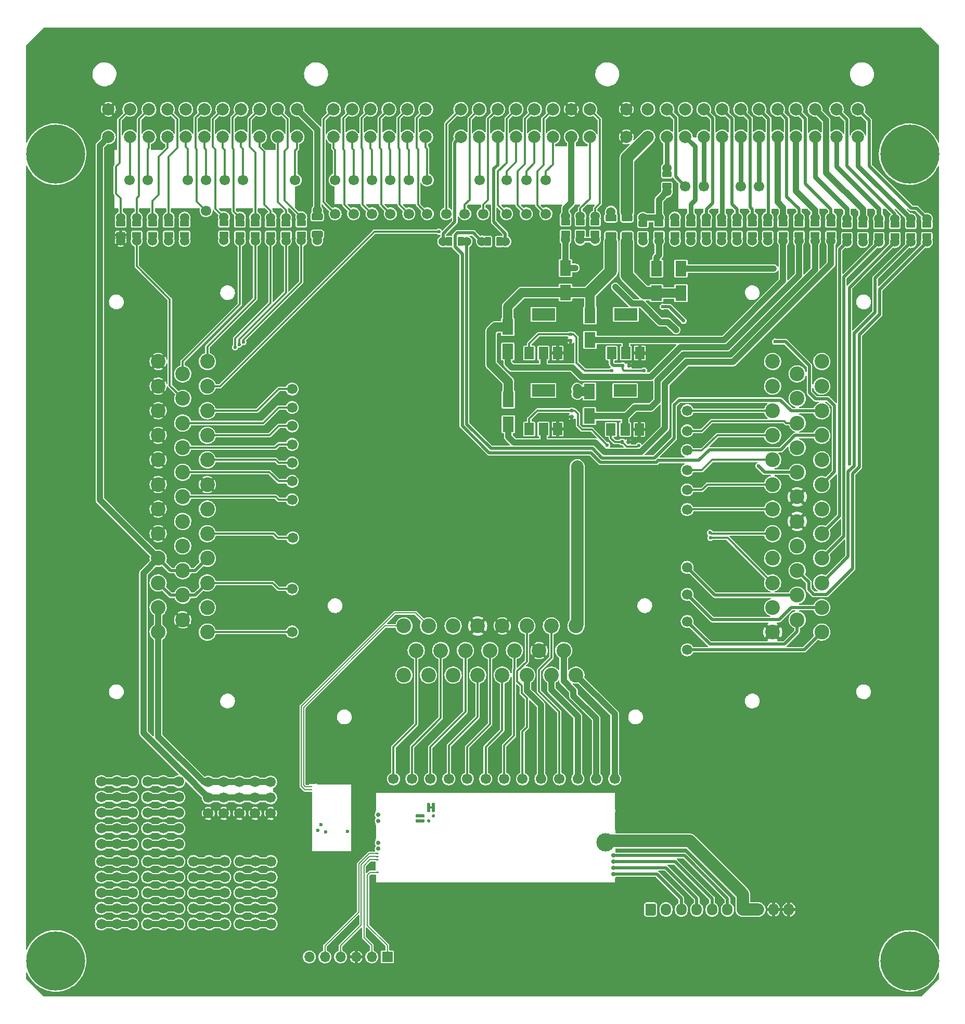
<source format=gtl>
G04 #@! TF.GenerationSoftware,KiCad,Pcbnew,(5.99.0-13086-gffd1139cfe)*
G04 #@! TF.CreationDate,2021-12-30T00:07:05+03:00*
G04 #@! TF.ProjectId,proteus-mitsubishi76-adapter,70726f74-6575-4732-9d6d-697473756269,rev?*
G04 #@! TF.SameCoordinates,PX88c1c40PYce16ca0*
G04 #@! TF.FileFunction,Copper,L1,Top*
G04 #@! TF.FilePolarity,Positive*
%FSLAX46Y46*%
G04 Gerber Fmt 4.6, Leading zero omitted, Abs format (unit mm)*
G04 Created by KiCad (PCBNEW (5.99.0-13086-gffd1139cfe)) date 2021-12-30 00:07:05*
%MOMM*%
%LPD*%
G01*
G04 APERTURE LIST*
G04 #@! TA.AperFunction,ComponentPad*
%ADD10C,2.400000*%
G04 #@! TD*
G04 #@! TA.AperFunction,ComponentPad*
%ADD11C,1.700000*%
G04 #@! TD*
G04 #@! TA.AperFunction,ComponentPad*
%ADD12C,1.524000*%
G04 #@! TD*
G04 #@! TA.AperFunction,SMDPad,CuDef*
%ADD13O,0.399999X9.800001*%
G04 #@! TD*
G04 #@! TA.AperFunction,SMDPad,CuDef*
%ADD14O,6.799999X0.200000*%
G04 #@! TD*
G04 #@! TA.AperFunction,SMDPad,CuDef*
%ADD15O,0.200000X11.100001*%
G04 #@! TD*
G04 #@! TA.AperFunction,SMDPad,CuDef*
%ADD16O,0.250000X0.499999*%
G04 #@! TD*
G04 #@! TA.AperFunction,SMDPad,CuDef*
%ADD17O,5.669999X0.200000*%
G04 #@! TD*
G04 #@! TA.AperFunction,SMDPad,CuDef*
%ADD18O,0.499999X0.250000*%
G04 #@! TD*
G04 #@! TA.AperFunction,ComponentPad*
%ADD19C,0.599999*%
G04 #@! TD*
G04 #@! TA.AperFunction,SMDPad,CuDef*
%ADD20R,1.800000X2.500000*%
G04 #@! TD*
G04 #@! TA.AperFunction,SMDPad,CuDef*
%ADD21R,1.500000X2.000000*%
G04 #@! TD*
G04 #@! TA.AperFunction,SMDPad,CuDef*
%ADD22R,3.800000X2.000000*%
G04 #@! TD*
G04 #@! TA.AperFunction,ConnectorPad*
%ADD23C,9.600000*%
G04 #@! TD*
G04 #@! TA.AperFunction,ComponentPad*
%ADD24C,5.400000*%
G04 #@! TD*
G04 #@! TA.AperFunction,ComponentPad*
%ADD25R,1.700000X1.700000*%
G04 #@! TD*
G04 #@! TA.AperFunction,ComponentPad*
%ADD26O,1.700000X1.700000*%
G04 #@! TD*
G04 #@! TA.AperFunction,ComponentPad*
%ADD27C,0.700000*%
G04 #@! TD*
G04 #@! TA.AperFunction,SMDPad,CuDef*
%ADD28C,3.000000*%
G04 #@! TD*
G04 #@! TA.AperFunction,SMDPad,CuDef*
%ADD29R,0.250000X3.000000*%
G04 #@! TD*
G04 #@! TA.AperFunction,SMDPad,CuDef*
%ADD30R,0.250000X0.950000*%
G04 #@! TD*
G04 #@! TA.AperFunction,SMDPad,CuDef*
%ADD31R,0.250000X2.950000*%
G04 #@! TD*
G04 #@! TA.AperFunction,SMDPad,CuDef*
%ADD32R,0.250000X2.250000*%
G04 #@! TD*
G04 #@! TA.AperFunction,SMDPad,CuDef*
%ADD33R,0.250000X3.100000*%
G04 #@! TD*
G04 #@! TA.AperFunction,SMDPad,CuDef*
%ADD34R,39.250000X0.250000*%
G04 #@! TD*
G04 #@! TA.AperFunction,SMDPad,CuDef*
%ADD35R,0.250000X1.450000*%
G04 #@! TD*
G04 #@! TA.AperFunction,ComponentPad*
%ADD36O,1.700000X1.950000*%
G04 #@! TD*
G04 #@! TA.AperFunction,ComponentPad*
%ADD37C,2.000000*%
G04 #@! TD*
G04 #@! TA.AperFunction,ViaPad*
%ADD38C,0.600000*%
G04 #@! TD*
G04 #@! TA.AperFunction,ViaPad*
%ADD39C,0.800000*%
G04 #@! TD*
G04 #@! TA.AperFunction,Conductor*
%ADD40C,0.500000*%
G04 #@! TD*
G04 #@! TA.AperFunction,Conductor*
%ADD41C,1.000000*%
G04 #@! TD*
G04 #@! TA.AperFunction,Conductor*
%ADD42C,0.300000*%
G04 #@! TD*
G04 #@! TA.AperFunction,Conductor*
%ADD43C,0.200000*%
G04 #@! TD*
G04 #@! TA.AperFunction,Conductor*
%ADD44C,1.500000*%
G04 #@! TD*
G04 #@! TA.AperFunction,Conductor*
%ADD45C,2.000000*%
G04 #@! TD*
G04 #@! TA.AperFunction,Conductor*
%ADD46C,0.800000*%
G04 #@! TD*
G04 APERTURE END LIST*
D10*
G04 #@! TO.P,BRD1,A1(12),HS2*
G04 #@! TO.N,Net-(BRD1-PadA1(12))*
X129700000Y59475001D03*
G04 #@! TO.P,BRD1,A2(11),HS1*
G04 #@! TO.N,Net-(BRD1-PadA2(11))*
X129700000Y63475001D03*
G04 #@! TO.P,BRD1,A3(10),LS1(INJ1)*
G04 #@! TO.N,/OUT_INJ1*
X129700000Y67475001D03*
G04 #@! TO.P,BRD1,A4(9),LS3(INJ3)*
G04 #@! TO.N,/OUT_INJ3*
X129700000Y71475001D03*
G04 #@! TO.P,BRD1,A5(8),LS5(INJ5)*
G04 #@! TO.N,/OUT_INJ5{slash}FUEL_PRESS_SOLENOID*
X129700000Y75475001D03*
G04 #@! TO.P,BRD1,A6(7),LS6(INJ6)*
G04 #@! TO.N,/OUT_INJ6{slash}TURBOCHRG_WG_SOLEOID*
X129700000Y79475001D03*
G04 #@! TO.P,BRD1,A7(6),LS7(INJ7)*
G04 #@! TO.N,/MAGNETIC_CLUTCH_RELAY{slash}FUEL_PUMP_RELAY*
X129700000Y83475001D03*
G04 #@! TO.P,BRD1,A8(5),LS9(INJ9)*
G04 #@! TO.N,/OUT_WG_SOLENOID*
X129700000Y87475001D03*
G04 #@! TO.P,BRD1,A9(4),LS11(INJ11)*
G04 #@! TO.N,/OUT_CHECK_ENGINE*
X129700000Y91475001D03*
G04 #@! TO.P,BRD1,A10(3),LS13(MAIN)*
G04 #@! TO.N,/OUT_MAIN_RELAY*
X129700000Y95475001D03*
G04 #@! TO.P,BRD1,A11(2),LS14*
G04 #@! TO.N,/OUT_FAN_RELAY_HI*
X129700000Y99475001D03*
G04 #@! TO.P,BRD1,A12(1),LS15(FAN)*
G04 #@! TO.N,/OUT_FAN_RELAY_LOW{slash}AC*
X129700000Y103475001D03*
G04 #@! TO.P,BRD1,A13(23),HS3*
G04 #@! TO.N,Net-(BRD1-PadA13(23))*
X125700000Y61475001D03*
G04 #@! TO.P,BRD1,A14(22),HS4*
G04 #@! TO.N,Net-(BRD1-PadA14(22))*
X125700000Y65475001D03*
G04 #@! TO.P,BRD1,A15(21),LS2(INJ2)*
G04 #@! TO.N,/OUT_INJ2*
X125700000Y69475001D03*
G04 #@! TO.P,BRD1,A16(20),LS4(INJ4)*
G04 #@! TO.N,/OUT_INJ4*
X125700000Y73475001D03*
G04 #@! TO.P,BRD1,A17(19),GND*
G04 #@! TO.N,GND*
X125700000Y77475001D03*
G04 #@! TO.P,BRD1,A18(18),GND*
X125700000Y81475001D03*
G04 #@! TO.P,BRD1,A19(17),LS8(INJ8)*
G04 #@! TO.N,/OUT_FUEL_PUMP_HI{slash}LO_RELAY*
X125700000Y85475001D03*
G04 #@! TO.P,BRD1,A20(16),LS10(INJ10)*
G04 #@! TO.N,/OUT_TURBOCHRG_WG_SOLENOID{slash}AC*
X125700000Y89475001D03*
G04 #@! TO.P,BRD1,A21(15),LS12(INJ12)*
G04 #@! TO.N,Net-(BRD1-PadA21(15))*
X125700000Y93475001D03*
G04 #@! TO.P,BRD1,A22(14),IGN3*
G04 #@! TO.N,/OUT_IGN3*
X125700000Y97475001D03*
G04 #@! TO.P,BRD1,A23(13),LS16(FUEL)*
G04 #@! TO.N,/OUT_FUEL_PUMP_RELAY{slash}AC*
X125700000Y101475001D03*
G04 #@! TO.P,BRD1,A24(35),GND*
G04 #@! TO.N,GND*
X121700000Y59475001D03*
G04 #@! TO.P,BRD1,A25(34),IGN12*
G04 #@! TO.N,/IDLE4*
X121700000Y63475001D03*
G04 #@! TO.P,BRD1,A26(33),IGN11*
G04 #@! TO.N,/IDLE3*
X121700000Y67475001D03*
G04 #@! TO.P,BRD1,A27(32),IGN10*
G04 #@! TO.N,/IDLE2*
X121700000Y71475001D03*
G04 #@! TO.P,BRD1,A28(31),IGN9*
G04 #@! TO.N,/IDLE1*
X121700000Y75475001D03*
G04 #@! TO.P,BRD1,A29(30),IGN8*
G04 #@! TO.N,Net-(BRD1-PadA29(30))*
X121700000Y79475001D03*
G04 #@! TO.P,BRD1,A30(29),IGN7*
G04 #@! TO.N,Net-(BRD1-PadA30(29))*
X121700000Y83475001D03*
G04 #@! TO.P,BRD1,A31(28),IGN6*
G04 #@! TO.N,Net-(BRD1-PadA31(28))*
X121700000Y87475001D03*
G04 #@! TO.P,BRD1,A32(27),IGN5*
G04 #@! TO.N,Net-(BRD1-PadA32(27))*
X121700000Y91475001D03*
G04 #@! TO.P,BRD1,A33(26),IGN4*
G04 #@! TO.N,Net-(BRD1-PadA33(26))*
X121700000Y95475001D03*
G04 #@! TO.P,BRD1,A34(25),IGN2*
G04 #@! TO.N,/OUT_IGN2*
X121700000Y99475001D03*
G04 #@! TO.P,BRD1,A35(24),IGN1*
G04 #@! TO.N,/OUT_IGN1*
X121700000Y103475001D03*
G04 #@! TO.P,BRD1,B1(8),D2*
G04 #@! TO.N,/IN_VSS*
X61700000Y52475001D03*
G04 #@! TO.P,BRD1,B2(7),D3*
G04 #@! TO.N,/IN_CAM*
X65700000Y52475001D03*
G04 #@! TO.P,BRD1,B3(6),D4*
G04 #@! TO.N,/IN_CRANK*
X69700000Y52475001D03*
G04 #@! TO.P,BRD1,B4(5),VR2+*
G04 #@! TO.N,Net-(BRD1-PadB4(5))*
X73700000Y52475001D03*
G04 #@! TO.P,BRD1,B5(4),VR1+*
G04 #@! TO.N,Net-(BRD1-PadB5(4))*
X77700000Y52475001D03*
G04 #@! TO.P,BRD1,B6(3),ETB1-*
G04 #@! TO.N,Net-(BRD1-PadB6(3))*
X81700000Y52475001D03*
G04 #@! TO.P,BRD1,B7(2),ETB1+*
G04 #@! TO.N,Net-(BRD1-PadB7(2))*
X85700000Y52475001D03*
G04 #@! TO.P,BRD1,B8(1),ETB2-*
G04 #@! TO.N,Net-(BRD1-PadB8(1))*
X89700000Y52475001D03*
G04 #@! TO.P,BRD1,B9(15),D5*
G04 #@! TO.N,Net-(BRD1-PadB9(15))*
X63700000Y56475001D03*
G04 #@! TO.P,BRD1,B10(14),D1*
G04 #@! TO.N,Net-(BRD1-PadB10(14))*
X67700000Y56475001D03*
G04 #@! TO.P,BRD1,B11(13),D6*
G04 #@! TO.N,Net-(BRD1-PadB11(13))*
X71700000Y56475001D03*
G04 #@! TO.P,BRD1,B12(12),VR2-*
G04 #@! TO.N,Net-(BRD1-PadB12(12))*
X75700000Y56475001D03*
G04 #@! TO.P,BRD1,B13(11),VR1-*
G04 #@! TO.N,Net-(BRD1-PadB13(11))*
X79700000Y56475001D03*
G04 #@! TO.P,BRD1,B14(10),GND*
G04 #@! TO.N,GND*
X83700000Y56475001D03*
G04 #@! TO.P,BRD1,B15(9),ETB2+*
G04 #@! TO.N,Net-(BRD1-PadB15(9))*
X87700000Y56475001D03*
G04 #@! TO.P,BRD1,B16(23),CAN-*
G04 #@! TO.N,/CAN_L*
X61700000Y60475001D03*
G04 #@! TO.P,BRD1,B17(22),CAN+*
G04 #@! TO.N,/CAN_H*
X65700000Y60475001D03*
G04 #@! TO.P,BRD1,B18(21),12V_IGN*
G04 #@! TO.N,/12V_IGN*
X69700000Y60475001D03*
G04 #@! TO.P,BRD1,B19(20),GND*
G04 #@! TO.N,GND*
X73700000Y60475001D03*
G04 #@! TO.P,BRD1,B20(19),GND*
X77700000Y60475001D03*
G04 #@! TO.P,BRD1,B21(18),CAN2-*
G04 #@! TO.N,Net-(BRD1-PadB21(18))*
X81700000Y60475001D03*
G04 #@! TO.P,BRD1,B22(17),CAN2+*
G04 #@! TO.N,Net-(BRD1-PadB22(17))*
X85700000Y60475001D03*
G04 #@! TO.P,BRD1,B23(16),12V_MR*
G04 #@! TO.N,/12V_MR*
X89700000Y60475001D03*
G04 #@! TO.P,BRD1,C1(12),GND_SENS*
G04 #@! TO.N,GND*
X21700000Y103475001D03*
G04 #@! TO.P,BRD1,C2(11),GND_SENS*
X21700000Y99475001D03*
G04 #@! TO.P,BRD1,C3(10),GND_SENS*
X21700000Y95475001D03*
G04 #@! TO.P,BRD1,C4(9),GND_SENS*
X21700000Y91475001D03*
G04 #@! TO.P,BRD1,C5(8),GND_SENS*
X21700000Y87475001D03*
G04 #@! TO.P,BRD1,C6(7),GND_SENS*
X21700000Y83475001D03*
G04 #@! TO.P,BRD1,C7(6),GND_SENS*
X21700000Y79475001D03*
G04 #@! TO.P,BRD1,C8(5),GND_SENS*
X21700000Y75475001D03*
G04 #@! TO.P,BRD1,C9(4),5V_1*
G04 #@! TO.N,+5VA*
X21700000Y71475001D03*
G04 #@! TO.P,BRD1,C10(3),5V_2*
G04 #@! TO.N,Net-(BRD1-PadC10(3))*
X21700000Y67475001D03*
G04 #@! TO.P,BRD1,C11(2),12V_PROT*
G04 #@! TO.N,/12V_PROT*
X21700000Y63475001D03*
G04 #@! TO.P,BRD1,C12(1),12V_PROT*
X21700000Y59475001D03*
G04 #@! TO.P,BRD1,C13(23),AV1(MAP)*
G04 #@! TO.N,/IN_MAP*
X25700000Y101475001D03*
G04 #@! TO.P,BRD1,C14(22),AV3*
G04 #@! TO.N,/IN_MAF*
X25700000Y97475001D03*
G04 #@! TO.P,BRD1,C15(21),AV5*
G04 #@! TO.N,Net-(BRD1-PadC15(21))*
X25700000Y93475001D03*
G04 #@! TO.P,BRD1,C16(20),AV7*
G04 #@! TO.N,Net-(BRD1-PadC16(20))*
X25700000Y89475001D03*
G04 #@! TO.P,BRD1,C17(19),AV9*
G04 #@! TO.N,Net-(BRD1-PadC17(19))*
X25700000Y85475001D03*
G04 #@! TO.P,BRD1,C18(18),AV11*
G04 #@! TO.N,Net-(BRD1-PadC18(18))*
X25700000Y81475001D03*
G04 #@! TO.P,BRD1,C19(17),AT1*
G04 #@! TO.N,/IN_EGR_TEMP{slash}MANIFOLD_FIFF_PRESSURE*
X25700000Y77475001D03*
G04 #@! TO.P,BRD1,C20(16),AT3(CLT)*
G04 #@! TO.N,/IN_CLT*
X25700000Y73475001D03*
G04 #@! TO.P,BRD1,C21(15),5V_1*
G04 #@! TO.N,+5VA*
X25700000Y69475001D03*
G04 #@! TO.P,BRD1,C22(14),5V_2*
G04 #@! TO.N,Net-(BRD1-PadC10(3))*
X25700000Y65475001D03*
G04 #@! TO.P,BRD1,C23(13),GND_SENS*
G04 #@! TO.N,GND*
X25700000Y61475001D03*
G04 #@! TO.P,BRD1,C24(35),AV2(TPS)*
G04 #@! TO.N,/IN_TPS*
X29700000Y103475001D03*
G04 #@! TO.P,BRD1,C25(34),AV4*
G04 #@! TO.N,/IN_VAF*
X29700000Y99475001D03*
G04 #@! TO.P,BRD1,C26(33),AV6*
G04 #@! TO.N,Net-(BRD1-PadC26(33))*
X29700000Y95475001D03*
G04 #@! TO.P,BRD1,C27(32),AV8*
G04 #@! TO.N,Net-(BRD1-PadC27(32))*
X29700000Y91475001D03*
G04 #@! TO.P,BRD1,C28(31),AV10*
G04 #@! TO.N,Net-(BRD1-PadC28(31))*
X29700000Y87475001D03*
G04 #@! TO.P,BRD1,C29(30),GND_SENS*
G04 #@! TO.N,GND*
X29700000Y83475001D03*
G04 #@! TO.P,BRD1,C30(29),AT2(IAT)*
G04 #@! TO.N,/IN_IAT*
X29700000Y79475001D03*
G04 #@! TO.P,BRD1,C31(28),AT4*
G04 #@! TO.N,Net-(BRD1-PadC31(28))*
X29700000Y75475001D03*
G04 #@! TO.P,BRD1,C32(27),5V_1*
G04 #@! TO.N,+5VA*
X29700000Y71475001D03*
G04 #@! TO.P,BRD1,C33(26),5V_2*
G04 #@! TO.N,Net-(BRD1-PadC10(3))*
X29700000Y67475001D03*
G04 #@! TO.P,BRD1,C34(25),KNOCK1*
G04 #@! TO.N,/IN_KNOCK*
X29700000Y63475001D03*
G04 #@! TO.P,BRD1,C35(24),KNOCK2*
G04 #@! TO.N,Net-(BRD1-PadC35(24))*
X29700000Y59475001D03*
G04 #@! TD*
D11*
G04 #@! TO.P,P26,1,Pin_1*
G04 #@! TO.N,Net-(J2-Pad62)*
X50500000Y127500000D03*
G04 #@! TD*
G04 #@! TO.P,P27,1,Pin_1*
G04 #@! TO.N,Net-(J2-Pad71)*
X44000000Y133000000D03*
G04 #@! TD*
G04 #@! TO.P,P10,1,Pin_1*
G04 #@! TO.N,Net-(J2-Pad42)*
X81600000Y127500000D03*
G04 #@! TD*
G04 #@! TO.P,P44,1,Pin_1*
G04 #@! TO.N,Net-(BRD1-PadA33(26))*
X107800000Y95500000D03*
G04 #@! TD*
D12*
G04 #@! TO.P,R28,1,1*
G04 #@! TO.N,Net-(J2-Pad88)*
X26000000Y126905000D03*
G04 #@! TA.AperFunction,SMDPad,CuDef*
G36*
G01*
X25375000Y126450001D02*
X26625000Y126450001D01*
G75*
G02*
X26725000Y126350001I0J-100000D01*
G01*
X26725000Y125550001D01*
G75*
G02*
X26625000Y125450001I-100000J0D01*
G01*
X25375000Y125450001D01*
G75*
G02*
X25275000Y125550001I0J100000D01*
G01*
X25275000Y126350001D01*
G75*
G02*
X25375000Y126450001I100000J0D01*
G01*
G37*
G04 #@! TD.AperFunction*
G04 #@! TO.P,R28,2,2*
G04 #@! TO.N,/IN_CAM*
G04 #@! TA.AperFunction,SMDPad,CuDef*
G36*
G01*
X25375000Y124549979D02*
X26625000Y124549979D01*
G75*
G02*
X26725000Y124449979I0J-100000D01*
G01*
X26725000Y123649979D01*
G75*
G02*
X26625000Y123549979I-100000J0D01*
G01*
X25375000Y123549979D01*
G75*
G02*
X25275000Y123649979I0J100000D01*
G01*
X25275000Y124449979D01*
G75*
G02*
X25375000Y124549979I100000J0D01*
G01*
G37*
G04 #@! TD.AperFunction*
X26000000Y123095000D03*
G04 #@! TD*
G04 #@! TO.P,R9,1,1*
G04 #@! TO.N,Net-(J2-Pad14)*
X146800000Y126705000D03*
G04 #@! TA.AperFunction,SMDPad,CuDef*
G36*
G01*
X146175000Y126250001D02*
X147425000Y126250001D01*
G75*
G02*
X147525000Y126150001I0J-100000D01*
G01*
X147525000Y125350001D01*
G75*
G02*
X147425000Y125250001I-100000J0D01*
G01*
X146175000Y125250001D01*
G75*
G02*
X146075000Y125350001I0J100000D01*
G01*
X146075000Y126150001D01*
G75*
G02*
X146175000Y126250001I100000J0D01*
G01*
G37*
G04 #@! TD.AperFunction*
G04 #@! TO.P,R9,2,2*
G04 #@! TO.N,/OUT_INJ2*
X146800000Y122895000D03*
G04 #@! TA.AperFunction,SMDPad,CuDef*
G36*
G01*
X146175000Y124349979D02*
X147425000Y124349979D01*
G75*
G02*
X147525000Y124249979I0J-100000D01*
G01*
X147525000Y123449979D01*
G75*
G02*
X147425000Y123349979I-100000J0D01*
G01*
X146175000Y123349979D01*
G75*
G02*
X146075000Y123449979I0J100000D01*
G01*
X146075000Y124249979D01*
G75*
G02*
X146175000Y124349979I100000J0D01*
G01*
G37*
G04 #@! TD.AperFunction*
G04 #@! TD*
D13*
G04 #@! TO.P,M2,E1,GND*
G04 #@! TO.N,GND*
X46556666Y28587499D03*
D14*
X49819164Y23787501D03*
D15*
X53156663Y29287500D03*
D16*
X46556666Y23962505D03*
D17*
X50419163Y34762501D03*
D18*
G04 #@! TO.P,M2,S1,CANL*
G04 #@! TO.N,/CAN_L*
X46606664Y34312499D03*
G04 #@! TO.P,M2,S2,CANH*
G04 #@! TO.N,/CAN_H*
X46606664Y33812498D03*
D19*
G04 #@! TO.P,M2,V1,V5*
G04 #@! TO.N,+5VA*
X47656662Y27262501D03*
G04 #@! TO.P,M2,V2,CAN_VIO*
G04 #@! TO.N,Net-(M1-PadW2)*
X48181662Y28137503D03*
G04 #@! TO.P,M2,V5,CAN_TX*
G04 #@! TO.N,Net-(M1-PadW4)*
X48931660Y26962499D03*
G04 #@! TO.P,M2,V6,CAN_RX*
G04 #@! TO.N,Net-(M1-PadW3)*
X52481661Y27037502D03*
G04 #@! TD*
G04 #@! TO.P,R3,1,1*
G04 #@! TO.N,Net-(J2-Pad3)*
G04 #@! TA.AperFunction,SMDPad,CuDef*
G36*
G01*
X133175000Y126250001D02*
X134425000Y126250001D01*
G75*
G02*
X134525000Y126150001I0J-100000D01*
G01*
X134525000Y125350001D01*
G75*
G02*
X134425000Y125250001I-100000J0D01*
G01*
X133175000Y125250001D01*
G75*
G02*
X133075000Y125350001I0J100000D01*
G01*
X133075000Y126150001D01*
G75*
G02*
X133175000Y126250001I100000J0D01*
G01*
G37*
G04 #@! TD.AperFunction*
D12*
X133800000Y126705000D03*
G04 #@! TO.P,R3,2,2*
G04 #@! TO.N,/OUT_INJ5{slash}FUEL_PRESS_SOLENOID*
X133800000Y122895000D03*
G04 #@! TA.AperFunction,SMDPad,CuDef*
G36*
G01*
X133175000Y124349979D02*
X134425000Y124349979D01*
G75*
G02*
X134525000Y124249979I0J-100000D01*
G01*
X134525000Y123449979D01*
G75*
G02*
X134425000Y123349979I-100000J0D01*
G01*
X133175000Y123349979D01*
G75*
G02*
X133075000Y123449979I0J100000D01*
G01*
X133075000Y124249979D01*
G75*
G02*
X133175000Y124349979I100000J0D01*
G01*
G37*
G04 #@! TD.AperFunction*
G04 #@! TD*
D11*
G04 #@! TO.P,P19,1,Pin_1*
G04 #@! TO.N,Net-(J2-Pad55)*
X53500000Y133000000D03*
G04 #@! TD*
G04 #@! TO.P,P57,1,Pin_1*
G04 #@! TO.N,Net-(BRD1-PadB22(17))*
X87000000Y35600000D03*
G04 #@! TD*
G04 #@! TO.P,P53,1,Pin_1*
G04 #@! TO.N,Net-(BRD1-PadB7(2))*
X90000000Y35600000D03*
G04 #@! TD*
G04 #@! TO.P,R17,1,1*
G04 #@! TO.N,Net-(J2-Pad22)*
G04 #@! TA.AperFunction,SMDPad,CuDef*
G36*
G01*
X110275000Y126450001D02*
X111525000Y126450001D01*
G75*
G02*
X111625000Y126350001I0J-100000D01*
G01*
X111625000Y125550001D01*
G75*
G02*
X111525000Y125450001I-100000J0D01*
G01*
X110275000Y125450001D01*
G75*
G02*
X110175000Y125550001I0J100000D01*
G01*
X110175000Y126350001D01*
G75*
G02*
X110275000Y126450001I100000J0D01*
G01*
G37*
G04 #@! TD.AperFunction*
D12*
X110900000Y126905000D03*
G04 #@! TO.P,R17,2,2*
G04 #@! TO.N,/MAGNETIC_CLUTCH_RELAY{slash}FUEL_PUMP_RELAY*
G04 #@! TA.AperFunction,SMDPad,CuDef*
G36*
G01*
X110275000Y124549979D02*
X111525000Y124549979D01*
G75*
G02*
X111625000Y124449979I0J-100000D01*
G01*
X111625000Y123649979D01*
G75*
G02*
X111525000Y123549979I-100000J0D01*
G01*
X110275000Y123549979D01*
G75*
G02*
X110175000Y123649979I0J100000D01*
G01*
X110175000Y124449979D01*
G75*
G02*
X110275000Y124549979I100000J0D01*
G01*
G37*
G04 #@! TD.AperFunction*
X110900000Y123095000D03*
G04 #@! TD*
G04 #@! TO.P,R35,1,1*
G04 #@! TO.N,Net-(J2-Pad31)*
G04 #@! TA.AperFunction,SMDPad,CuDef*
G36*
G01*
X89775000Y126650001D02*
X91025000Y126650001D01*
G75*
G02*
X91125000Y126550001I0J-100000D01*
G01*
X91125000Y125750001D01*
G75*
G02*
X91025000Y125650001I-100000J0D01*
G01*
X89775000Y125650001D01*
G75*
G02*
X89675000Y125750001I0J100000D01*
G01*
X89675000Y126550001D01*
G75*
G02*
X89775000Y126650001I100000J0D01*
G01*
G37*
G04 #@! TD.AperFunction*
X90400000Y127105000D03*
G04 #@! TO.P,R35,2,2*
G04 #@! TO.N,/OUT_FUEL_PUMP_HI{slash}LO_RELAY*
X90400000Y123295000D03*
G04 #@! TA.AperFunction,SMDPad,CuDef*
G36*
G01*
X89775000Y124749979D02*
X91025000Y124749979D01*
G75*
G02*
X91125000Y124649979I0J-100000D01*
G01*
X91125000Y123849979D01*
G75*
G02*
X91025000Y123749979I-100000J0D01*
G01*
X89775000Y123749979D01*
G75*
G02*
X89675000Y123849979I0J100000D01*
G01*
X89675000Y124649979D01*
G75*
G02*
X89775000Y124749979I100000J0D01*
G01*
G37*
G04 #@! TD.AperFunction*
G04 #@! TD*
D11*
G04 #@! TO.P,P61,1,Pin_1*
G04 #@! TO.N,Net-(BRD1-PadC16(20))*
X43500000Y90000000D03*
G04 #@! TD*
D12*
G04 #@! TO.P,R15,1,1*
G04 #@! TO.N,Net-(J2-Pad20)*
X118400000Y126905000D03*
G04 #@! TA.AperFunction,SMDPad,CuDef*
G36*
G01*
X117775000Y126450001D02*
X119025000Y126450001D01*
G75*
G02*
X119125000Y126350001I0J-100000D01*
G01*
X119125000Y125550001D01*
G75*
G02*
X119025000Y125450001I-100000J0D01*
G01*
X117775000Y125450001D01*
G75*
G02*
X117675000Y125550001I0J100000D01*
G01*
X117675000Y126350001D01*
G75*
G02*
X117775000Y126450001I100000J0D01*
G01*
G37*
G04 #@! TD.AperFunction*
G04 #@! TO.P,R15,2,2*
G04 #@! TO.N,/OUT_FAN_RELAY_HI*
G04 #@! TA.AperFunction,SMDPad,CuDef*
G36*
G01*
X117775000Y124549979D02*
X119025000Y124549979D01*
G75*
G02*
X119125000Y124449979I0J-100000D01*
G01*
X119125000Y123649979D01*
G75*
G02*
X119025000Y123549979I-100000J0D01*
G01*
X117775000Y123549979D01*
G75*
G02*
X117675000Y123649979I0J100000D01*
G01*
X117675000Y124449979D01*
G75*
G02*
X117775000Y124549979I100000J0D01*
G01*
G37*
G04 #@! TD.AperFunction*
X118400000Y123095000D03*
G04 #@! TD*
D11*
G04 #@! TO.P,P25,1,Pin_1*
G04 #@! TO.N,Net-(J2-Pad61)*
X53500000Y127500000D03*
G04 #@! TD*
G04 #@! TO.P,P3,1,Pin_1*
G04 #@! TO.N,Net-(J2-Pad9)*
X110500000Y132000000D03*
G04 #@! TD*
G04 #@! TO.P,P67,1,Pin_1*
G04 #@! TO.N,Net-(BRD1-PadC35(24))*
X43500000Y59500000D03*
G04 #@! TD*
G04 #@! TO.P,R11,1,1*
G04 #@! TO.N,Net-(J2-Pad16)*
G04 #@! TA.AperFunction,SMDPad,CuDef*
G36*
G01*
X135775000Y126250001D02*
X137025000Y126250001D01*
G75*
G02*
X137125000Y126150001I0J-100000D01*
G01*
X137125000Y125350001D01*
G75*
G02*
X137025000Y125250001I-100000J0D01*
G01*
X135775000Y125250001D01*
G75*
G02*
X135675000Y125350001I0J100000D01*
G01*
X135675000Y126150001D01*
G75*
G02*
X135775000Y126250001I100000J0D01*
G01*
G37*
G04 #@! TD.AperFunction*
D12*
X136400000Y126705000D03*
G04 #@! TO.P,R11,2,2*
G04 #@! TO.N,/OUT_INJ6{slash}TURBOCHRG_WG_SOLEOID*
X136400000Y122895000D03*
G04 #@! TA.AperFunction,SMDPad,CuDef*
G36*
G01*
X135775000Y124349979D02*
X137025000Y124349979D01*
G75*
G02*
X137125000Y124249979I0J-100000D01*
G01*
X137125000Y123449979D01*
G75*
G02*
X137025000Y123349979I-100000J0D01*
G01*
X135775000Y123349979D01*
G75*
G02*
X135675000Y123449979I0J100000D01*
G01*
X135675000Y124249979D01*
G75*
G02*
X135775000Y124349979I100000J0D01*
G01*
G37*
G04 #@! TD.AperFunction*
G04 #@! TD*
D11*
G04 #@! TO.P,G8,1*
G04 #@! TO.N,Net-(G8-Pad1)*
X20000000Y12000000D03*
G04 #@! TO.P,G8,2*
G04 #@! TO.N,Net-(G8-Pad12)*
X20000000Y14540000D03*
G04 #@! TO.P,G8,3*
G04 #@! TO.N,Net-(G8-Pad13)*
X20000000Y17080000D03*
G04 #@! TO.P,G8,4*
G04 #@! TO.N,Net-(G8-Pad14)*
X20000000Y19620000D03*
G04 #@! TO.P,G8,5*
G04 #@! TO.N,Net-(G8-Pad10)*
X20000000Y22160000D03*
G04 #@! TO.P,G8,6*
G04 #@! TO.N,Net-(G8-Pad1)*
X22540000Y12000000D03*
G04 #@! TO.P,G8,7*
G04 #@! TO.N,Net-(G8-Pad12)*
X22540000Y14540000D03*
G04 #@! TO.P,G8,8*
G04 #@! TO.N,Net-(G8-Pad13)*
X22540000Y17080000D03*
G04 #@! TO.P,G8,9*
G04 #@! TO.N,Net-(G8-Pad14)*
X22540000Y19620000D03*
G04 #@! TO.P,G8,10*
G04 #@! TO.N,Net-(G8-Pad10)*
X22540000Y22160000D03*
G04 #@! TO.P,G8,11*
G04 #@! TO.N,Net-(G8-Pad1)*
X25080000Y12000000D03*
G04 #@! TO.P,G8,12*
G04 #@! TO.N,Net-(G8-Pad12)*
X25080000Y14540000D03*
G04 #@! TO.P,G8,13*
G04 #@! TO.N,Net-(G8-Pad13)*
X25080000Y17080000D03*
G04 #@! TO.P,G8,14*
G04 #@! TO.N,Net-(G8-Pad14)*
X25080000Y19620000D03*
G04 #@! TO.P,G8,15*
G04 #@! TO.N,Net-(G8-Pad10)*
X25080000Y22160000D03*
G04 #@! TD*
G04 #@! TO.P,P35,1,Pin_1*
G04 #@! TO.N,Net-(BRD1-PadA21(15))*
X107800000Y92200000D03*
G04 #@! TD*
D20*
G04 #@! TO.P,D3,1,K*
G04 #@! TO.N,/12V_MR*
X102800000Y114600000D03*
G04 #@! TO.P,D3,2,A*
G04 #@! TO.N,/OUT_WG_SOLENOID*
X102800000Y118600000D03*
G04 #@! TD*
G04 #@! TO.P,R39,1*
G04 #@! TO.N,GND*
G04 #@! TA.AperFunction,SMDPad,CuDef*
G36*
G01*
X89185000Y94220000D02*
X88815000Y94220000D01*
G75*
G02*
X88680000Y94355000I0J135000D01*
G01*
X88680000Y94625000D01*
G75*
G02*
X88815000Y94760000I135000J0D01*
G01*
X89185000Y94760000D01*
G75*
G02*
X89320000Y94625000I0J-135000D01*
G01*
X89320000Y94355000D01*
G75*
G02*
X89185000Y94220000I-135000J0D01*
G01*
G37*
G04 #@! TD.AperFunction*
G04 #@! TO.P,R39,2*
G04 #@! TO.N,/IDLE3*
G04 #@! TA.AperFunction,SMDPad,CuDef*
G36*
G01*
X89185000Y95240000D02*
X88815000Y95240000D01*
G75*
G02*
X88680000Y95375000I0J135000D01*
G01*
X88680000Y95645000D01*
G75*
G02*
X88815000Y95780000I135000J0D01*
G01*
X89185000Y95780000D01*
G75*
G02*
X89320000Y95645000I0J-135000D01*
G01*
X89320000Y95375000D01*
G75*
G02*
X89185000Y95240000I-135000J0D01*
G01*
G37*
G04 #@! TD.AperFunction*
G04 #@! TD*
D11*
G04 #@! TO.P,P24,1,Pin_1*
G04 #@! TO.N,Net-(J2-Pad60)*
X56500000Y127500000D03*
G04 #@! TD*
D21*
G04 #@! TO.P,Q3,1,IN*
G04 #@! TO.N,/IDLE3*
X82100000Y92500000D03*
G04 #@! TO.P,Q3,2,D*
G04 #@! TO.N,/OUT_IDLE3*
X84400000Y92500000D03*
G04 #@! TO.P,Q3,3,S*
G04 #@! TO.N,GND*
X86700000Y92500000D03*
D22*
G04 #@! TO.P,Q3,4*
G04 #@! TO.N,N/C*
X84400000Y98800000D03*
G04 #@! TD*
D11*
G04 #@! TO.P,G2,1*
G04 #@! TO.N,Net-(G2-Pad1)*
X12460000Y25000000D03*
G04 #@! TO.P,G2,2*
G04 #@! TO.N,Net-(G2-Pad12)*
X12460000Y27540000D03*
G04 #@! TO.P,G2,3*
G04 #@! TO.N,Net-(G2-Pad13)*
X12460000Y30080000D03*
G04 #@! TO.P,G2,4*
G04 #@! TO.N,Net-(G2-Pad14)*
X12460000Y32620000D03*
G04 #@! TO.P,G2,5*
G04 #@! TO.N,Net-(G2-Pad10)*
X12460000Y35160000D03*
G04 #@! TO.P,G2,6*
G04 #@! TO.N,Net-(G2-Pad1)*
X15000000Y25000000D03*
G04 #@! TO.P,G2,7*
G04 #@! TO.N,Net-(G2-Pad12)*
X15000000Y27540000D03*
G04 #@! TO.P,G2,8*
G04 #@! TO.N,Net-(G2-Pad13)*
X15000000Y30080000D03*
G04 #@! TO.P,G2,9*
G04 #@! TO.N,Net-(G2-Pad14)*
X15000000Y32620000D03*
G04 #@! TO.P,G2,10*
G04 #@! TO.N,Net-(G2-Pad10)*
X15000000Y35160000D03*
G04 #@! TO.P,G2,11*
G04 #@! TO.N,Net-(G2-Pad1)*
X17540000Y25000000D03*
G04 #@! TO.P,G2,12*
G04 #@! TO.N,Net-(G2-Pad12)*
X17540000Y27540000D03*
G04 #@! TO.P,G2,13*
G04 #@! TO.N,Net-(G2-Pad13)*
X17540000Y30080000D03*
G04 #@! TO.P,G2,14*
G04 #@! TO.N,Net-(G2-Pad14)*
X17540000Y32620000D03*
G04 #@! TO.P,G2,15*
G04 #@! TO.N,Net-(G2-Pad10)*
X17540000Y35160000D03*
G04 #@! TD*
G04 #@! TO.P,P51,1,Pin_1*
G04 #@! TO.N,Net-(BRD1-PadB4(5))*
X69000000Y35600000D03*
G04 #@! TD*
D23*
G04 #@! TO.P,H2,1*
G04 #@! TO.N,N/C*
X5000000Y6000000D03*
D24*
X5000000Y6000000D03*
G04 #@! TD*
D11*
G04 #@! TO.P,P18,1,Pin_1*
G04 #@! TO.N,Net-(J2-Pad54)*
X56500000Y133000000D03*
G04 #@! TD*
G04 #@! TO.P,R5,1,1*
G04 #@! TO.N,Net-(J2-Pad5)*
G04 #@! TA.AperFunction,SMDPad,CuDef*
G36*
G01*
X122775000Y126450001D02*
X124025000Y126450001D01*
G75*
G02*
X124125000Y126350001I0J-100000D01*
G01*
X124125000Y125550001D01*
G75*
G02*
X124025000Y125450001I-100000J0D01*
G01*
X122775000Y125450001D01*
G75*
G02*
X122675000Y125550001I0J100000D01*
G01*
X122675000Y126350001D01*
G75*
G02*
X122775000Y126450001I100000J0D01*
G01*
G37*
G04 #@! TD.AperFunction*
D12*
X123400000Y126905000D03*
G04 #@! TO.P,R5,2,2*
G04 #@! TO.N,/OUT_IDLE2*
X123400000Y123095000D03*
G04 #@! TA.AperFunction,SMDPad,CuDef*
G36*
G01*
X122775000Y124549979D02*
X124025000Y124549979D01*
G75*
G02*
X124125000Y124449979I0J-100000D01*
G01*
X124125000Y123649979D01*
G75*
G02*
X124025000Y123549979I-100000J0D01*
G01*
X122775000Y123549979D01*
G75*
G02*
X122675000Y123649979I0J100000D01*
G01*
X122675000Y124449979D01*
G75*
G02*
X122775000Y124549979I100000J0D01*
G01*
G37*
G04 #@! TD.AperFunction*
G04 #@! TD*
D20*
G04 #@! TO.P,D2,1,K*
G04 #@! TO.N,/12V_MR*
X106800000Y114600000D03*
G04 #@! TO.P,D2,2,A*
G04 #@! TO.N,/OUT_INJ6{slash}TURBOCHRG_WG_SOLEOID*
X106800000Y118600000D03*
G04 #@! TD*
D21*
G04 #@! TO.P,Q4,1,IN*
G04 #@! TO.N,/IDLE4*
X82100000Y104850000D03*
G04 #@! TO.P,Q4,2,D*
G04 #@! TO.N,/OUT_IDLE4*
X84400000Y104850000D03*
G04 #@! TO.P,Q4,3,S*
G04 #@! TO.N,GND*
X86700000Y104850000D03*
D22*
G04 #@! TO.P,Q4,4*
G04 #@! TO.N,N/C*
X84400000Y111150000D03*
G04 #@! TD*
D11*
G04 #@! TO.P,P55,1,Pin_1*
G04 #@! TO.N,Net-(BRD1-PadB15(9))*
X93000000Y35600000D03*
G04 #@! TD*
G04 #@! TO.P,R32,1,1*
G04 #@! TO.N,Net-(J2-Pad84)*
G04 #@! TA.AperFunction,SMDPad,CuDef*
G36*
G01*
X36875000Y126450001D02*
X38125000Y126450001D01*
G75*
G02*
X38225000Y126350001I0J-100000D01*
G01*
X38225000Y125550001D01*
G75*
G02*
X38125000Y125450001I-100000J0D01*
G01*
X36875000Y125450001D01*
G75*
G02*
X36775000Y125550001I0J100000D01*
G01*
X36775000Y126350001D01*
G75*
G02*
X36875000Y126450001I100000J0D01*
G01*
G37*
G04 #@! TD.AperFunction*
D12*
X37500000Y126905000D03*
G04 #@! TO.P,R32,2,2*
G04 #@! TO.N,/IN_TPS*
G04 #@! TA.AperFunction,SMDPad,CuDef*
G36*
G01*
X36875000Y124549979D02*
X38125000Y124549979D01*
G75*
G02*
X38225000Y124449979I0J-100000D01*
G01*
X38225000Y123649979D01*
G75*
G02*
X38125000Y123549979I-100000J0D01*
G01*
X36875000Y123549979D01*
G75*
G02*
X36775000Y123649979I0J100000D01*
G01*
X36775000Y124449979D01*
G75*
G02*
X36875000Y124549979I100000J0D01*
G01*
G37*
G04 #@! TD.AperFunction*
X37500000Y123095000D03*
G04 #@! TD*
G04 #@! TO.P,F1,1,1*
G04 #@! TO.N,Net-(F1-Pad1)*
X98000000Y127850000D03*
G04 #@! TA.AperFunction,SMDPad,CuDef*
G36*
G01*
X97100000Y126505010D02*
X97100000Y127195010D01*
G75*
G02*
X97330000Y127425010I230000J0D01*
G01*
X98670000Y127425010D01*
G75*
G02*
X98900000Y127195010I0J-230000D01*
G01*
X98900000Y126505010D01*
G75*
G02*
X98670000Y126275010I-230000J0D01*
G01*
X97330000Y126275010D01*
G75*
G02*
X97100000Y126505010I0J230000D01*
G01*
G37*
G04 #@! TD.AperFunction*
G04 #@! TO.P,F1,2,2*
G04 #@! TO.N,/12V_MR*
X98000000Y122950000D03*
G04 #@! TA.AperFunction,SMDPad,CuDef*
G36*
G01*
X97100000Y123604990D02*
X97100000Y124294990D01*
G75*
G02*
X97330000Y124524990I230000J0D01*
G01*
X98670000Y124524990D01*
G75*
G02*
X98900000Y124294990I0J-230000D01*
G01*
X98900000Y123604990D01*
G75*
G02*
X98670000Y123374990I-230000J0D01*
G01*
X97330000Y123374990D01*
G75*
G02*
X97100000Y123604990I0J230000D01*
G01*
G37*
G04 #@! TD.AperFunction*
G04 #@! TD*
G04 #@! TO.P,R4,1,1*
G04 #@! TO.N,Net-(J2-Pad4)*
X128600000Y126905000D03*
G04 #@! TA.AperFunction,SMDPad,CuDef*
G36*
G01*
X127975000Y126450001D02*
X129225000Y126450001D01*
G75*
G02*
X129325000Y126350001I0J-100000D01*
G01*
X129325000Y125550001D01*
G75*
G02*
X129225000Y125450001I-100000J0D01*
G01*
X127975000Y125450001D01*
G75*
G02*
X127875000Y125550001I0J100000D01*
G01*
X127875000Y126350001D01*
G75*
G02*
X127975000Y126450001I100000J0D01*
G01*
G37*
G04 #@! TD.AperFunction*
G04 #@! TO.P,R4,2,2*
G04 #@! TO.N,/OUT_IDLE1*
X128600000Y123095000D03*
G04 #@! TA.AperFunction,SMDPad,CuDef*
G36*
G01*
X127975000Y124549979D02*
X129225000Y124549979D01*
G75*
G02*
X129325000Y124449979I0J-100000D01*
G01*
X129325000Y123649979D01*
G75*
G02*
X129225000Y123549979I-100000J0D01*
G01*
X127975000Y123549979D01*
G75*
G02*
X127875000Y123649979I0J100000D01*
G01*
X127875000Y124449979D01*
G75*
G02*
X127975000Y124549979I100000J0D01*
G01*
G37*
G04 #@! TD.AperFunction*
G04 #@! TD*
D11*
G04 #@! TO.P,P65,1,Pin_1*
G04 #@! TO.N,Net-(BRD1-PadC18(18))*
X43500000Y81000000D03*
G04 #@! TD*
G04 #@! TO.P,R25,1,1*
G04 #@! TO.N,Net-(J2-Pad83)*
G04 #@! TA.AperFunction,SMDPad,CuDef*
G36*
G01*
X44375000Y126500000D02*
X45625000Y126500000D01*
G75*
G02*
X45725000Y126400000I0J-100000D01*
G01*
X45725000Y125600000D01*
G75*
G02*
X45625000Y125500000I-100000J0D01*
G01*
X44375000Y125500000D01*
G75*
G02*
X44275000Y125600000I0J100000D01*
G01*
X44275000Y126400000D01*
G75*
G02*
X44375000Y126500000I100000J0D01*
G01*
G37*
G04 #@! TD.AperFunction*
D12*
X45000000Y126954999D03*
G04 #@! TO.P,R25,2,2*
G04 #@! TO.N,/IN_CLT*
G04 #@! TA.AperFunction,SMDPad,CuDef*
G36*
G01*
X44375000Y124599978D02*
X45625000Y124599978D01*
G75*
G02*
X45725000Y124499978I0J-100000D01*
G01*
X45725000Y123699978D01*
G75*
G02*
X45625000Y123599978I-100000J0D01*
G01*
X44375000Y123599978D01*
G75*
G02*
X44275000Y123699978I0J100000D01*
G01*
X44275000Y124499978D01*
G75*
G02*
X44375000Y124599978I100000J0D01*
G01*
G37*
G04 #@! TD.AperFunction*
X45000000Y123144999D03*
G04 #@! TD*
D11*
G04 #@! TO.P,P21,1,Pin_1*
G04 #@! TO.N,Net-(J2-Pad57)*
X65500000Y127500000D03*
G04 #@! TD*
G04 #@! TO.P,P64,1,Pin_1*
G04 #@! TO.N,Net-(BRD1-PadC28(31))*
X43500000Y87000000D03*
G04 #@! TD*
G04 #@! TO.P,P28,1,Pin_1*
G04 #@! TO.N,Net-(J2-Pad74)*
X35500000Y133000000D03*
G04 #@! TD*
G04 #@! TO.P,G5,1*
G04 #@! TO.N,Net-(G5-Pad1)*
X35000000Y12000000D03*
G04 #@! TO.P,G5,2*
G04 #@! TO.N,Net-(G5-Pad12)*
X35000000Y14540000D03*
G04 #@! TO.P,G5,3*
G04 #@! TO.N,Net-(G5-Pad13)*
X35000000Y17080000D03*
G04 #@! TO.P,G5,4*
G04 #@! TO.N,Net-(G5-Pad14)*
X35000000Y19620000D03*
G04 #@! TO.P,G5,5*
G04 #@! TO.N,Net-(G5-Pad10)*
X35000000Y22160000D03*
G04 #@! TO.P,G5,6*
G04 #@! TO.N,Net-(G5-Pad1)*
X37540000Y12000000D03*
G04 #@! TO.P,G5,7*
G04 #@! TO.N,Net-(G5-Pad12)*
X37540000Y14540000D03*
G04 #@! TO.P,G5,8*
G04 #@! TO.N,Net-(G5-Pad13)*
X37540000Y17080000D03*
G04 #@! TO.P,G5,9*
G04 #@! TO.N,Net-(G5-Pad14)*
X37540000Y19620000D03*
G04 #@! TO.P,G5,10*
G04 #@! TO.N,Net-(G5-Pad10)*
X37540000Y22160000D03*
G04 #@! TO.P,G5,11*
G04 #@! TO.N,Net-(G5-Pad1)*
X40080000Y12000000D03*
G04 #@! TO.P,G5,12*
G04 #@! TO.N,Net-(G5-Pad12)*
X40080000Y14540000D03*
G04 #@! TO.P,G5,13*
G04 #@! TO.N,Net-(G5-Pad13)*
X40080000Y17080000D03*
G04 #@! TO.P,G5,14*
G04 #@! TO.N,Net-(G5-Pad14)*
X40080000Y19620000D03*
G04 #@! TO.P,G5,15*
G04 #@! TO.N,Net-(G5-Pad10)*
X40080000Y22160000D03*
G04 #@! TD*
D25*
G04 #@! TO.P,J4,1,Pin_1*
G04 #@! TO.N,Net-(J4-Pad1)*
X59000000Y6650000D03*
D26*
G04 #@! TO.P,J4,2,Pin_2*
G04 #@! TO.N,Net-(J4-Pad2)*
X56460000Y6650000D03*
G04 #@! TO.P,J4,3,Pin_3*
G04 #@! TO.N,GND*
X53920000Y6650000D03*
G04 #@! TO.P,J4,4,Pin_4*
G04 #@! TO.N,Net-(J4-Pad4)*
X51380000Y6650000D03*
G04 #@! TO.P,J4,5,Pin_5*
G04 #@! TO.N,Net-(J4-Pad5)*
X48840000Y6650000D03*
G04 #@! TO.P,J4,6,Pin_6*
G04 #@! TO.N,unconnected-(J4-Pad6)*
X46300000Y6650000D03*
G04 #@! TD*
D11*
G04 #@! TO.P,P45,1,Pin_1*
G04 #@! TO.N,Net-(BRD1-PadA32(27))*
X107800000Y89000000D03*
G04 #@! TD*
G04 #@! TO.P,P5,1,Pin_1*
G04 #@! TO.N,Net-(J2-Pad33)*
X84800000Y133000000D03*
G04 #@! TD*
G04 #@! TO.P,G7,1*
G04 #@! TO.N,Net-(G7-Pad1)*
X20000000Y25000000D03*
G04 #@! TO.P,G7,2*
G04 #@! TO.N,Net-(G7-Pad12)*
X20000000Y27540000D03*
G04 #@! TO.P,G7,3*
G04 #@! TO.N,Net-(G7-Pad13)*
X20000000Y30080000D03*
G04 #@! TO.P,G7,4*
G04 #@! TO.N,Net-(G7-Pad14)*
X20000000Y32620000D03*
G04 #@! TO.P,G7,5*
G04 #@! TO.N,Net-(G7-Pad10)*
X20000000Y35160000D03*
G04 #@! TO.P,G7,6*
G04 #@! TO.N,Net-(G7-Pad1)*
X22540000Y25000000D03*
G04 #@! TO.P,G7,7*
G04 #@! TO.N,Net-(G7-Pad12)*
X22540000Y27540000D03*
G04 #@! TO.P,G7,8*
G04 #@! TO.N,Net-(G7-Pad13)*
X22540000Y30080000D03*
G04 #@! TO.P,G7,9*
G04 #@! TO.N,Net-(G7-Pad14)*
X22540000Y32620000D03*
G04 #@! TO.P,G7,10*
G04 #@! TO.N,Net-(G7-Pad10)*
X22540000Y35160000D03*
G04 #@! TO.P,G7,11*
G04 #@! TO.N,Net-(G7-Pad1)*
X25080000Y25000000D03*
G04 #@! TO.P,G7,12*
G04 #@! TO.N,Net-(G7-Pad12)*
X25080000Y27540000D03*
G04 #@! TO.P,G7,13*
G04 #@! TO.N,Net-(G7-Pad13)*
X25080000Y30080000D03*
G04 #@! TO.P,G7,14*
G04 #@! TO.N,Net-(G7-Pad14)*
X25080000Y32620000D03*
G04 #@! TO.P,G7,15*
G04 #@! TO.N,Net-(G7-Pad10)*
X25080000Y35160000D03*
G04 #@! TD*
D12*
G04 #@! TO.P,R20,1,1*
G04 #@! TO.N,Net-(J2-Pad36)*
X78205000Y123000000D03*
G04 #@! TA.AperFunction,SMDPad,CuDef*
G36*
G01*
X77750001Y123625000D02*
X77750001Y122375000D01*
G75*
G02*
X77650001Y122275000I-100000J0D01*
G01*
X76850001Y122275000D01*
G75*
G02*
X76750001Y122375000I0J100000D01*
G01*
X76750001Y123625000D01*
G75*
G02*
X76850001Y123725000I100000J0D01*
G01*
X77650001Y123725000D01*
G75*
G02*
X77750001Y123625000I0J-100000D01*
G01*
G37*
G04 #@! TD.AperFunction*
G04 #@! TO.P,R20,2,2*
G04 #@! TO.N,/OUT_CHECK_ENGINE*
X74395000Y123000000D03*
G04 #@! TA.AperFunction,SMDPad,CuDef*
G36*
G01*
X75849979Y123625000D02*
X75849979Y122375000D01*
G75*
G02*
X75749979Y122275000I-100000J0D01*
G01*
X74949979Y122275000D01*
G75*
G02*
X74849979Y122375000I0J100000D01*
G01*
X74849979Y123625000D01*
G75*
G02*
X74949979Y123725000I100000J0D01*
G01*
X75749979Y123725000D01*
G75*
G02*
X75849979Y123625000I0J-100000D01*
G01*
G37*
G04 #@! TD.AperFunction*
G04 #@! TD*
D11*
G04 #@! TO.P,P59,1,Pin_1*
G04 #@! TO.N,Net-(BRD1-PadC15(21))*
X43500000Y96000000D03*
G04 #@! TD*
G04 #@! TO.P,R27,1,1*
G04 #@! TO.N,Net-(J2-Pad86)*
G04 #@! TA.AperFunction,SMDPad,CuDef*
G36*
G01*
X31775000Y126500000D02*
X33025000Y126500000D01*
G75*
G02*
X33125000Y126400000I0J-100000D01*
G01*
X33125000Y125600000D01*
G75*
G02*
X33025000Y125500000I-100000J0D01*
G01*
X31775000Y125500000D01*
G75*
G02*
X31675000Y125600000I0J100000D01*
G01*
X31675000Y126400000D01*
G75*
G02*
X31775000Y126500000I100000J0D01*
G01*
G37*
G04 #@! TD.AperFunction*
D12*
X32400000Y126954999D03*
G04 #@! TO.P,R27,2,2*
G04 #@! TO.N,/IN_VSS*
X32400000Y123144999D03*
G04 #@! TA.AperFunction,SMDPad,CuDef*
G36*
G01*
X31775000Y124599978D02*
X33025000Y124599978D01*
G75*
G02*
X33125000Y124499978I0J-100000D01*
G01*
X33125000Y123699978D01*
G75*
G02*
X33025000Y123599978I-100000J0D01*
G01*
X31775000Y123599978D01*
G75*
G02*
X31675000Y123699978I0J100000D01*
G01*
X31675000Y124499978D01*
G75*
G02*
X31775000Y124599978I100000J0D01*
G01*
G37*
G04 #@! TD.AperFunction*
G04 #@! TD*
G04 #@! TO.P,R7,1,1*
G04 #@! TO.N,Net-(J2-Pad10)*
G04 #@! TA.AperFunction,SMDPad,CuDef*
G36*
G01*
X107775000Y126450001D02*
X109025000Y126450001D01*
G75*
G02*
X109125000Y126350001I0J-100000D01*
G01*
X109125000Y125550001D01*
G75*
G02*
X109025000Y125450001I-100000J0D01*
G01*
X107775000Y125450001D01*
G75*
G02*
X107675000Y125550001I0J100000D01*
G01*
X107675000Y126350001D01*
G75*
G02*
X107775000Y126450001I100000J0D01*
G01*
G37*
G04 #@! TD.AperFunction*
X108400000Y126905000D03*
G04 #@! TO.P,R7,2,2*
G04 #@! TO.N,/OUT_IGN1*
X108400000Y123095000D03*
G04 #@! TA.AperFunction,SMDPad,CuDef*
G36*
G01*
X107775000Y124549979D02*
X109025000Y124549979D01*
G75*
G02*
X109125000Y124449979I0J-100000D01*
G01*
X109125000Y123649979D01*
G75*
G02*
X109025000Y123549979I-100000J0D01*
G01*
X107775000Y123549979D01*
G75*
G02*
X107675000Y123649979I0J100000D01*
G01*
X107675000Y124449979D01*
G75*
G02*
X107775000Y124549979I100000J0D01*
G01*
G37*
G04 #@! TD.AperFunction*
G04 #@! TD*
D23*
G04 #@! TO.P,H1,1*
G04 #@! TO.N,N/C*
X144000000Y137200000D03*
D24*
X144000000Y137200000D03*
G04 #@! TD*
G04 #@! TO.P,H4,1*
G04 #@! TO.N,N/C*
X144000000Y6000000D03*
D23*
X144000000Y6000000D03*
G04 #@! TD*
D11*
G04 #@! TO.P,P17,1,Pin_1*
G04 #@! TO.N,Net-(J2-Pad53)*
X59500000Y132990001D03*
G04 #@! TD*
G04 #@! TO.P,P2,1,Pin_1*
G04 #@! TO.N,Net-(J2-Pad7)*
X116500000Y132000000D03*
G04 #@! TD*
G04 #@! TO.P,P30,1,Pin_1*
G04 #@! TO.N,Net-(J2-Pad76)*
X29500000Y133000000D03*
G04 #@! TD*
G04 #@! TO.P,P34,1,Pin_1*
G04 #@! TO.N,Net-(J2-Pad87)*
X29500000Y128000000D03*
G04 #@! TD*
G04 #@! TO.P,P56,1,Pin_1*
G04 #@! TO.N,Net-(BRD1-PadB8(1))*
X96000000Y35600000D03*
G04 #@! TD*
G04 #@! TO.P,P31,1,Pin_1*
G04 #@! TO.N,Net-(J2-Pad77)*
X26500000Y133000000D03*
G04 #@! TD*
G04 #@! TO.P,P4,1,Pin_1*
G04 #@! TO.N,Net-(J2-Pad24)*
X107500000Y132000000D03*
G04 #@! TD*
D20*
G04 #@! TO.P,D4,1,K*
G04 #@! TO.N,/12V_MR*
X91900000Y98600000D03*
G04 #@! TO.P,D4,2,A*
G04 #@! TO.N,/OUT_IDLE1*
X91900000Y94600000D03*
G04 #@! TD*
D11*
G04 #@! TO.P,P40,1,Pin_1*
G04 #@! TO.N,Net-(BRD1-PadA2(11))*
X107800000Y65600000D03*
G04 #@! TD*
G04 #@! TO.P,P12,1,Pin_1*
G04 #@! TO.N,Net-(J2-Pad44)*
X74600000Y127500000D03*
G04 #@! TD*
D20*
G04 #@! TO.P,D7,1,K*
G04 #@! TO.N,/12V_MR*
X78600000Y109100000D03*
G04 #@! TO.P,D7,2,A*
G04 #@! TO.N,/OUT_IDLE4*
X78600000Y105100000D03*
G04 #@! TD*
D11*
G04 #@! TO.P,P23,1,Pin_1*
G04 #@! TO.N,Net-(J2-Pad59)*
X59500000Y127500000D03*
G04 #@! TD*
D12*
G04 #@! TO.P,R23,1,1*
G04 #@! TO.N,Net-(J2-Pad73)*
X40000000Y126905000D03*
G04 #@! TA.AperFunction,SMDPad,CuDef*
G36*
G01*
X39375000Y126450001D02*
X40625000Y126450001D01*
G75*
G02*
X40725000Y126350001I0J-100000D01*
G01*
X40725000Y125550001D01*
G75*
G02*
X40625000Y125450001I-100000J0D01*
G01*
X39375000Y125450001D01*
G75*
G02*
X39275000Y125550001I0J100000D01*
G01*
X39275000Y126350001D01*
G75*
G02*
X39375000Y126450001I100000J0D01*
G01*
G37*
G04 #@! TD.AperFunction*
G04 #@! TO.P,R23,2,2*
G04 #@! TO.N,/IN_EGR_TEMP{slash}MANIFOLD_FIFF_PRESSURE*
G04 #@! TA.AperFunction,SMDPad,CuDef*
G36*
G01*
X39375000Y124549979D02*
X40625000Y124549979D01*
G75*
G02*
X40725000Y124449979I0J-100000D01*
G01*
X40725000Y123649979D01*
G75*
G02*
X40625000Y123549979I-100000J0D01*
G01*
X39375000Y123549979D01*
G75*
G02*
X39275000Y123649979I0J100000D01*
G01*
X39275000Y124449979D01*
G75*
G02*
X39375000Y124549979I100000J0D01*
G01*
G37*
G04 #@! TD.AperFunction*
X40000000Y123095000D03*
G04 #@! TD*
G04 #@! TO.P,R1,1,1*
G04 #@! TO.N,Net-(J2-Pad1)*
G04 #@! TA.AperFunction,SMDPad,CuDef*
G36*
G01*
X143575000Y126250001D02*
X144825000Y126250001D01*
G75*
G02*
X144925000Y126150001I0J-100000D01*
G01*
X144925000Y125350001D01*
G75*
G02*
X144825000Y125250001I-100000J0D01*
G01*
X143575000Y125250001D01*
G75*
G02*
X143475000Y125350001I0J100000D01*
G01*
X143475000Y126150001D01*
G75*
G02*
X143575000Y126250001I100000J0D01*
G01*
G37*
G04 #@! TD.AperFunction*
X144200000Y126705000D03*
G04 #@! TO.P,R1,2,2*
G04 #@! TO.N,/OUT_INJ1*
X144200000Y122895000D03*
G04 #@! TA.AperFunction,SMDPad,CuDef*
G36*
G01*
X143575000Y124349979D02*
X144825000Y124349979D01*
G75*
G02*
X144925000Y124249979I0J-100000D01*
G01*
X144925000Y123449979D01*
G75*
G02*
X144825000Y123349979I-100000J0D01*
G01*
X143575000Y123349979D01*
G75*
G02*
X143475000Y123449979I0J100000D01*
G01*
X143475000Y124249979D01*
G75*
G02*
X143575000Y124349979I100000J0D01*
G01*
G37*
G04 #@! TD.AperFunction*
G04 #@! TD*
D11*
G04 #@! TO.P,P36,1,Pin_1*
G04 #@! TO.N,Net-(BRD1-PadB10(14))*
X63000000Y35600000D03*
G04 #@! TD*
G04 #@! TO.P,P14,1,Pin_1*
G04 #@! TO.N,Net-(J2-Pad46)*
X68600000Y127500000D03*
G04 #@! TD*
G04 #@! TO.P,P41,1,Pin_1*
G04 #@! TO.N,Net-(BRD1-PadA1(12))*
X107800000Y56600000D03*
G04 #@! TD*
G04 #@! TO.P,P13,1,Pin_1*
G04 #@! TO.N,Net-(J2-Pad45)*
X71600000Y127500000D03*
G04 #@! TD*
D20*
G04 #@! TO.P,D1,1,K*
G04 #@! TO.N,/12V_MR*
X88000000Y114700000D03*
G04 #@! TO.P,D1,2,A*
G04 #@! TO.N,/OUT_TURBOCHRG_WG_SOLENOID{slash}AC*
X88000000Y118700000D03*
G04 #@! TD*
D12*
G04 #@! TO.P,R31,1,1*
G04 #@! TO.N,Net-(J2-Pad91)*
X15600000Y126905000D03*
G04 #@! TA.AperFunction,SMDPad,CuDef*
G36*
G01*
X14975000Y126450001D02*
X16225000Y126450001D01*
G75*
G02*
X16325000Y126350001I0J-100000D01*
G01*
X16325000Y125550001D01*
G75*
G02*
X16225000Y125450001I-100000J0D01*
G01*
X14975000Y125450001D01*
G75*
G02*
X14875000Y125550001I0J100000D01*
G01*
X14875000Y126350001D01*
G75*
G02*
X14975000Y126450001I100000J0D01*
G01*
G37*
G04 #@! TD.AperFunction*
G04 #@! TO.P,R31,2,2*
G04 #@! TO.N,GND*
G04 #@! TA.AperFunction,SMDPad,CuDef*
G36*
G01*
X14975000Y124549979D02*
X16225000Y124549979D01*
G75*
G02*
X16325000Y124449979I0J-100000D01*
G01*
X16325000Y123649979D01*
G75*
G02*
X16225000Y123549979I-100000J0D01*
G01*
X14975000Y123549979D01*
G75*
G02*
X14875000Y123649979I0J100000D01*
G01*
X14875000Y124449979D01*
G75*
G02*
X14975000Y124549979I100000J0D01*
G01*
G37*
G04 #@! TD.AperFunction*
X15600000Y123095000D03*
G04 #@! TD*
G04 #@! TO.P,R34,1,1*
G04 #@! TO.N,Net-(R33-Pad1)*
G04 #@! TA.AperFunction,SMDPad,CuDef*
G36*
G01*
X102575000Y126450001D02*
X103825000Y126450001D01*
G75*
G02*
X103925000Y126350001I0J-100000D01*
G01*
X103925000Y125550001D01*
G75*
G02*
X103825000Y125450001I-100000J0D01*
G01*
X102575000Y125450001D01*
G75*
G02*
X102475000Y125550001I0J100000D01*
G01*
X102475000Y126350001D01*
G75*
G02*
X102575000Y126450001I100000J0D01*
G01*
G37*
G04 #@! TD.AperFunction*
X103200000Y126905000D03*
G04 #@! TO.P,R34,2,2*
G04 #@! TO.N,/OUT_WG_SOLENOID*
G04 #@! TA.AperFunction,SMDPad,CuDef*
G36*
G01*
X102575000Y124549979D02*
X103825000Y124549979D01*
G75*
G02*
X103925000Y124449979I0J-100000D01*
G01*
X103925000Y123649979D01*
G75*
G02*
X103825000Y123549979I-100000J0D01*
G01*
X102575000Y123549979D01*
G75*
G02*
X102475000Y123649979I0J100000D01*
G01*
X102475000Y124449979D01*
G75*
G02*
X102575000Y124549979I100000J0D01*
G01*
G37*
G04 #@! TD.AperFunction*
X103200000Y123095000D03*
G04 #@! TD*
D11*
G04 #@! TO.P,G6,1*
G04 #@! TO.N,GND*
X40000000Y30000000D03*
G04 #@! TO.P,G6,2*
X37460000Y30000000D03*
G04 #@! TO.P,G6,3*
X34920000Y30000000D03*
G04 #@! TO.P,G6,4*
X32380000Y30000000D03*
G04 #@! TO.P,G6,5*
X29840000Y30000000D03*
G04 #@! TO.P,G6,6*
G04 #@! TO.N,+5VA*
X40000000Y32540000D03*
G04 #@! TO.P,G6,7*
X37460000Y32540000D03*
G04 #@! TO.P,G6,8*
X34920000Y32540000D03*
G04 #@! TO.P,G6,9*
X32380000Y32540000D03*
G04 #@! TO.P,G6,10*
X29840000Y32540000D03*
G04 #@! TO.P,G6,11*
G04 #@! TO.N,/12V_PROT*
X40000000Y35080000D03*
G04 #@! TO.P,G6,12*
X37460000Y35080000D03*
G04 #@! TO.P,G6,13*
X34920000Y35080000D03*
G04 #@! TO.P,G6,14*
X32380000Y35080000D03*
G04 #@! TO.P,G6,15*
X29840000Y35080000D03*
G04 #@! TD*
G04 #@! TO.P,R16,1,1*
G04 #@! TO.N,Net-(J2-Pad21)*
G04 #@! TA.AperFunction,SMDPad,CuDef*
G36*
G01*
X115275000Y126450001D02*
X116525000Y126450001D01*
G75*
G02*
X116625000Y126350001I0J-100000D01*
G01*
X116625000Y125550001D01*
G75*
G02*
X116525000Y125450001I-100000J0D01*
G01*
X115275000Y125450001D01*
G75*
G02*
X115175000Y125550001I0J100000D01*
G01*
X115175000Y126350001D01*
G75*
G02*
X115275000Y126450001I100000J0D01*
G01*
G37*
G04 #@! TD.AperFunction*
D12*
X115900000Y126905000D03*
G04 #@! TO.P,R16,2,2*
G04 #@! TO.N,/OUT_FAN_RELAY_LOW{slash}AC*
G04 #@! TA.AperFunction,SMDPad,CuDef*
G36*
G01*
X115275000Y124549979D02*
X116525000Y124549979D01*
G75*
G02*
X116625000Y124449979I0J-100000D01*
G01*
X116625000Y123649979D01*
G75*
G02*
X116525000Y123549979I-100000J0D01*
G01*
X115275000Y123549979D01*
G75*
G02*
X115175000Y123649979I0J100000D01*
G01*
X115175000Y124449979D01*
G75*
G02*
X115275000Y124549979I100000J0D01*
G01*
G37*
G04 #@! TD.AperFunction*
X115900000Y123095000D03*
G04 #@! TD*
D11*
G04 #@! TO.P,P58,1,Pin_1*
G04 #@! TO.N,Net-(BRD1-PadB21(18))*
X81000000Y35600000D03*
G04 #@! TD*
G04 #@! TO.P,P50,1,Pin_1*
G04 #@! TO.N,Net-(BRD1-PadB13(11))*
X78000000Y35600000D03*
G04 #@! TD*
G04 #@! TO.P,P7,1,Pin_1*
G04 #@! TO.N,Net-(J2-Pad35)*
X78400000Y133000000D03*
G04 #@! TD*
G04 #@! TO.P,R37,1*
G04 #@! TO.N,GND*
G04 #@! TA.AperFunction,SMDPad,CuDef*
G36*
G01*
X98480000Y90585000D02*
X98480000Y90215000D01*
G75*
G02*
X98345000Y90080000I-135000J0D01*
G01*
X98075000Y90080000D01*
G75*
G02*
X97940000Y90215000I0J135000D01*
G01*
X97940000Y90585000D01*
G75*
G02*
X98075000Y90720000I135000J0D01*
G01*
X98345000Y90720000D01*
G75*
G02*
X98480000Y90585000I0J-135000D01*
G01*
G37*
G04 #@! TD.AperFunction*
G04 #@! TO.P,R37,2*
G04 #@! TO.N,/IDLE1*
G04 #@! TA.AperFunction,SMDPad,CuDef*
G36*
G01*
X97460000Y90585000D02*
X97460000Y90215000D01*
G75*
G02*
X97325000Y90080000I-135000J0D01*
G01*
X97055000Y90080000D01*
G75*
G02*
X96920000Y90215000I0J135000D01*
G01*
X96920000Y90585000D01*
G75*
G02*
X97055000Y90720000I135000J0D01*
G01*
X97325000Y90720000D01*
G75*
G02*
X97460000Y90585000I0J-135000D01*
G01*
G37*
G04 #@! TD.AperFunction*
G04 #@! TD*
D23*
G04 #@! TO.P,H3,1*
G04 #@! TO.N,N/C*
X5000000Y137200000D03*
D24*
X5000000Y137200000D03*
G04 #@! TD*
D11*
G04 #@! TO.P,P29,1,Pin_1*
G04 #@! TO.N,Net-(J2-Pad75)*
X32500000Y133000000D03*
G04 #@! TD*
G04 #@! TO.P,R38,1*
G04 #@! TO.N,GND*
G04 #@! TA.AperFunction,SMDPad,CuDef*
G36*
G01*
X98580000Y102985000D02*
X98580000Y102615000D01*
G75*
G02*
X98445000Y102480000I-135000J0D01*
G01*
X98175000Y102480000D01*
G75*
G02*
X98040000Y102615000I0J135000D01*
G01*
X98040000Y102985000D01*
G75*
G02*
X98175000Y103120000I135000J0D01*
G01*
X98445000Y103120000D01*
G75*
G02*
X98580000Y102985000I0J-135000D01*
G01*
G37*
G04 #@! TD.AperFunction*
G04 #@! TO.P,R38,2*
G04 #@! TO.N,/IDLE2*
G04 #@! TA.AperFunction,SMDPad,CuDef*
G36*
G01*
X97560000Y102985000D02*
X97560000Y102615000D01*
G75*
G02*
X97425000Y102480000I-135000J0D01*
G01*
X97155000Y102480000D01*
G75*
G02*
X97020000Y102615000I0J135000D01*
G01*
X97020000Y102985000D01*
G75*
G02*
X97155000Y103120000I135000J0D01*
G01*
X97425000Y103120000D01*
G75*
G02*
X97560000Y102985000I0J-135000D01*
G01*
G37*
G04 #@! TD.AperFunction*
G04 #@! TD*
G04 #@! TO.P,P32,1,Pin_1*
G04 #@! TO.N,Net-(J2-Pad79)*
X20000000Y133000000D03*
G04 #@! TD*
G04 #@! TO.P,P48,1,Pin_1*
G04 #@! TO.N,Net-(BRD1-PadA29(30))*
X107800000Y79400000D03*
G04 #@! TD*
G04 #@! TO.P,R33,1,1*
G04 #@! TO.N,Net-(R33-Pad1)*
G04 #@! TA.AperFunction,SMDPad,CuDef*
G36*
G01*
X99975000Y126400022D02*
X101225000Y126400022D01*
G75*
G02*
X101325000Y126300022I0J-100000D01*
G01*
X101325000Y125500022D01*
G75*
G02*
X101225000Y125400022I-100000J0D01*
G01*
X99975000Y125400022D01*
G75*
G02*
X99875000Y125500022I0J100000D01*
G01*
X99875000Y126300022D01*
G75*
G02*
X99975000Y126400022I100000J0D01*
G01*
G37*
G04 #@! TD.AperFunction*
D12*
X100600000Y126855021D03*
G04 #@! TO.P,R33,2,2*
G04 #@! TO.N,/OUT_IGN3*
X100600000Y123045021D03*
G04 #@! TA.AperFunction,SMDPad,CuDef*
G36*
G01*
X99975000Y124500000D02*
X101225000Y124500000D01*
G75*
G02*
X101325000Y124400000I0J-100000D01*
G01*
X101325000Y123600000D01*
G75*
G02*
X101225000Y123500000I-100000J0D01*
G01*
X99975000Y123500000D01*
G75*
G02*
X99875000Y123600000I0J100000D01*
G01*
X99875000Y124400000D01*
G75*
G02*
X99975000Y124500000I100000J0D01*
G01*
G37*
G04 #@! TD.AperFunction*
G04 #@! TD*
G04 #@! TO.P,R40,1*
G04 #@! TO.N,GND*
G04 #@! TA.AperFunction,SMDPad,CuDef*
G36*
G01*
X88985000Y106610000D02*
X88615000Y106610000D01*
G75*
G02*
X88480000Y106745000I0J135000D01*
G01*
X88480000Y107015000D01*
G75*
G02*
X88615000Y107150000I135000J0D01*
G01*
X88985000Y107150000D01*
G75*
G02*
X89120000Y107015000I0J-135000D01*
G01*
X89120000Y106745000D01*
G75*
G02*
X88985000Y106610000I-135000J0D01*
G01*
G37*
G04 #@! TD.AperFunction*
G04 #@! TO.P,R40,2*
G04 #@! TO.N,/IDLE4*
G04 #@! TA.AperFunction,SMDPad,CuDef*
G36*
G01*
X88985000Y107630000D02*
X88615000Y107630000D01*
G75*
G02*
X88480000Y107765000I0J135000D01*
G01*
X88480000Y108035000D01*
G75*
G02*
X88615000Y108170000I135000J0D01*
G01*
X88985000Y108170000D01*
G75*
G02*
X89120000Y108035000I0J-135000D01*
G01*
X89120000Y107765000D01*
G75*
G02*
X88985000Y107630000I-135000J0D01*
G01*
G37*
G04 #@! TD.AperFunction*
G04 #@! TD*
D11*
G04 #@! TO.P,P66,1,Pin_1*
G04 #@! TO.N,Net-(BRD1-PadC31(28))*
X43600000Y74800000D03*
G04 #@! TD*
G04 #@! TO.P,P33,1,Pin_1*
G04 #@! TO.N,Net-(J2-Pad80)*
X17000000Y133000000D03*
G04 #@! TD*
G04 #@! TO.P,R21,1,1*
G04 #@! TO.N,Net-(J2-Pad38)*
G04 #@! TA.AperFunction,SMDPad,CuDef*
G36*
G01*
X68549999Y122375000D02*
X68549999Y123625000D01*
G75*
G02*
X68649999Y123725000I100000J0D01*
G01*
X69449999Y123725000D01*
G75*
G02*
X69549999Y123625000I0J-100000D01*
G01*
X69549999Y122375000D01*
G75*
G02*
X69449999Y122275000I-100000J0D01*
G01*
X68649999Y122275000D01*
G75*
G02*
X68549999Y122375000I0J100000D01*
G01*
G37*
G04 #@! TD.AperFunction*
D12*
X68095000Y123000000D03*
G04 #@! TO.P,R21,2,2*
G04 #@! TO.N,/OUT_MAIN_RELAY*
X71905000Y123000000D03*
G04 #@! TA.AperFunction,SMDPad,CuDef*
G36*
G01*
X70450021Y122375000D02*
X70450021Y123625000D01*
G75*
G02*
X70550021Y123725000I100000J0D01*
G01*
X71350021Y123725000D01*
G75*
G02*
X71450021Y123625000I0J-100000D01*
G01*
X71450021Y122375000D01*
G75*
G02*
X71350021Y122275000I-100000J0D01*
G01*
X70550021Y122275000D01*
G75*
G02*
X70450021Y122375000I0J100000D01*
G01*
G37*
G04 #@! TD.AperFunction*
G04 #@! TD*
D11*
G04 #@! TO.P,P37,1,Pin_1*
G04 #@! TO.N,Net-(BRD1-PadB9(15))*
X60000000Y35600000D03*
G04 #@! TD*
D12*
G04 #@! TO.P,F2,1,1*
G04 #@! TO.N,Net-(F2-Pad1)*
X95400000Y127850000D03*
G04 #@! TA.AperFunction,SMDPad,CuDef*
G36*
G01*
X94500000Y126505010D02*
X94500000Y127195010D01*
G75*
G02*
X94730000Y127425010I230000J0D01*
G01*
X96070000Y127425010D01*
G75*
G02*
X96300000Y127195010I0J-230000D01*
G01*
X96300000Y126505010D01*
G75*
G02*
X96070000Y126275010I-230000J0D01*
G01*
X94730000Y126275010D01*
G75*
G02*
X94500000Y126505010I0J230000D01*
G01*
G37*
G04 #@! TD.AperFunction*
G04 #@! TO.P,F2,2,2*
G04 #@! TO.N,/12V_MR*
G04 #@! TA.AperFunction,SMDPad,CuDef*
G36*
G01*
X94500000Y123604990D02*
X94500000Y124294990D01*
G75*
G02*
X94730000Y124524990I230000J0D01*
G01*
X96070000Y124524990D01*
G75*
G02*
X96300000Y124294990I0J-230000D01*
G01*
X96300000Y123604990D01*
G75*
G02*
X96070000Y123374990I-230000J0D01*
G01*
X94730000Y123374990D01*
G75*
G02*
X94500000Y123604990I0J230000D01*
G01*
G37*
G04 #@! TD.AperFunction*
X95400000Y122950000D03*
G04 #@! TD*
D11*
G04 #@! TO.P,P8,1,Pin_1*
G04 #@! TO.N,Net-(J2-Pad37)*
X74000000Y133000000D03*
G04 #@! TD*
G04 #@! TO.P,G3,1*
G04 #@! TO.N,Net-(G3-Pad1)*
X12460000Y12000000D03*
G04 #@! TO.P,G3,2*
G04 #@! TO.N,Net-(G3-Pad12)*
X12460000Y14540000D03*
G04 #@! TO.P,G3,3*
G04 #@! TO.N,Net-(G3-Pad13)*
X12460000Y17080000D03*
G04 #@! TO.P,G3,4*
G04 #@! TO.N,Net-(G3-Pad14)*
X12460000Y19620000D03*
G04 #@! TO.P,G3,5*
G04 #@! TO.N,Net-(G3-Pad10)*
X12460000Y22160000D03*
G04 #@! TO.P,G3,6*
G04 #@! TO.N,Net-(G3-Pad1)*
X15000000Y12000000D03*
G04 #@! TO.P,G3,7*
G04 #@! TO.N,Net-(G3-Pad12)*
X15000000Y14540000D03*
G04 #@! TO.P,G3,8*
G04 #@! TO.N,Net-(G3-Pad13)*
X15000000Y17080000D03*
G04 #@! TO.P,G3,9*
G04 #@! TO.N,Net-(G3-Pad14)*
X15000000Y19620000D03*
G04 #@! TO.P,G3,10*
G04 #@! TO.N,Net-(G3-Pad10)*
X15000000Y22160000D03*
G04 #@! TO.P,G3,11*
G04 #@! TO.N,Net-(G3-Pad1)*
X17540000Y12000000D03*
G04 #@! TO.P,G3,12*
G04 #@! TO.N,Net-(G3-Pad12)*
X17540000Y14540000D03*
G04 #@! TO.P,G3,13*
G04 #@! TO.N,Net-(G3-Pad13)*
X17540000Y17080000D03*
G04 #@! TO.P,G3,14*
G04 #@! TO.N,Net-(G3-Pad14)*
X17540000Y19620000D03*
G04 #@! TO.P,G3,15*
G04 #@! TO.N,Net-(G3-Pad10)*
X17540000Y22160000D03*
G04 #@! TD*
D20*
G04 #@! TO.P,D6,1,K*
G04 #@! TO.N,/12V_MR*
X78700000Y97300000D03*
G04 #@! TO.P,D6,2,A*
G04 #@! TO.N,/OUT_IDLE3*
X78700000Y93300000D03*
G04 #@! TD*
G04 #@! TO.P,R26,1,1*
G04 #@! TO.N,Net-(J2-Pad85)*
G04 #@! TA.AperFunction,SMDPad,CuDef*
G36*
G01*
X34375000Y126450001D02*
X35625000Y126450001D01*
G75*
G02*
X35725000Y126350001I0J-100000D01*
G01*
X35725000Y125550001D01*
G75*
G02*
X35625000Y125450001I-100000J0D01*
G01*
X34375000Y125450001D01*
G75*
G02*
X34275000Y125550001I0J100000D01*
G01*
X34275000Y126350001D01*
G75*
G02*
X34375000Y126450001I100000J0D01*
G01*
G37*
G04 #@! TD.AperFunction*
D12*
X35000000Y126905000D03*
G04 #@! TO.P,R26,2,2*
G04 #@! TO.N,/IN_MAP*
G04 #@! TA.AperFunction,SMDPad,CuDef*
G36*
G01*
X34375000Y124549979D02*
X35625000Y124549979D01*
G75*
G02*
X35725000Y124449979I0J-100000D01*
G01*
X35725000Y123649979D01*
G75*
G02*
X35625000Y123549979I-100000J0D01*
G01*
X34375000Y123549979D01*
G75*
G02*
X34275000Y123649979I0J100000D01*
G01*
X34275000Y124449979D01*
G75*
G02*
X34375000Y124549979I100000J0D01*
G01*
G37*
G04 #@! TD.AperFunction*
X35000000Y123095000D03*
G04 #@! TD*
G04 #@! TO.P,R6,1,1*
G04 #@! TO.N,Net-(J2-Pad8)*
G04 #@! TA.AperFunction,SMDPad,CuDef*
G36*
G01*
X112775000Y126450001D02*
X114025000Y126450001D01*
G75*
G02*
X114125000Y126350001I0J-100000D01*
G01*
X114125000Y125550001D01*
G75*
G02*
X114025000Y125450001I-100000J0D01*
G01*
X112775000Y125450001D01*
G75*
G02*
X112675000Y125550001I0J100000D01*
G01*
X112675000Y126350001D01*
G75*
G02*
X112775000Y126450001I100000J0D01*
G01*
G37*
G04 #@! TD.AperFunction*
X113400000Y126905000D03*
G04 #@! TO.P,R6,2,2*
G04 #@! TO.N,/OUT_FUEL_PUMP_RELAY{slash}AC*
X113400000Y123095000D03*
G04 #@! TA.AperFunction,SMDPad,CuDef*
G36*
G01*
X112775000Y124549979D02*
X114025000Y124549979D01*
G75*
G02*
X114125000Y124449979I0J-100000D01*
G01*
X114125000Y123649979D01*
G75*
G02*
X114025000Y123549979I-100000J0D01*
G01*
X112775000Y123549979D01*
G75*
G02*
X112675000Y123649979I0J100000D01*
G01*
X112675000Y124449979D01*
G75*
G02*
X112775000Y124549979I100000J0D01*
G01*
G37*
G04 #@! TD.AperFunction*
G04 #@! TD*
D11*
G04 #@! TO.P,P9,1,Pin_1*
G04 #@! TO.N,Net-(J2-Pad41)*
X84800000Y127500000D03*
G04 #@! TD*
G04 #@! TO.P,P60,1,Pin_1*
G04 #@! TO.N,Net-(BRD1-PadC26(33))*
X43500000Y99000000D03*
G04 #@! TD*
G04 #@! TO.P,P54,1,Pin_1*
G04 #@! TO.N,Net-(BRD1-PadB6(3))*
X84000000Y35600000D03*
G04 #@! TD*
D27*
G04 #@! TO.P,M1,E1,LSU_Un*
G04 #@! TO.N,/WBO_Vs*
X95750000Y20125000D03*
G04 #@! TO.P,M1,E2,LSU_Vm*
G04 #@! TO.N,/WBO_Vs{slash}Ip*
X95750000Y21125000D03*
G04 #@! TO.P,M1,E3,LSU_Ip*
G04 #@! TO.N,/WBO_Ip*
X95750000Y22125000D03*
G04 #@! TO.P,M1,E4,LSU_Rtrim*
G04 #@! TO.N,/WBO_R_Trim*
X95750000Y23125000D03*
D28*
G04 #@! TO.P,M1,E5,LSU_H+*
G04 #@! TO.N,/WBO_H-*
X94500000Y25275000D03*
D29*
G04 #@! TO.P,M1,E6,LSU_H-*
G04 #@! TO.N,GND*
X96125000Y28775000D03*
D30*
G04 #@! TO.P,M1,G,GND*
X96125000Y19000000D03*
D31*
X96125000Y32050000D03*
D32*
X57125000Y27000000D03*
D33*
X57125000Y31975000D03*
D34*
X76625000Y18650000D03*
D35*
X57125000Y19250000D03*
D34*
X76625000Y33400000D03*
G04 #@! TO.P,M1,J1,SEL1*
G04 #@! TO.N,Net-(M1-PadJ1)*
G04 #@! TA.AperFunction,SMDPad,CuDef*
G36*
G01*
X66750000Y31575000D02*
X66750000Y30325000D01*
G75*
G02*
X66625000Y30200000I-125000J0D01*
G01*
X66375000Y30200000D01*
G75*
G02*
X66250000Y30325000I0J125000D01*
G01*
X66250000Y31575000D01*
G75*
G02*
X66375000Y31700000I125000J0D01*
G01*
X66625000Y31700000D01*
G75*
G02*
X66750000Y31575000I0J-125000D01*
G01*
G37*
G04 #@! TD.AperFunction*
G04 #@! TO.P,M1,J2,SEL2*
G04 #@! TO.N,unconnected-(M1-PadJ2)*
G04 #@! TA.AperFunction,SMDPad,CuDef*
G36*
G01*
X65075000Y28900000D02*
X65075000Y28650000D01*
G75*
G02*
X64950000Y28525000I-125000J0D01*
G01*
X63700000Y28525000D01*
G75*
G02*
X63575000Y28650000I0J125000D01*
G01*
X63575000Y28900000D01*
G75*
G02*
X63700000Y29025000I125000J0D01*
G01*
X64950000Y29025000D01*
G75*
G02*
X65075000Y28900000I0J-125000D01*
G01*
G37*
G04 #@! TD.AperFunction*
G04 #@! TO.P,M1,J_GND1,PULL_DOWN1*
G04 #@! TO.N,Net-(M1-PadJ1)*
G04 #@! TA.AperFunction,SMDPad,CuDef*
G36*
G01*
X65950000Y31575000D02*
X65950000Y30325000D01*
G75*
G02*
X65825000Y30200000I-125000J0D01*
G01*
X65575000Y30200000D01*
G75*
G02*
X65450000Y30325000I0J125000D01*
G01*
X65450000Y31575000D01*
G75*
G02*
X65575000Y31700000I125000J0D01*
G01*
X65825000Y31700000D01*
G75*
G02*
X65950000Y31575000I0J-125000D01*
G01*
G37*
G04 #@! TD.AperFunction*
G04 #@! TO.P,M1,J_GND2,PULL_DOWN2*
G04 #@! TO.N,unconnected-(M1-PadJ_GND2)*
G04 #@! TA.AperFunction,SMDPad,CuDef*
G36*
G01*
X65625000Y29025000D02*
X65875000Y29025000D01*
G75*
G02*
X66000000Y28900000I0J-125000D01*
G01*
X66000000Y28650000D01*
G75*
G02*
X65875000Y28525000I-125000J0D01*
G01*
X65625000Y28525000D01*
G75*
G02*
X65500000Y28650000I0J125000D01*
G01*
X65500000Y28900000D01*
G75*
G02*
X65625000Y29025000I125000J0D01*
G01*
G37*
G04 #@! TD.AperFunction*
G04 #@! TO.P,M1,J_VCC1,PULL_UP1*
G04 #@! TO.N,unconnected-(M1-PadJ_VCC1)*
G04 #@! TA.AperFunction,SMDPad,CuDef*
G36*
G01*
X66750000Y29700000D02*
X66750000Y29450000D01*
G75*
G02*
X66625000Y29325000I-125000J0D01*
G01*
X66375000Y29325000D01*
G75*
G02*
X66250000Y29450000I0J125000D01*
G01*
X66250000Y29700000D01*
G75*
G02*
X66375000Y29825000I125000J0D01*
G01*
X66625000Y29825000D01*
G75*
G02*
X66750000Y29700000I0J-125000D01*
G01*
G37*
G04 #@! TD.AperFunction*
G04 #@! TO.P,M1,J_VCC2,PULL_UP2*
G04 #@! TO.N,unconnected-(M1-PadJ_VCC2)*
G04 #@! TA.AperFunction,SMDPad,CuDef*
G36*
G01*
X65075000Y29700000D02*
X65075000Y29450000D01*
G75*
G02*
X64950000Y29325000I-125000J0D01*
G01*
X63700000Y29325000D01*
G75*
G02*
X63575000Y29450000I0J125000D01*
G01*
X63575000Y29700000D01*
G75*
G02*
X63700000Y29825000I125000J0D01*
G01*
X64950000Y29825000D01*
G75*
G02*
X65075000Y29700000I0J-125000D01*
G01*
G37*
G04 #@! TD.AperFunction*
D27*
G04 #@! TO.P,M1,W1,V5_IN*
G04 #@! TO.N,+5VA*
X57500000Y29775000D03*
G04 #@! TO.P,M1,W2,CAN_VIO*
G04 #@! TO.N,Net-(M1-PadW2)*
X57500000Y28775000D03*
G04 #@! TO.P,M1,W3,CAN_RX*
G04 #@! TO.N,Net-(M1-PadW3)*
X57500000Y25225000D03*
G04 #@! TO.P,M1,W4,CAN_TX*
G04 #@! TO.N,Net-(M1-PadW4)*
X57500000Y24225000D03*
G04 #@! TO.P,M1,W5,nReset*
G04 #@! TO.N,Net-(J4-Pad5)*
G04 #@! TA.AperFunction,SMDPad,CuDef*
G36*
G01*
X57100000Y23475000D02*
X57100000Y23475000D01*
G75*
G02*
X57225000Y23600000I125000J0D01*
G01*
X57475000Y23600000D01*
G75*
G02*
X57600000Y23475000I0J-125000D01*
G01*
X57600000Y23475000D01*
G75*
G02*
X57475000Y23350000I-125000J0D01*
G01*
X57225000Y23350000D01*
G75*
G02*
X57100000Y23475000I0J125000D01*
G01*
G37*
G04 #@! TD.AperFunction*
G04 #@! TO.P,M1,W6,SWDIO*
G04 #@! TO.N,Net-(J4-Pad4)*
G04 #@! TA.AperFunction,SMDPad,CuDef*
G36*
G01*
X57100000Y22975000D02*
X57100000Y22975000D01*
G75*
G02*
X57225000Y23100000I125000J0D01*
G01*
X57475000Y23100000D01*
G75*
G02*
X57600000Y22975000I0J-125000D01*
G01*
X57600000Y22975000D01*
G75*
G02*
X57475000Y22850000I-125000J0D01*
G01*
X57225000Y22850000D01*
G75*
G02*
X57100000Y22975000I0J125000D01*
G01*
G37*
G04 #@! TD.AperFunction*
G04 #@! TO.P,M1,W7,SWCLK*
G04 #@! TO.N,Net-(J4-Pad2)*
G04 #@! TA.AperFunction,SMDPad,CuDef*
G36*
G01*
X57100000Y22475000D02*
X57100000Y22475000D01*
G75*
G02*
X57225000Y22600000I125000J0D01*
G01*
X57475000Y22600000D01*
G75*
G02*
X57600000Y22475000I0J-125000D01*
G01*
X57600000Y22475000D01*
G75*
G02*
X57475000Y22350000I-125000J0D01*
G01*
X57225000Y22350000D01*
G75*
G02*
X57100000Y22475000I0J125000D01*
G01*
G37*
G04 #@! TD.AperFunction*
G04 #@! TO.P,M1,W8,V33_OUT*
G04 #@! TO.N,Net-(J4-Pad1)*
G04 #@! TA.AperFunction,SMDPad,CuDef*
G36*
G01*
X57100000Y20375000D02*
X57100000Y20375000D01*
G75*
G02*
X57225000Y20500000I125000J0D01*
G01*
X57475000Y20500000D01*
G75*
G02*
X57600000Y20375000I0J-125000D01*
G01*
X57600000Y20375000D01*
G75*
G02*
X57475000Y20250000I-125000J0D01*
G01*
X57225000Y20250000D01*
G75*
G02*
X57100000Y20375000I0J125000D01*
G01*
G37*
G04 #@! TD.AperFunction*
G04 #@! TD*
D20*
G04 #@! TO.P,D5,1,K*
G04 #@! TO.N,/12V_MR*
X92000000Y111000000D03*
G04 #@! TO.P,D5,2,A*
G04 #@! TO.N,/OUT_IDLE2*
X92000000Y107000000D03*
G04 #@! TD*
D12*
G04 #@! TO.P,R18,1,1*
G04 #@! TO.N,Net-(J2-Pad23)*
X105800000Y126905000D03*
G04 #@! TA.AperFunction,SMDPad,CuDef*
G36*
G01*
X105175000Y126450001D02*
X106425000Y126450001D01*
G75*
G02*
X106525000Y126350001I0J-100000D01*
G01*
X106525000Y125550001D01*
G75*
G02*
X106425000Y125450001I-100000J0D01*
G01*
X105175000Y125450001D01*
G75*
G02*
X105075000Y125550001I0J100000D01*
G01*
X105075000Y126350001D01*
G75*
G02*
X105175000Y126450001I100000J0D01*
G01*
G37*
G04 #@! TD.AperFunction*
G04 #@! TO.P,R18,2,2*
G04 #@! TO.N,/OUT_IGN2*
G04 #@! TA.AperFunction,SMDPad,CuDef*
G36*
G01*
X105175000Y124549979D02*
X106425000Y124549979D01*
G75*
G02*
X106525000Y124449979I0J-100000D01*
G01*
X106525000Y123649979D01*
G75*
G02*
X106425000Y123549979I-100000J0D01*
G01*
X105175000Y123549979D01*
G75*
G02*
X105075000Y123649979I0J100000D01*
G01*
X105075000Y124449979D01*
G75*
G02*
X105175000Y124549979I100000J0D01*
G01*
G37*
G04 #@! TD.AperFunction*
X105800000Y123095000D03*
G04 #@! TD*
D11*
G04 #@! TO.P,P22,1,Pin_1*
G04 #@! TO.N,Net-(J2-Pad58)*
X62500000Y127500000D03*
G04 #@! TD*
D12*
G04 #@! TO.P,F3,1,1*
G04 #@! TO.N,Net-(F3-Pad1)*
X47600000Y128050000D03*
G04 #@! TA.AperFunction,SMDPad,CuDef*
G36*
G01*
X46700000Y126705010D02*
X46700000Y127395010D01*
G75*
G02*
X46930000Y127625010I230000J0D01*
G01*
X48270000Y127625010D01*
G75*
G02*
X48500000Y127395010I0J-230000D01*
G01*
X48500000Y126705010D01*
G75*
G02*
X48270000Y126475010I-230000J0D01*
G01*
X46930000Y126475010D01*
G75*
G02*
X46700000Y126705010I0J230000D01*
G01*
G37*
G04 #@! TD.AperFunction*
G04 #@! TO.P,F3,2,2*
G04 #@! TO.N,/12V_IGN*
X47600000Y123150000D03*
G04 #@! TA.AperFunction,SMDPad,CuDef*
G36*
G01*
X46700000Y123804990D02*
X46700000Y124494990D01*
G75*
G02*
X46930000Y124724990I230000J0D01*
G01*
X48270000Y124724990D01*
G75*
G02*
X48500000Y124494990I0J-230000D01*
G01*
X48500000Y123804990D01*
G75*
G02*
X48270000Y123574990I-230000J0D01*
G01*
X46930000Y123574990D01*
G75*
G02*
X46700000Y123804990I0J230000D01*
G01*
G37*
G04 #@! TD.AperFunction*
G04 #@! TD*
D11*
G04 #@! TO.P,P47,1,Pin_1*
G04 #@! TO.N,Net-(BRD1-PadA30(29))*
X107800000Y82600000D03*
G04 #@! TD*
G04 #@! TO.P,P38,1,Pin_1*
G04 #@! TO.N,Net-(BRD1-PadB11(13))*
X66000000Y35600000D03*
G04 #@! TD*
G04 #@! TO.P,J1,1,Pin_1*
G04 #@! TO.N,/12V_MR*
G04 #@! TA.AperFunction,ComponentPad*
G36*
G01*
X101000000Y13625000D02*
X101000000Y15075000D01*
G75*
G02*
X101250000Y15325000I250000J0D01*
G01*
X102450000Y15325000D01*
G75*
G02*
X102700000Y15075000I0J-250000D01*
G01*
X102700000Y13625000D01*
G75*
G02*
X102450000Y13375000I-250000J0D01*
G01*
X101250000Y13375000D01*
G75*
G02*
X101000000Y13625000I0J250000D01*
G01*
G37*
G04 #@! TD.AperFunction*
D36*
G04 #@! TO.P,J1,2,Pin_2*
X104350000Y14350000D03*
G04 #@! TO.P,J1,3,Pin_3*
G04 #@! TO.N,/WBO_Vs*
X106850000Y14350000D03*
G04 #@! TO.P,J1,4,Pin_4*
G04 #@! TO.N,/WBO_Vs{slash}Ip*
X109350000Y14350000D03*
G04 #@! TO.P,J1,5,Pin_5*
G04 #@! TO.N,/WBO_Ip*
X111850000Y14350000D03*
G04 #@! TO.P,J1,6,Pin_6*
G04 #@! TO.N,/WBO_R_Trim*
X114350000Y14350000D03*
G04 #@! TO.P,J1,7,Pin_7*
G04 #@! TO.N,/WBO_H-*
X116850000Y14350000D03*
G04 #@! TO.P,J1,8,Pin_8*
X119350000Y14350000D03*
G04 #@! TO.P,J1,9,Pin_9*
G04 #@! TO.N,GND*
X121850000Y14350000D03*
G04 #@! TO.P,J1,10,Pin_10*
X124350000Y14350000D03*
G04 #@! TD*
D11*
G04 #@! TO.P,P43,1,Pin_1*
G04 #@! TO.N,Net-(BRD1-PadA14(22))*
X107800000Y70000000D03*
G04 #@! TD*
D12*
G04 #@! TO.P,R24,1,1*
G04 #@! TO.N,Net-(J2-Pad78)*
X20800000Y126905000D03*
G04 #@! TA.AperFunction,SMDPad,CuDef*
G36*
G01*
X20175000Y126450001D02*
X21425000Y126450001D01*
G75*
G02*
X21525000Y126350001I0J-100000D01*
G01*
X21525000Y125550001D01*
G75*
G02*
X21425000Y125450001I-100000J0D01*
G01*
X20175000Y125450001D01*
G75*
G02*
X20075000Y125550001I0J100000D01*
G01*
X20075000Y126350001D01*
G75*
G02*
X20175000Y126450001I100000J0D01*
G01*
G37*
G04 #@! TD.AperFunction*
G04 #@! TO.P,R24,2,2*
G04 #@! TO.N,/IN_KNOCK*
G04 #@! TA.AperFunction,SMDPad,CuDef*
G36*
G01*
X20175000Y124549979D02*
X21425000Y124549979D01*
G75*
G02*
X21525000Y124449979I0J-100000D01*
G01*
X21525000Y123649979D01*
G75*
G02*
X21425000Y123549979I-100000J0D01*
G01*
X20175000Y123549979D01*
G75*
G02*
X20075000Y123649979I0J100000D01*
G01*
X20075000Y124449979D01*
G75*
G02*
X20175000Y124549979I100000J0D01*
G01*
G37*
G04 #@! TD.AperFunction*
X20800000Y123095000D03*
G04 #@! TD*
G04 #@! TO.P,R29,1,1*
G04 #@! TO.N,Net-(J2-Pad89)*
G04 #@! TA.AperFunction,SMDPad,CuDef*
G36*
G01*
X22775000Y126450001D02*
X24025000Y126450001D01*
G75*
G02*
X24125000Y126350001I0J-100000D01*
G01*
X24125000Y125550001D01*
G75*
G02*
X24025000Y125450001I-100000J0D01*
G01*
X22775000Y125450001D01*
G75*
G02*
X22675000Y125550001I0J100000D01*
G01*
X22675000Y126350001D01*
G75*
G02*
X22775000Y126450001I100000J0D01*
G01*
G37*
G04 #@! TD.AperFunction*
X23400000Y126905000D03*
G04 #@! TO.P,R29,2,2*
G04 #@! TO.N,/IN_CRANK*
G04 #@! TA.AperFunction,SMDPad,CuDef*
G36*
G01*
X22775000Y124549979D02*
X24025000Y124549979D01*
G75*
G02*
X24125000Y124449979I0J-100000D01*
G01*
X24125000Y123649979D01*
G75*
G02*
X24025000Y123549979I-100000J0D01*
G01*
X22775000Y123549979D01*
G75*
G02*
X22675000Y123649979I0J100000D01*
G01*
X22675000Y124449979D01*
G75*
G02*
X22775000Y124549979I100000J0D01*
G01*
G37*
G04 #@! TD.AperFunction*
X23400000Y123095000D03*
G04 #@! TD*
D11*
G04 #@! TO.P,P52,1,Pin_1*
G04 #@! TO.N,Net-(BRD1-PadB12(12))*
X72000000Y35600000D03*
G04 #@! TD*
G04 #@! TO.P,P49,1,Pin_1*
G04 #@! TO.N,Net-(BRD1-PadB5(4))*
X75000000Y35600000D03*
G04 #@! TD*
G04 #@! TO.P,P11,1,Pin_1*
G04 #@! TO.N,Net-(J2-Pad43)*
X78400000Y127500000D03*
G04 #@! TD*
G04 #@! TO.P,P62,1,Pin_1*
G04 #@! TO.N,Net-(BRD1-PadC27(32))*
X43500000Y93000000D03*
G04 #@! TD*
D21*
G04 #@! TO.P,Q2,1,IN*
G04 #@! TO.N,/IDLE2*
X95500000Y104850000D03*
G04 #@! TO.P,Q2,2,D*
G04 #@! TO.N,/OUT_IDLE2*
X97800000Y104850000D03*
G04 #@! TO.P,Q2,3,S*
G04 #@! TO.N,GND*
X100100000Y104850000D03*
D22*
G04 #@! TO.P,Q2,4*
G04 #@! TO.N,N/C*
X97800000Y111150000D03*
G04 #@! TD*
D11*
G04 #@! TO.P,P1,1,Pin_1*
G04 #@! TO.N,Net-(J2-Pad6)*
X119500000Y132000000D03*
G04 #@! TD*
G04 #@! TO.P,R22,1,1*
G04 #@! TO.N,Net-(J2-Pad72)*
G04 #@! TA.AperFunction,SMDPad,CuDef*
G36*
G01*
X41875000Y126450001D02*
X43125000Y126450001D01*
G75*
G02*
X43225000Y126350001I0J-100000D01*
G01*
X43225000Y125550001D01*
G75*
G02*
X43125000Y125450001I-100000J0D01*
G01*
X41875000Y125450001D01*
G75*
G02*
X41775000Y125550001I0J100000D01*
G01*
X41775000Y126350001D01*
G75*
G02*
X41875000Y126450001I100000J0D01*
G01*
G37*
G04 #@! TD.AperFunction*
D12*
X42500000Y126905000D03*
G04 #@! TO.P,R22,2,2*
G04 #@! TO.N,/IN_IAT*
G04 #@! TA.AperFunction,SMDPad,CuDef*
G36*
G01*
X41875000Y124549979D02*
X43125000Y124549979D01*
G75*
G02*
X43225000Y124449979I0J-100000D01*
G01*
X43225000Y123649979D01*
G75*
G02*
X43125000Y123549979I-100000J0D01*
G01*
X41875000Y123549979D01*
G75*
G02*
X41775000Y123649979I0J100000D01*
G01*
X41775000Y124449979D01*
G75*
G02*
X41875000Y124549979I100000J0D01*
G01*
G37*
G04 #@! TD.AperFunction*
X42500000Y123095000D03*
G04 #@! TD*
D37*
G04 #@! TO.P,J2,1,1*
G04 #@! TO.N,Net-(J2-Pad1)*
X135600000Y140000000D03*
G04 #@! TO.P,J2,2,2*
G04 #@! TO.N,Net-(J2-Pad2)*
X132100000Y140000000D03*
G04 #@! TO.P,J2,3,3*
G04 #@! TO.N,Net-(J2-Pad3)*
X128600000Y140000000D03*
G04 #@! TO.P,J2,4,4*
G04 #@! TO.N,Net-(J2-Pad4)*
X125500000Y140000000D03*
G04 #@! TO.P,J2,5,5*
G04 #@! TO.N,Net-(J2-Pad5)*
X122500000Y140000000D03*
G04 #@! TO.P,J2,6,6*
G04 #@! TO.N,Net-(J2-Pad6)*
X119500000Y140000000D03*
G04 #@! TO.P,J2,7,7*
G04 #@! TO.N,Net-(J2-Pad7)*
X116500000Y140000000D03*
G04 #@! TO.P,J2,8,8*
G04 #@! TO.N,Net-(J2-Pad8)*
X113500000Y140000000D03*
G04 #@! TO.P,J2,9,9*
G04 #@! TO.N,Net-(J2-Pad9)*
X110500000Y140000000D03*
G04 #@! TO.P,J2,10,10*
G04 #@! TO.N,Net-(J2-Pad10)*
X107500000Y140000000D03*
G04 #@! TO.P,J2,11,11*
G04 #@! TO.N,Net-(J2-Pad11)*
X104500000Y140000000D03*
G04 #@! TO.P,J2,12,12*
G04 #@! TO.N,Net-(F1-Pad1)*
X101400000Y140000000D03*
G04 #@! TO.P,J2,13,13*
G04 #@! TO.N,GND*
X97900000Y140000000D03*
G04 #@! TO.P,J2,14,14*
G04 #@! TO.N,Net-(J2-Pad14)*
X135600000Y144500000D03*
G04 #@! TO.P,J2,15,15*
G04 #@! TO.N,Net-(J2-Pad15)*
X132100000Y144500000D03*
G04 #@! TO.P,J2,16,16*
G04 #@! TO.N,Net-(J2-Pad16)*
X128600000Y144500000D03*
G04 #@! TO.P,J2,17,17*
G04 #@! TO.N,Net-(J2-Pad17)*
X125500000Y144500000D03*
G04 #@! TO.P,J2,18,18*
G04 #@! TO.N,Net-(J2-Pad18)*
X122500000Y144500000D03*
G04 #@! TO.P,J2,19,19*
G04 #@! TO.N,Net-(J2-Pad19)*
X119500000Y144500000D03*
G04 #@! TO.P,J2,20,20*
G04 #@! TO.N,Net-(J2-Pad20)*
X116500000Y144500000D03*
G04 #@! TO.P,J2,21,21*
G04 #@! TO.N,Net-(J2-Pad21)*
X113500000Y144500000D03*
G04 #@! TO.P,J2,22,22*
G04 #@! TO.N,Net-(J2-Pad22)*
X110500000Y144500000D03*
G04 #@! TO.P,J2,23,23*
G04 #@! TO.N,Net-(J2-Pad23)*
X107500000Y144500000D03*
G04 #@! TO.P,J2,24,24*
G04 #@! TO.N,Net-(J2-Pad24)*
X104500000Y144500000D03*
G04 #@! TO.P,J2,25,25*
G04 #@! TO.N,Net-(F2-Pad1)*
X101400000Y144500000D03*
G04 #@! TO.P,J2,26,26*
G04 #@! TO.N,GND*
X97900000Y144500000D03*
G04 #@! TO.P,J2,31,31*
G04 #@! TO.N,Net-(J2-Pad31)*
X91950000Y140000000D03*
G04 #@! TO.P,J2,32,32*
G04 #@! TO.N,Net-(J2-Pad32)*
X88950000Y140000000D03*
G04 #@! TO.P,J2,33,33*
G04 #@! TO.N,Net-(J2-Pad33)*
X85950000Y140000000D03*
G04 #@! TO.P,J2,34,34*
G04 #@! TO.N,Net-(J2-Pad34)*
X82950000Y140000000D03*
G04 #@! TO.P,J2,35,35*
G04 #@! TO.N,Net-(J2-Pad35)*
X79950000Y140000000D03*
G04 #@! TO.P,J2,36,36*
G04 #@! TO.N,Net-(J2-Pad36)*
X76950000Y140000000D03*
G04 #@! TO.P,J2,37,37*
G04 #@! TO.N,Net-(J2-Pad37)*
X73950000Y140000000D03*
G04 #@! TO.P,J2,38,38*
G04 #@! TO.N,Net-(J2-Pad38)*
X70950000Y140000000D03*
G04 #@! TO.P,J2,39,39*
G04 #@! TO.N,Net-(J2-Pad39)*
X91950000Y144500000D03*
G04 #@! TO.P,J2,40,40*
G04 #@! TO.N,GND*
X88950000Y144500000D03*
G04 #@! TO.P,J2,41,41*
G04 #@! TO.N,Net-(J2-Pad41)*
X85950000Y144500000D03*
G04 #@! TO.P,J2,42,42*
G04 #@! TO.N,Net-(J2-Pad42)*
X82950000Y144500000D03*
G04 #@! TO.P,J2,43,43*
G04 #@! TO.N,Net-(J2-Pad43)*
X79950000Y144500000D03*
G04 #@! TO.P,J2,44,44*
G04 #@! TO.N,Net-(J2-Pad44)*
X76950000Y144500000D03*
G04 #@! TO.P,J2,45,45*
G04 #@! TO.N,Net-(J2-Pad45)*
X73950000Y144500000D03*
G04 #@! TO.P,J2,46,46*
G04 #@! TO.N,Net-(J2-Pad46)*
X70950000Y144500000D03*
G04 #@! TO.P,J2,51,51*
G04 #@! TO.N,Net-(J2-Pad51)*
X65250000Y140000000D03*
G04 #@! TO.P,J2,52,52*
G04 #@! TO.N,Net-(J2-Pad52)*
X62250000Y140000000D03*
G04 #@! TO.P,J2,53,53*
G04 #@! TO.N,Net-(J2-Pad53)*
X59250000Y140000000D03*
G04 #@! TO.P,J2,54,54*
G04 #@! TO.N,Net-(J2-Pad54)*
X56250000Y140000000D03*
G04 #@! TO.P,J2,55,55*
G04 #@! TO.N,Net-(J2-Pad55)*
X53250000Y140000000D03*
G04 #@! TO.P,J2,56,56*
G04 #@! TO.N,Net-(J2-Pad56)*
X50250000Y140000000D03*
G04 #@! TO.P,J2,57,57*
G04 #@! TO.N,Net-(J2-Pad57)*
X65250000Y144500000D03*
G04 #@! TO.P,J2,58,58*
G04 #@! TO.N,Net-(J2-Pad58)*
X62250000Y144500000D03*
G04 #@! TO.P,J2,59,59*
G04 #@! TO.N,Net-(J2-Pad59)*
X59250000Y144500000D03*
G04 #@! TO.P,J2,60,60*
G04 #@! TO.N,Net-(J2-Pad60)*
X56250000Y144500000D03*
G04 #@! TO.P,J2,61,61*
G04 #@! TO.N,Net-(J2-Pad61)*
X53250000Y144500000D03*
G04 #@! TO.P,J2,62,62*
G04 #@! TO.N,Net-(J2-Pad62)*
X50250000Y144500000D03*
G04 #@! TO.P,J2,71,71*
G04 #@! TO.N,Net-(J2-Pad71)*
X44300000Y140000000D03*
G04 #@! TO.P,J2,72,72*
G04 #@! TO.N,Net-(J2-Pad72)*
X41200000Y140000000D03*
G04 #@! TO.P,J2,73,73*
G04 #@! TO.N,Net-(J2-Pad73)*
X38200000Y140000000D03*
G04 #@! TO.P,J2,74,74*
G04 #@! TO.N,Net-(J2-Pad74)*
X35200000Y140000000D03*
G04 #@! TO.P,J2,75,75*
G04 #@! TO.N,Net-(J2-Pad75)*
X32200000Y140000000D03*
G04 #@! TO.P,J2,76,76*
G04 #@! TO.N,Net-(J2-Pad76)*
X29200000Y140000000D03*
G04 #@! TO.P,J2,77,77*
G04 #@! TO.N,Net-(J2-Pad77)*
X26200000Y140000000D03*
G04 #@! TO.P,J2,78,78*
G04 #@! TO.N,Net-(J2-Pad78)*
X23200000Y140000000D03*
G04 #@! TO.P,J2,79,79*
G04 #@! TO.N,Net-(J2-Pad79)*
X20200000Y140000000D03*
G04 #@! TO.P,J2,80,80*
G04 #@! TO.N,Net-(J2-Pad80)*
X17100000Y140000000D03*
G04 #@! TO.P,J2,81,81*
G04 #@! TO.N,+5VA*
X13600000Y140000000D03*
G04 #@! TO.P,J2,82,82*
G04 #@! TO.N,Net-(F3-Pad1)*
X44300000Y144500000D03*
G04 #@! TO.P,J2,83,83*
G04 #@! TO.N,Net-(J2-Pad83)*
X41200000Y144500000D03*
G04 #@! TO.P,J2,84,84*
G04 #@! TO.N,Net-(J2-Pad84)*
X38200000Y144500000D03*
G04 #@! TO.P,J2,85,85*
G04 #@! TO.N,Net-(J2-Pad85)*
X35200000Y144500000D03*
G04 #@! TO.P,J2,86,86*
G04 #@! TO.N,Net-(J2-Pad86)*
X32200000Y144500000D03*
G04 #@! TO.P,J2,87,87*
G04 #@! TO.N,Net-(J2-Pad87)*
X29200000Y144500000D03*
G04 #@! TO.P,J2,88,88*
G04 #@! TO.N,Net-(J2-Pad88)*
X26200000Y144500000D03*
G04 #@! TO.P,J2,89,89*
G04 #@! TO.N,Net-(J2-Pad89)*
X23200000Y144500000D03*
G04 #@! TO.P,J2,90,90*
G04 #@! TO.N,Net-(J2-Pad90)*
X20200000Y144500000D03*
G04 #@! TO.P,J2,91,91*
G04 #@! TO.N,Net-(J2-Pad91)*
X17100000Y144500000D03*
G04 #@! TO.P,J2,92,92*
G04 #@! TO.N,GND*
X13600000Y144500000D03*
G04 #@! TD*
D11*
G04 #@! TO.P,P63,1,Pin_1*
G04 #@! TO.N,Net-(BRD1-PadC17(19))*
X43500000Y84000000D03*
G04 #@! TD*
D12*
G04 #@! TO.P,R8,1,1*
G04 #@! TO.N,Net-(J2-Pad11)*
X104500000Y134905000D03*
G04 #@! TA.AperFunction,SMDPad,CuDef*
G36*
G01*
X103875000Y134450001D02*
X105125000Y134450001D01*
G75*
G02*
X105225000Y134350001I0J-100000D01*
G01*
X105225000Y133550001D01*
G75*
G02*
X105125000Y133450001I-100000J0D01*
G01*
X103875000Y133450001D01*
G75*
G02*
X103775000Y133550001I0J100000D01*
G01*
X103775000Y134350001D01*
G75*
G02*
X103875000Y134450001I100000J0D01*
G01*
G37*
G04 #@! TD.AperFunction*
G04 #@! TO.P,R8,2,2*
G04 #@! TO.N,Net-(R33-Pad1)*
G04 #@! TA.AperFunction,SMDPad,CuDef*
G36*
G01*
X103875000Y132549979D02*
X105125000Y132549979D01*
G75*
G02*
X105225000Y132449979I0J-100000D01*
G01*
X105225000Y131649979D01*
G75*
G02*
X105125000Y131549979I-100000J0D01*
G01*
X103875000Y131549979D01*
G75*
G02*
X103775000Y131649979I0J100000D01*
G01*
X103775000Y132449979D01*
G75*
G02*
X103875000Y132549979I100000J0D01*
G01*
G37*
G04 #@! TD.AperFunction*
X104500000Y131095000D03*
G04 #@! TD*
G04 #@! TO.P,R14,1,1*
G04 #@! TO.N,Net-(J2-Pad19)*
X120900000Y126905000D03*
G04 #@! TA.AperFunction,SMDPad,CuDef*
G36*
G01*
X120275000Y126450001D02*
X121525000Y126450001D01*
G75*
G02*
X121625000Y126350001I0J-100000D01*
G01*
X121625000Y125550001D01*
G75*
G02*
X121525000Y125450001I-100000J0D01*
G01*
X120275000Y125450001D01*
G75*
G02*
X120175000Y125550001I0J100000D01*
G01*
X120175000Y126350001D01*
G75*
G02*
X120275000Y126450001I100000J0D01*
G01*
G37*
G04 #@! TD.AperFunction*
G04 #@! TO.P,R14,2,2*
G04 #@! TO.N,/IN_VAF*
X120900000Y123095000D03*
G04 #@! TA.AperFunction,SMDPad,CuDef*
G36*
G01*
X120275000Y124549979D02*
X121525000Y124549979D01*
G75*
G02*
X121625000Y124449979I0J-100000D01*
G01*
X121625000Y123649979D01*
G75*
G02*
X121525000Y123549979I-100000J0D01*
G01*
X120275000Y123549979D01*
G75*
G02*
X120175000Y123649979I0J100000D01*
G01*
X120175000Y124449979D01*
G75*
G02*
X120275000Y124549979I100000J0D01*
G01*
G37*
G04 #@! TD.AperFunction*
G04 #@! TD*
G04 #@! TO.P,R13,1,1*
G04 #@! TO.N,Net-(J2-Pad18)*
G04 #@! TA.AperFunction,SMDPad,CuDef*
G36*
G01*
X125375000Y126450001D02*
X126625000Y126450001D01*
G75*
G02*
X126725000Y126350001I0J-100000D01*
G01*
X126725000Y125550001D01*
G75*
G02*
X126625000Y125450001I-100000J0D01*
G01*
X125375000Y125450001D01*
G75*
G02*
X125275000Y125550001I0J100000D01*
G01*
X125275000Y126350001D01*
G75*
G02*
X125375000Y126450001I100000J0D01*
G01*
G37*
G04 #@! TD.AperFunction*
X126000000Y126905000D03*
G04 #@! TO.P,R13,2,2*
G04 #@! TO.N,/OUT_IDLE4*
G04 #@! TA.AperFunction,SMDPad,CuDef*
G36*
G01*
X125375000Y124549979D02*
X126625000Y124549979D01*
G75*
G02*
X126725000Y124449979I0J-100000D01*
G01*
X126725000Y123649979D01*
G75*
G02*
X126625000Y123549979I-100000J0D01*
G01*
X125375000Y123549979D01*
G75*
G02*
X125275000Y123649979I0J100000D01*
G01*
X125275000Y124449979D01*
G75*
G02*
X125375000Y124549979I100000J0D01*
G01*
G37*
G04 #@! TD.AperFunction*
X126000000Y123095000D03*
G04 #@! TD*
G04 #@! TO.P,R2,1,1*
G04 #@! TO.N,Net-(J2-Pad2)*
X139000000Y126705000D03*
G04 #@! TA.AperFunction,SMDPad,CuDef*
G36*
G01*
X138375000Y126250001D02*
X139625000Y126250001D01*
G75*
G02*
X139725000Y126150001I0J-100000D01*
G01*
X139725000Y125350001D01*
G75*
G02*
X139625000Y125250001I-100000J0D01*
G01*
X138375000Y125250001D01*
G75*
G02*
X138275000Y125350001I0J100000D01*
G01*
X138275000Y126150001D01*
G75*
G02*
X138375000Y126250001I100000J0D01*
G01*
G37*
G04 #@! TD.AperFunction*
G04 #@! TO.P,R2,2,2*
G04 #@! TO.N,/OUT_INJ3*
X139000000Y122895000D03*
G04 #@! TA.AperFunction,SMDPad,CuDef*
G36*
G01*
X138375000Y124349979D02*
X139625000Y124349979D01*
G75*
G02*
X139725000Y124249979I0J-100000D01*
G01*
X139725000Y123449979D01*
G75*
G02*
X139625000Y123349979I-100000J0D01*
G01*
X138375000Y123349979D01*
G75*
G02*
X138275000Y123449979I0J100000D01*
G01*
X138275000Y124249979D01*
G75*
G02*
X138375000Y124349979I100000J0D01*
G01*
G37*
G04 #@! TD.AperFunction*
G04 #@! TD*
D11*
G04 #@! TO.P,P6,1,Pin_1*
G04 #@! TO.N,Net-(J2-Pad34)*
X81600000Y133000000D03*
G04 #@! TD*
D12*
G04 #@! TO.P,R19,1,1*
G04 #@! TO.N,Net-(J2-Pad32)*
X88000000Y127105000D03*
G04 #@! TA.AperFunction,SMDPad,CuDef*
G36*
G01*
X87375000Y126650001D02*
X88625000Y126650001D01*
G75*
G02*
X88725000Y126550001I0J-100000D01*
G01*
X88725000Y125750001D01*
G75*
G02*
X88625000Y125650001I-100000J0D01*
G01*
X87375000Y125650001D01*
G75*
G02*
X87275000Y125750001I0J100000D01*
G01*
X87275000Y126550001D01*
G75*
G02*
X87375000Y126650001I100000J0D01*
G01*
G37*
G04 #@! TD.AperFunction*
G04 #@! TO.P,R19,2,2*
G04 #@! TO.N,/OUT_TURBOCHRG_WG_SOLENOID{slash}AC*
G04 #@! TA.AperFunction,SMDPad,CuDef*
G36*
G01*
X87375000Y124749979D02*
X88625000Y124749979D01*
G75*
G02*
X88725000Y124649979I0J-100000D01*
G01*
X88725000Y123849979D01*
G75*
G02*
X88625000Y123749979I-100000J0D01*
G01*
X87375000Y123749979D01*
G75*
G02*
X87275000Y123849979I0J100000D01*
G01*
X87275000Y124649979D01*
G75*
G02*
X87375000Y124749979I100000J0D01*
G01*
G37*
G04 #@! TD.AperFunction*
X88000000Y123295000D03*
G04 #@! TD*
G04 #@! TO.P,R10,1,1*
G04 #@! TO.N,Net-(J2-Pad15)*
G04 #@! TA.AperFunction,SMDPad,CuDef*
G36*
G01*
X140975000Y126250001D02*
X142225000Y126250001D01*
G75*
G02*
X142325000Y126150001I0J-100000D01*
G01*
X142325000Y125350001D01*
G75*
G02*
X142225000Y125250001I-100000J0D01*
G01*
X140975000Y125250001D01*
G75*
G02*
X140875000Y125350001I0J100000D01*
G01*
X140875000Y126150001D01*
G75*
G02*
X140975000Y126250001I100000J0D01*
G01*
G37*
G04 #@! TD.AperFunction*
X141600000Y126705000D03*
G04 #@! TO.P,R10,2,2*
G04 #@! TO.N,/OUT_INJ4*
X141600000Y122895000D03*
G04 #@! TA.AperFunction,SMDPad,CuDef*
G36*
G01*
X140975000Y124349979D02*
X142225000Y124349979D01*
G75*
G02*
X142325000Y124249979I0J-100000D01*
G01*
X142325000Y123449979D01*
G75*
G02*
X142225000Y123349979I-100000J0D01*
G01*
X140975000Y123349979D01*
G75*
G02*
X140875000Y123449979I0J100000D01*
G01*
X140875000Y124249979D01*
G75*
G02*
X140975000Y124349979I100000J0D01*
G01*
G37*
G04 #@! TD.AperFunction*
G04 #@! TD*
D11*
G04 #@! TO.P,G4,1*
G04 #@! TO.N,Net-(G4-Pad1)*
X27460000Y12000000D03*
G04 #@! TO.P,G4,2*
G04 #@! TO.N,Net-(G4-Pad12)*
X27460000Y14540000D03*
G04 #@! TO.P,G4,3*
G04 #@! TO.N,Net-(G4-Pad13)*
X27460000Y17080000D03*
G04 #@! TO.P,G4,4*
G04 #@! TO.N,Net-(G4-Pad14)*
X27460000Y19620000D03*
G04 #@! TO.P,G4,5*
G04 #@! TO.N,Net-(G4-Pad10)*
X27460000Y22160000D03*
G04 #@! TO.P,G4,6*
G04 #@! TO.N,Net-(G4-Pad1)*
X30000000Y12000000D03*
G04 #@! TO.P,G4,7*
G04 #@! TO.N,Net-(G4-Pad12)*
X30000000Y14540000D03*
G04 #@! TO.P,G4,8*
G04 #@! TO.N,Net-(G4-Pad13)*
X30000000Y17080000D03*
G04 #@! TO.P,G4,9*
G04 #@! TO.N,Net-(G4-Pad14)*
X30000000Y19620000D03*
G04 #@! TO.P,G4,10*
G04 #@! TO.N,Net-(G4-Pad10)*
X30000000Y22160000D03*
G04 #@! TO.P,G4,11*
G04 #@! TO.N,Net-(G4-Pad1)*
X32540000Y12000000D03*
G04 #@! TO.P,G4,12*
G04 #@! TO.N,Net-(G4-Pad12)*
X32540000Y14540000D03*
G04 #@! TO.P,G4,13*
G04 #@! TO.N,Net-(G4-Pad13)*
X32540000Y17080000D03*
G04 #@! TO.P,G4,14*
G04 #@! TO.N,Net-(G4-Pad14)*
X32540000Y19620000D03*
G04 #@! TO.P,G4,15*
G04 #@! TO.N,Net-(G4-Pad10)*
X32540000Y22160000D03*
G04 #@! TD*
G04 #@! TO.P,P39,1,Pin_1*
G04 #@! TO.N,Net-(BRD1-PadC10(3))*
X43500000Y66500000D03*
G04 #@! TD*
G04 #@! TO.P,P42,1,Pin_1*
G04 #@! TO.N,Net-(BRD1-PadA13(23))*
X107800000Y61200000D03*
G04 #@! TD*
G04 #@! TO.P,P46,1,Pin_1*
G04 #@! TO.N,Net-(BRD1-PadA31(28))*
X107800000Y85800000D03*
G04 #@! TD*
G04 #@! TO.P,P20,1,Pin_1*
G04 #@! TO.N,Net-(J2-Pad56)*
X50500000Y133000000D03*
G04 #@! TD*
G04 #@! TO.P,P16,1,Pin_1*
G04 #@! TO.N,Net-(J2-Pad52)*
X62500000Y133000000D03*
G04 #@! TD*
D12*
G04 #@! TO.P,R12,1,1*
G04 #@! TO.N,Net-(J2-Pad17)*
X131200000Y126905000D03*
G04 #@! TA.AperFunction,SMDPad,CuDef*
G36*
G01*
X130575000Y126450001D02*
X131825000Y126450001D01*
G75*
G02*
X131925000Y126350001I0J-100000D01*
G01*
X131925000Y125550001D01*
G75*
G02*
X131825000Y125450001I-100000J0D01*
G01*
X130575000Y125450001D01*
G75*
G02*
X130475000Y125550001I0J100000D01*
G01*
X130475000Y126350001D01*
G75*
G02*
X130575000Y126450001I100000J0D01*
G01*
G37*
G04 #@! TD.AperFunction*
G04 #@! TO.P,R12,2,2*
G04 #@! TO.N,/OUT_IDLE3*
X131200000Y123095000D03*
G04 #@! TA.AperFunction,SMDPad,CuDef*
G36*
G01*
X130575000Y124549979D02*
X131825000Y124549979D01*
G75*
G02*
X131925000Y124449979I0J-100000D01*
G01*
X131925000Y123649979D01*
G75*
G02*
X131825000Y123549979I-100000J0D01*
G01*
X130575000Y123549979D01*
G75*
G02*
X130475000Y123649979I0J100000D01*
G01*
X130475000Y124449979D01*
G75*
G02*
X130575000Y124549979I100000J0D01*
G01*
G37*
G04 #@! TD.AperFunction*
G04 #@! TD*
G04 #@! TO.P,R30,1,1*
G04 #@! TO.N,Net-(J2-Pad90)*
X18200000Y126905000D03*
G04 #@! TA.AperFunction,SMDPad,CuDef*
G36*
G01*
X17575000Y126450001D02*
X18825000Y126450001D01*
G75*
G02*
X18925000Y126350001I0J-100000D01*
G01*
X18925000Y125550001D01*
G75*
G02*
X18825000Y125450001I-100000J0D01*
G01*
X17575000Y125450001D01*
G75*
G02*
X17475000Y125550001I0J100000D01*
G01*
X17475000Y126350001D01*
G75*
G02*
X17575000Y126450001I100000J0D01*
G01*
G37*
G04 #@! TD.AperFunction*
G04 #@! TO.P,R30,2,2*
G04 #@! TO.N,/IN_MAF*
X18200000Y123095000D03*
G04 #@! TA.AperFunction,SMDPad,CuDef*
G36*
G01*
X17575000Y124549979D02*
X18825000Y124549979D01*
G75*
G02*
X18925000Y124449979I0J-100000D01*
G01*
X18925000Y123649979D01*
G75*
G02*
X18825000Y123549979I-100000J0D01*
G01*
X17575000Y123549979D01*
G75*
G02*
X17475000Y123649979I0J100000D01*
G01*
X17475000Y124449979D01*
G75*
G02*
X17575000Y124549979I100000J0D01*
G01*
G37*
G04 #@! TD.AperFunction*
G04 #@! TD*
D21*
G04 #@! TO.P,Q1,1,IN*
G04 #@! TO.N,/IDLE1*
X95400000Y92450000D03*
G04 #@! TO.P,Q1,2,D*
G04 #@! TO.N,/OUT_IDLE1*
X97700000Y92450000D03*
G04 #@! TO.P,Q1,3,S*
G04 #@! TO.N,GND*
X100000000Y92450000D03*
D22*
G04 #@! TO.P,Q1,4*
G04 #@! TO.N,N/C*
X97700000Y98750000D03*
G04 #@! TD*
D11*
G04 #@! TO.P,P15,1,Pin_1*
G04 #@! TO.N,Net-(J2-Pad51)*
X65500000Y133000000D03*
G04 #@! TD*
G04 #@! TO.P,R36,1,1*
G04 #@! TO.N,Net-(J2-Pad39)*
G04 #@! TA.AperFunction,SMDPad,CuDef*
G36*
G01*
X92175000Y126650001D02*
X93425000Y126650001D01*
G75*
G02*
X93525000Y126550001I0J-100000D01*
G01*
X93525000Y125750001D01*
G75*
G02*
X93425000Y125650001I-100000J0D01*
G01*
X92175000Y125650001D01*
G75*
G02*
X92075000Y125750001I0J100000D01*
G01*
X92075000Y126550001D01*
G75*
G02*
X92175000Y126650001I100000J0D01*
G01*
G37*
G04 #@! TD.AperFunction*
D12*
X92800000Y127105000D03*
G04 #@! TO.P,R36,2,2*
G04 #@! TO.N,/OUT_FUEL_PUMP_HI{slash}LO_RELAY*
G04 #@! TA.AperFunction,SMDPad,CuDef*
G36*
G01*
X92175000Y124749979D02*
X93425000Y124749979D01*
G75*
G02*
X93525000Y124649979I0J-100000D01*
G01*
X93525000Y123849979D01*
G75*
G02*
X93425000Y123749979I-100000J0D01*
G01*
X92175000Y123749979D01*
G75*
G02*
X92075000Y123849979I0J100000D01*
G01*
X92075000Y124649979D01*
G75*
G02*
X92175000Y124749979I100000J0D01*
G01*
G37*
G04 #@! TD.AperFunction*
X92800000Y123295000D03*
G04 #@! TD*
D38*
G04 #@! TO.N,/OUT_INJ6{slash}TURBOCHRG_WG_SOLEOID*
X121900000Y118600000D03*
G04 #@! TO.N,/MAGNETIC_CLUTCH_RELAY{slash}FUEL_PUMP_RELAY*
X122100000Y106700000D03*
G04 #@! TO.N,/OUT_INJ4*
X134200000Y86800000D03*
G04 #@! TO.N,GND*
X66000000Y5000000D03*
X21400000Y119100000D03*
X130400000Y93500000D03*
X122000000Y117000000D03*
X25000000Y5000000D03*
X102500000Y108400000D03*
X52800000Y117900000D03*
X53200000Y141700000D03*
X36000000Y41000000D03*
X56400000Y26900000D03*
X99400000Y84100000D03*
X5000000Y154000000D03*
X105000000Y50000000D03*
X97000000Y23874500D03*
X132400000Y76800000D03*
X50300000Y141700000D03*
X93400000Y46800000D03*
X87400000Y139000000D03*
X37800000Y26000000D03*
X101300000Y104800000D03*
X37300000Y111800000D03*
X47100000Y52600000D03*
X54000000Y34000000D03*
X91700000Y121900000D03*
X101200000Y42000000D03*
X33800000Y118200000D03*
X76700000Y49500000D03*
X85900000Y113000000D03*
X81200000Y101000000D03*
X17800000Y141500000D03*
X124500000Y67300000D03*
D39*
X45600000Y78200000D03*
D38*
X114100000Y111300000D03*
X139100000Y119000000D03*
X45400000Y22800000D03*
X90500000Y139000000D03*
X129500000Y101500000D03*
D39*
X40600000Y96700000D03*
D38*
X56200000Y141700000D03*
X140000000Y80000000D03*
X83300000Y125900000D03*
X60000000Y61400000D03*
X5000000Y60000000D03*
D39*
X1300000Y12700000D03*
D38*
X49600000Y130900000D03*
X5000000Y40000000D03*
X37500000Y141600000D03*
X145000000Y115000000D03*
X47000000Y154000000D03*
X74600000Y141500000D03*
X114100000Y141500000D03*
D39*
X44800000Y63000000D03*
D38*
X107100000Y122000000D03*
X30800000Y114800000D03*
D39*
X2300000Y155500000D03*
D38*
X99700000Y121900000D03*
X145000000Y85000000D03*
X145000000Y95000000D03*
X125000000Y154000000D03*
X126200000Y112000000D03*
X112100000Y127900000D03*
X78700000Y44100000D03*
X119000000Y105000000D03*
X73900000Y44300000D03*
X100000000Y75000000D03*
X85000000Y85000000D03*
X29900000Y141500000D03*
X33200000Y112500000D03*
X20500000Y43900000D03*
X130000000Y50000000D03*
X65000000Y150000000D03*
X33300000Y98600000D03*
X33700000Y122100000D03*
X93600000Y60000000D03*
X97000000Y30600000D03*
X84500000Y50600000D03*
X36000000Y54000000D03*
X5000000Y110000000D03*
X115000000Y50000000D03*
X113400000Y73300000D03*
X117000000Y70000000D03*
X43900000Y108900000D03*
X109400000Y73800000D03*
X55000000Y65000000D03*
X118000000Y86600000D03*
X120000000Y25000000D03*
X40100000Y109300000D03*
X101200000Y94500000D03*
X127800000Y69800000D03*
X53800000Y22600000D03*
D39*
X36300000Y78000000D03*
X33800000Y86400000D03*
D38*
X115000000Y55000000D03*
X95000000Y75000000D03*
X70000000Y154000000D03*
X83600000Y141500000D03*
X98900000Y114300000D03*
X128200000Y78300000D03*
X49900000Y75600000D03*
X5000000Y90000000D03*
X5000000Y130000000D03*
X78300000Y17500000D03*
X41000000Y114800000D03*
X48400000Y35600000D03*
X36300000Y122000000D03*
X80100000Y125800000D03*
X79200000Y59100000D03*
X10900000Y112900000D03*
X54000000Y31000000D03*
X117100000Y141500000D03*
X15600000Y120800000D03*
X124500000Y117500000D03*
X105700000Y110300000D03*
X18300000Y71500000D03*
X68000000Y44400000D03*
X145000000Y75000000D03*
X77000000Y54600000D03*
X124700000Y120800000D03*
X119400000Y101800000D03*
X137800000Y127700000D03*
D39*
X32300000Y80100000D03*
D38*
X21300000Y110100000D03*
X49300000Y125700000D03*
X40000000Y150000000D03*
X101200000Y34900000D03*
X49800000Y48500000D03*
X106000000Y20800000D03*
X13000000Y41000000D03*
X100000000Y93900000D03*
X5000000Y50000000D03*
X80600000Y141500000D03*
X65800000Y125600000D03*
X112500000Y117500000D03*
X16900000Y79800000D03*
X113500000Y67700000D03*
X63800000Y11000000D03*
X126100000Y141500000D03*
X125100000Y108800000D03*
X58300000Y51700000D03*
X94800000Y64900000D03*
X128000000Y96600000D03*
X128400000Y89700000D03*
X51500000Y122100000D03*
X48500000Y114100000D03*
X65000000Y85000000D03*
X90800000Y49500000D03*
X113500000Y90400000D03*
X24700000Y122000000D03*
X123500000Y87100000D03*
X97300000Y39500000D03*
X105600000Y99000000D03*
X20500000Y61700000D03*
X89200000Y127900000D03*
X101200000Y23900000D03*
D39*
X33100000Y88500000D03*
D38*
X46400000Y122000000D03*
X118000000Y82000000D03*
D39*
X10200000Y1600000D03*
D38*
X52000000Y35600000D03*
X86500000Y54700000D03*
X72100000Y17500000D03*
X54600000Y54600000D03*
X9800000Y129600000D03*
X92600000Y52100000D03*
X76400000Y43500000D03*
X90900000Y116400000D03*
D39*
X33100000Y92500000D03*
D38*
X60000000Y141500000D03*
X100100000Y103400000D03*
X120200000Y141500000D03*
X94500000Y102900000D03*
X75000000Y65000000D03*
X89100000Y58000000D03*
X110200000Y94300000D03*
X5000000Y20000000D03*
X20400000Y57900000D03*
X93900000Y96200000D03*
X63000000Y141500000D03*
X99700000Y118200000D03*
X120000000Y35000000D03*
X30900000Y26000000D03*
X127400000Y127800000D03*
X36800000Y106500000D03*
X81900000Y124000000D03*
X97000000Y33600000D03*
X95200000Y83600000D03*
D39*
X40600000Y93800000D03*
D38*
X145000000Y45000000D03*
X49700000Y136500000D03*
X78600000Y49400000D03*
X36300000Y115800000D03*
X131700000Y106000000D03*
X129900000Y120900000D03*
X10000000Y150000000D03*
X74800000Y49500000D03*
X65700000Y56100000D03*
X103000000Y93300000D03*
X105900000Y3000000D03*
X101900000Y121900000D03*
X50200000Y22600000D03*
X117000000Y74000000D03*
X117400000Y117100000D03*
X11400000Y78300000D03*
X91500000Y42800000D03*
X120000000Y64600000D03*
X65000000Y95000000D03*
X110300000Y98500000D03*
X73500000Y54600000D03*
X91600000Y127900000D03*
X135000000Y109400000D03*
X112300000Y92400000D03*
X17200000Y84800000D03*
X127900000Y74500000D03*
D39*
X34400000Y83000000D03*
D38*
X115200000Y100500000D03*
X86700000Y106300000D03*
X107200000Y127900000D03*
X145000000Y55000000D03*
X130000000Y35000000D03*
X75000000Y150000000D03*
X45900000Y137800000D03*
X75800000Y111700000D03*
X102400000Y133100000D03*
X53200000Y17800000D03*
X25000000Y154000000D03*
X110400000Y116900000D03*
X5000000Y30000000D03*
X85000000Y150000000D03*
X140000000Y35000000D03*
X33000000Y141500000D03*
X23700000Y63600000D03*
X95000000Y5000000D03*
X45400000Y29800000D03*
X100000000Y150000000D03*
X93400000Y17500000D03*
X105000000Y154000000D03*
D39*
X137000000Y1600000D03*
D38*
X94900000Y114000000D03*
X45900000Y131700000D03*
X108100000Y100500000D03*
X60000000Y154000000D03*
X113100000Y84500000D03*
X101200000Y27300000D03*
X100300000Y111300000D03*
D39*
X44200000Y113600000D03*
D38*
X21700000Y77500000D03*
X122200000Y127800000D03*
X114000000Y94700000D03*
X130000000Y150000000D03*
X107700000Y108500000D03*
X96500000Y116800000D03*
X113300000Y59500000D03*
X62800000Y50900000D03*
X94400000Y42800000D03*
X85000000Y65000000D03*
X38700000Y119200000D03*
X93600000Y92300000D03*
X20600000Y53000000D03*
X131900000Y64700000D03*
X140000000Y154000000D03*
X55000000Y105000000D03*
X69400000Y11000000D03*
X101100000Y19000000D03*
X102900000Y94800000D03*
X82500000Y57900000D03*
X27400000Y25900000D03*
X38700000Y121900000D03*
X117000000Y78300000D03*
X113100000Y81400000D03*
X131800000Y80100000D03*
X29500000Y125900000D03*
X55000000Y95000000D03*
X57700000Y34400000D03*
X5000000Y100000000D03*
X49800000Y54300000D03*
X65000000Y75000000D03*
X55100000Y125500000D03*
X56400000Y17700000D03*
X116400000Y90400000D03*
X117200000Y127800000D03*
X94400000Y99900000D03*
X48100000Y101900000D03*
X114600000Y116900000D03*
X75000000Y75000000D03*
X113400000Y63400000D03*
X130000000Y5000000D03*
X64700000Y63400000D03*
X128000000Y64700000D03*
X102200000Y83900000D03*
X97000000Y19000000D03*
D39*
X39900000Y101600000D03*
D38*
X54100000Y28000000D03*
X87900000Y92500000D03*
X66700000Y50800000D03*
X23800000Y67000000D03*
X27000000Y141500000D03*
X45600000Y32800000D03*
X87600000Y100900000D03*
D39*
X88500000Y34300000D03*
D38*
X71600000Y141500000D03*
X70400000Y43800000D03*
X15000000Y110000000D03*
X42000000Y141500000D03*
X105000000Y129600000D03*
X64700000Y43900000D03*
X124400000Y75800000D03*
X13000000Y55000000D03*
X69600000Y56000000D03*
X114500000Y2900000D03*
D39*
X64500000Y34300000D03*
D38*
X9000000Y26000000D03*
X109600000Y120700000D03*
X140000000Y60000000D03*
X140000000Y90000000D03*
X117200000Y120700000D03*
X78000000Y90300000D03*
X140000000Y50000000D03*
X39800000Y138900000D03*
X92200000Y102900000D03*
X43100000Y49100000D03*
X55000000Y45000000D03*
X80000000Y154000000D03*
X140000000Y110000000D03*
X17200000Y107000000D03*
X112300000Y96200000D03*
D39*
X41000000Y88500000D03*
D38*
X73000000Y97700000D03*
X135100000Y117700000D03*
X132700000Y72400000D03*
X65000000Y70000000D03*
X23600000Y73600000D03*
X72000000Y5000000D03*
X115900000Y92600000D03*
X5000000Y80000000D03*
X73000000Y118000000D03*
X35000000Y154000000D03*
X101200000Y92400000D03*
X145000000Y150000000D03*
X43700000Y116800000D03*
X31600000Y105600000D03*
X104200000Y20000000D03*
X13000000Y65000000D03*
X131200000Y82500000D03*
X55200000Y37600000D03*
X69400000Y49600000D03*
X109400000Y76900000D03*
X84900000Y17500000D03*
X10900000Y89600000D03*
X65000000Y115000000D03*
X61100000Y17500000D03*
X89600000Y11200000D03*
X130000000Y15000000D03*
X140000000Y25000000D03*
X100300000Y130000000D03*
X105400000Y86200000D03*
X85700000Y123800000D03*
X139300000Y116600000D03*
X145000000Y65000000D03*
X97200000Y41200000D03*
X110000000Y35000000D03*
X97300000Y46700000D03*
X15000000Y5000000D03*
X77300000Y114400000D03*
X30000000Y150000000D03*
X145000000Y105000000D03*
D39*
X33100000Y90500000D03*
D38*
X125000000Y20000000D03*
X5000000Y70000000D03*
X111100000Y109200000D03*
X132600000Y127700000D03*
X25000000Y110000000D03*
X33300000Y103500000D03*
X10700000Y99600000D03*
X130000000Y25000000D03*
X85000000Y75000000D03*
D39*
X147100000Y154800000D03*
D38*
X63600000Y59400000D03*
X48300000Y37600000D03*
X118100000Y64100000D03*
X45000000Y15000000D03*
D39*
X44300000Y70900000D03*
D38*
X82700000Y46500000D03*
D39*
X76500000Y34400000D03*
D38*
X8700000Y15300000D03*
X65000000Y105000000D03*
X108000000Y112400000D03*
X17200000Y97300000D03*
X21800000Y141500000D03*
X29600000Y109400000D03*
X48000000Y118000000D03*
X27300000Y30600000D03*
X41300000Y122000000D03*
X109100000Y141300000D03*
X35800000Y141500000D03*
X102500000Y19000000D03*
X77600000Y141500000D03*
X45400000Y26000000D03*
X113000000Y77200000D03*
X140000000Y100000000D03*
X129200000Y141500000D03*
X87900000Y104850000D03*
X52000000Y51600000D03*
X29400000Y118200000D03*
X81800000Y11000000D03*
X73700000Y106800000D03*
X75000000Y85000000D03*
X42800000Y37700000D03*
X32400000Y83800000D03*
X81500000Y112900000D03*
X86500000Y57900000D03*
X78000000Y5000000D03*
X22000000Y69400000D03*
X80600000Y48200000D03*
D39*
X33100000Y94500000D03*
D38*
X45000000Y105000000D03*
X5000000Y120000000D03*
X102400000Y112400000D03*
X55000000Y150000000D03*
X118000000Y84600000D03*
X43800000Y122000000D03*
X90000000Y154000000D03*
X127300000Y105000000D03*
X86700000Y94000000D03*
X58300000Y57300000D03*
X92600000Y53800000D03*
X85600000Y42800000D03*
X140000000Y15000000D03*
X20000000Y150000000D03*
X140000000Y70000000D03*
X87000000Y50600000D03*
X110000000Y150000000D03*
X25500000Y117100000D03*
X103600000Y104800000D03*
X107600000Y21700000D03*
X31500000Y111300000D03*
X120000000Y150000000D03*
X106000000Y89200000D03*
X75600000Y11000000D03*
X115000000Y154000000D03*
X111700000Y113700000D03*
X100000000Y55000000D03*
D39*
X40900000Y91100000D03*
D38*
X85500000Y116800000D03*
X105000000Y30000000D03*
X132900000Y141500000D03*
X52200000Y57400000D03*
X85000000Y5000000D03*
X56400000Y31500000D03*
D39*
X147600000Y13200000D03*
D38*
X101800000Y99700000D03*
X131400000Y98100000D03*
X82900000Y50600000D03*
X135000000Y20000000D03*
X88300000Y42800000D03*
X145000000Y20000000D03*
X55000000Y85000000D03*
X128400000Y85800000D03*
X66200000Y17400000D03*
X16900000Y73600000D03*
X29400000Y122100000D03*
X55000000Y115000000D03*
X127300000Y120800000D03*
X114700000Y120700000D03*
X104200000Y88300000D03*
D39*
X148000000Y142000000D03*
D38*
X120800000Y120800000D03*
X27300000Y103400000D03*
X97000000Y27200000D03*
X61000000Y125700000D03*
X130700000Y116100000D03*
X35000000Y5000000D03*
X113100000Y86500000D03*
X134000000Y120800000D03*
X121800000Y2800000D03*
X112100000Y120700000D03*
X104600000Y121900000D03*
D39*
X147300000Y131100000D03*
D38*
X105100000Y16300000D03*
X47900000Y45700000D03*
X118300000Y66700000D03*
X72500000Y49700000D03*
X56400000Y21400000D03*
X127100000Y88300000D03*
X19700000Y116200000D03*
G04 #@! TO.N,/OUT_FUEL_PUMP_HI{slash}LO_RELAY*
X119400000Y86500000D03*
G04 #@! TO.N,/OUT_TURBOCHRG_WG_SOLENOID{slash}AC*
X89600000Y118700000D03*
X96100000Y115600000D03*
X106000000Y108600000D03*
G04 #@! TO.N,/OUT_IGN3*
X107200000Y110100000D03*
X103800000Y112400000D03*
G04 #@! TO.N,/IDLE4*
X95500000Y102000000D03*
G04 #@! TO.N,/IDLE3*
X94800000Y89900000D03*
X111600000Y74800000D03*
G04 #@! TO.N,/IDLE2*
X100800000Y102000000D03*
G04 #@! TO.N,/IDLE1*
X111500000Y75649980D03*
X99900000Y89800000D03*
D39*
G04 #@! TO.N,/12V_MR*
X89900000Y86400000D03*
X92700000Y115500000D03*
X89900000Y99100000D03*
X92000000Y114800000D03*
X89900000Y98200000D03*
X89900000Y84800000D03*
D38*
G04 #@! TO.N,/IN_EGR_TEMP{slash}MANIFOLD_FIFF_PRESSURE*
X34200000Y105800000D03*
G04 #@! TO.N,/IN_CLT*
X35566085Y106628192D03*
G04 #@! TO.N,/IN_VAF*
X67400000Y124600000D03*
G04 #@! TO.N,/IN_IAT*
X34865226Y106243484D03*
G04 #@! TD*
D40*
G04 #@! TO.N,Net-(BRD1-PadA1(12))*
X129700000Y59475001D02*
X126824999Y56600000D01*
X126824999Y56600000D02*
X107800000Y56600000D01*
G04 #@! TO.N,Net-(BRD1-PadA2(11))*
X129700000Y63475001D02*
X124725001Y63475001D01*
X111900000Y61500000D02*
X107800000Y65600000D01*
X122750000Y61500000D02*
X111900000Y61500000D01*
X124725001Y63475001D02*
X122750000Y61500000D01*
G04 #@! TO.N,/OUT_INJ1*
X134000000Y71775001D02*
X134000000Y85540030D01*
X134949511Y108049511D02*
X138400000Y111500000D01*
X134000000Y85540030D02*
X134949511Y86489541D01*
X129700000Y67475001D02*
X134000000Y71775001D01*
X138400000Y117095000D02*
X144200000Y122895000D01*
X134949511Y86489541D02*
X134949511Y108049511D01*
X138400000Y111500000D02*
X138400000Y117095000D01*
G04 #@! TO.N,/OUT_INJ3*
X138995000Y122895000D02*
X133300000Y117200000D01*
X133300000Y75075001D02*
X129700000Y71475001D01*
X133300000Y117200000D02*
X133300000Y75075001D01*
X139000000Y122895000D02*
X138995000Y122895000D01*
G04 #@! TO.N,/OUT_INJ5{slash}FUEL_PRESS_SOLENOID*
X133800000Y122895000D02*
X132600000Y121695000D01*
X132600000Y121695000D02*
X132600000Y78375001D01*
X132600000Y78375001D02*
X129700000Y75475001D01*
D41*
G04 #@! TO.N,/OUT_INJ6{slash}TURBOCHRG_WG_SOLEOID*
X106800000Y118600000D02*
X121900000Y118600000D01*
D40*
G04 #@! TO.N,/MAGNETIC_CLUTCH_RELAY{slash}FUEL_PUMP_RELAY*
X128700000Y97400000D02*
X130700000Y97400000D01*
X122100000Y106700000D02*
X123800000Y106700000D01*
X130700000Y97400000D02*
X131800000Y96300000D01*
X127700000Y102800000D02*
X127700000Y98400000D01*
X123800000Y106700000D02*
X127700000Y102800000D01*
X127700000Y98400000D02*
X128700000Y97400000D01*
X131800000Y96300000D02*
X131800000Y85575001D01*
X131800000Y85575001D02*
X129700000Y83475001D01*
D41*
G04 #@! TO.N,/OUT_WG_SOLENOID*
X103200000Y120800000D02*
X103200000Y123095000D01*
X102800000Y120400000D02*
X103200000Y120800000D01*
X102800000Y118600000D02*
X102800000Y120400000D01*
D40*
G04 #@! TO.N,/OUT_CHECK_ENGINE*
X103089270Y87400000D02*
X102789750Y87100480D01*
X109700000Y87400000D02*
X103089270Y87400000D01*
X72995000Y124400000D02*
X74395000Y123000000D01*
X71205480Y93005250D02*
X71205480Y120939631D01*
X102789750Y87100480D02*
X93667425Y87100481D01*
X111424512Y89124512D02*
X109700000Y87400000D01*
X70000501Y122144610D02*
X70000501Y124000501D01*
X93667425Y87100481D02*
X92116946Y88650960D01*
X70000501Y124000501D02*
X70400000Y124400000D01*
X71205480Y120939631D02*
X70000501Y122144610D01*
X125367238Y91475001D02*
X123016749Y89124512D01*
X92116946Y88650960D02*
X75559769Y88650961D01*
X129700000Y91475001D02*
X125367238Y91475001D01*
X70400000Y124400000D02*
X72995000Y124400000D01*
X123016749Y89124512D02*
X111424512Y89124512D01*
X75559769Y88650961D02*
X71205480Y93005250D01*
G04 #@! TO.N,/OUT_MAIN_RELAY*
X106500000Y97200000D02*
X105700000Y96400000D01*
X105700000Y96400000D02*
X105700000Y91000000D01*
X71905000Y93295000D02*
X71905000Y123000000D01*
X129700000Y95475001D02*
X124724999Y95475001D01*
X123000000Y97200000D02*
X106500000Y97200000D01*
X92406696Y89350480D02*
X75849520Y89350480D01*
X124724999Y95475001D02*
X123000000Y97200000D01*
X102500000Y87800000D02*
X93957176Y87800000D01*
X75849520Y89350480D02*
X71905000Y93295000D01*
X105700000Y91000000D02*
X102500000Y87800000D01*
X93957176Y87800000D02*
X92406696Y89350480D01*
G04 #@! TO.N,Net-(BRD1-PadA13(23))*
X123600000Y57500000D02*
X111500000Y57500000D01*
X125700000Y61475001D02*
X125700000Y59600000D01*
X111500000Y57500000D02*
X107800000Y61200000D01*
X125700000Y59600000D02*
X123600000Y57500000D01*
G04 #@! TO.N,Net-(BRD1-PadA14(22))*
X112324999Y65475001D02*
X107800000Y70000000D01*
X125700000Y65475001D02*
X112324999Y65475001D01*
G04 #@! TO.N,/OUT_INJ2*
X135800000Y107800000D02*
X135800000Y86300000D01*
X127600000Y66400000D02*
X127600000Y67575001D01*
X128400000Y65600000D02*
X127600000Y66400000D01*
X139100000Y115195000D02*
X139100000Y111100000D01*
X127600000Y67575001D02*
X125700000Y69475001D01*
X130500000Y65600000D02*
X128400000Y65600000D01*
X134700000Y69800000D02*
X130500000Y65600000D01*
X146800000Y122895000D02*
X139100000Y115195000D01*
X134700000Y85200000D02*
X134700000Y69800000D01*
X135800000Y86300000D02*
X134700000Y85200000D01*
X139100000Y111100000D02*
X135800000Y107800000D01*
G04 #@! TO.N,/OUT_INJ4*
X134200000Y115495000D02*
X141600000Y122895000D01*
X134200000Y86800000D02*
X134200000Y115495000D01*
G04 #@! TO.N,GND*
X100000000Y92450000D02*
X100000000Y93900000D01*
X100100000Y104850000D02*
X100100000Y103400000D01*
X86700000Y92500000D02*
X86700000Y94000000D01*
X101200000Y92400000D02*
X100050000Y92400000D01*
X86700000Y104850000D02*
X86700000Y106300000D01*
D42*
X89000000Y93600000D02*
X89000000Y94490000D01*
D40*
X100050000Y92400000D02*
X100000000Y92450000D01*
D42*
X88800000Y105750000D02*
X88800000Y106880000D01*
D40*
X100000000Y91200000D02*
X99200000Y90400000D01*
D42*
X87900000Y104850000D02*
X88800000Y105750000D01*
D40*
X99200000Y90400000D02*
X98210000Y90400000D01*
D42*
X87900000Y92500000D02*
X89000000Y93600000D01*
D40*
X86700000Y104850000D02*
X87900000Y104850000D01*
X99500000Y102800000D02*
X100100000Y103400000D01*
X98310000Y102800000D02*
X99500000Y102800000D01*
X86700000Y92500000D02*
X87900000Y92500000D01*
X100150000Y104800000D02*
X100100000Y104850000D01*
X100000000Y92450000D02*
X100000000Y91200000D01*
X101300000Y104800000D02*
X100150000Y104800000D01*
G04 #@! TO.N,/OUT_FUEL_PUMP_HI{slash}LO_RELAY*
X120424999Y85475001D02*
X125700000Y85475001D01*
X119400000Y86500000D02*
X120424999Y85475001D01*
X90400000Y123295000D02*
X92800000Y123295000D01*
D41*
G04 #@! TO.N,/OUT_TURBOCHRG_WG_SOLENOID{slash}AC*
X88000000Y123295000D02*
X88000000Y118700000D01*
X98799520Y112900480D02*
X96100000Y115600000D01*
X105986477Y108600000D02*
X104700489Y109885988D01*
X104700489Y109885988D02*
X103414012Y109885988D01*
X106000000Y108600000D02*
X105986477Y108600000D01*
X103414012Y109885988D02*
X100399520Y112900480D01*
X88000000Y118700000D02*
X89600000Y118700000D01*
X100399520Y112900480D02*
X98799520Y112900480D01*
D42*
G04 #@! TO.N,Net-(BRD1-PadA21(15))*
X111800000Y93800000D02*
X123600000Y93800000D01*
X107800000Y92200000D02*
X110200000Y92200000D01*
X123600000Y93800000D02*
X123924999Y93475001D01*
X123924999Y93475001D02*
X125700000Y93475001D01*
X110200000Y92200000D02*
X111800000Y93800000D01*
D40*
G04 #@! TO.N,/OUT_IGN3*
X104900000Y112400000D02*
X103800000Y112400000D01*
X107200000Y110100000D02*
X104900000Y112400000D01*
D42*
G04 #@! TO.N,/IDLE4*
X83600000Y107900000D02*
X88800000Y107900000D01*
X89300000Y107900000D02*
X88800000Y107900000D01*
X91100000Y102000000D02*
X89800000Y103300000D01*
X89800000Y107400000D02*
X89300000Y107900000D01*
X82100000Y106400000D02*
X83600000Y107900000D01*
X95500000Y102000000D02*
X91100000Y102000000D01*
X82100000Y104850000D02*
X82100000Y106400000D01*
X89800000Y103300000D02*
X89800000Y107400000D01*
G04 #@! TO.N,/IDLE3*
X82100000Y94200000D02*
X82100000Y92500000D01*
X83410000Y95510000D02*
X82100000Y94200000D01*
X90700000Y92400000D02*
X92300000Y92400000D01*
X92300000Y92400000D02*
X94800000Y89900000D01*
X111600000Y74800000D02*
X114375001Y74800000D01*
X90000000Y95000000D02*
X90000000Y93100000D01*
X114375001Y74800000D02*
X121700000Y67475001D01*
X89490000Y95510000D02*
X90000000Y95000000D01*
X89000000Y95510000D02*
X83410000Y95510000D01*
X89000000Y95510000D02*
X89490000Y95510000D01*
X90000000Y93100000D02*
X90700000Y92400000D01*
D40*
G04 #@! TO.N,/IDLE2*
X95500000Y103100000D02*
X95500000Y104850000D01*
D42*
X97290000Y102800000D02*
X97290000Y102210000D01*
D40*
X95800000Y102800000D02*
X95500000Y103100000D01*
D42*
X97290000Y102210000D02*
X97500000Y102000000D01*
X97500000Y102000000D02*
X100800000Y102000000D01*
D40*
X97290000Y102800000D02*
X95800000Y102800000D01*
D42*
G04 #@! TO.N,/IDLE1*
X111674979Y75475001D02*
X121700000Y75475001D01*
X99700000Y89600000D02*
X99900000Y89800000D01*
X97990000Y89600000D02*
X99700000Y89600000D01*
X97190000Y90400000D02*
X96000000Y90400000D01*
X96000000Y90400000D02*
X95400000Y91000000D01*
X95400000Y91000000D02*
X95400000Y92450000D01*
X97190000Y90400000D02*
X97990000Y89600000D01*
X111500000Y75649980D02*
X111674979Y75475001D01*
G04 #@! TO.N,Net-(BRD1-PadA29(30))*
X107875001Y79475001D02*
X107800000Y79400000D01*
X121700000Y79475001D02*
X107875001Y79475001D01*
G04 #@! TO.N,Net-(BRD1-PadA30(29))*
X110200000Y82600000D02*
X107800000Y82600000D01*
X121700000Y83475001D02*
X111075001Y83475001D01*
X111075001Y83475001D02*
X110200000Y82600000D01*
G04 #@! TO.N,Net-(BRD1-PadA31(28))*
X110200000Y85800000D02*
X107800000Y85800000D01*
X111875001Y87475001D02*
X110200000Y85800000D01*
X121700000Y87475001D02*
X111875001Y87475001D01*
G04 #@! TO.N,Net-(BRD1-PadA32(27))*
X121700000Y91475001D02*
X112675001Y91475001D01*
X110200000Y89000000D02*
X107800000Y89000000D01*
X112675001Y91475001D02*
X110200000Y89000000D01*
G04 #@! TO.N,Net-(BRD1-PadA33(26))*
X121675001Y95500000D02*
X121700000Y95475001D01*
X107800000Y95500000D02*
X121675001Y95500000D01*
G04 #@! TO.N,Net-(BRD1-PadB4(5))*
X73700000Y45700000D02*
X69000000Y41000000D01*
X73700000Y52475001D02*
X73700000Y45700000D01*
X69000000Y41000000D02*
X69000000Y35600000D01*
G04 #@! TO.N,Net-(BRD1-PadB5(4))*
X77700000Y52475001D02*
X77700000Y43500000D01*
X77700000Y43500000D02*
X75000000Y40800000D01*
X75000000Y40800000D02*
X75000000Y35600000D01*
D41*
G04 #@! TO.N,Net-(BRD1-PadB6(3))*
X81700000Y49900000D02*
X84000000Y47600000D01*
X81700000Y52475001D02*
X81700000Y49900000D01*
X84000000Y47600000D02*
X84000000Y35600000D01*
G04 #@! TO.N,Net-(BRD1-PadB7(2))*
X85700000Y50100000D02*
X90000000Y45800000D01*
X85700000Y52475001D02*
X85700000Y50100000D01*
X90000000Y45800000D02*
X90000000Y35600000D01*
G04 #@! TO.N,Net-(BRD1-PadB8(1))*
X89700000Y52475001D02*
X96000000Y46175001D01*
X96000000Y46175001D02*
X96000000Y35600000D01*
D42*
G04 #@! TO.N,Net-(BRD1-PadB9(15))*
X63700000Y56475001D02*
X63700000Y44500000D01*
X60000000Y40800000D02*
X60000000Y35600000D01*
X63700000Y44500000D02*
X60000000Y40800000D01*
G04 #@! TO.N,Net-(BRD1-PadB10(14))*
X63000000Y40800000D02*
X63000000Y35600000D01*
X67700000Y45500000D02*
X63000000Y40800000D01*
X67700000Y56475001D02*
X67700000Y45500000D01*
G04 #@! TO.N,Net-(BRD1-PadB11(13))*
X66000000Y40800000D02*
X66000000Y35600000D01*
X71700000Y46500000D02*
X66000000Y40800000D01*
X71700000Y56475001D02*
X71700000Y46500000D01*
G04 #@! TO.N,Net-(BRD1-PadB12(12))*
X75700000Y44500000D02*
X72000000Y40800000D01*
X72000000Y40800000D02*
X72000000Y35600000D01*
X75700000Y56475001D02*
X75700000Y44500000D01*
G04 #@! TO.N,Net-(BRD1-PadB13(11))*
X78000000Y41000000D02*
X78000000Y35600000D01*
X79700000Y56475001D02*
X79700000Y53500000D01*
X79600000Y53400000D02*
X79600000Y42600000D01*
X79700000Y53500000D02*
X79600000Y53400000D01*
X79600000Y42600000D02*
X78000000Y41000000D01*
D41*
G04 #@! TO.N,Net-(BRD1-PadB15(9))*
X93000000Y45400000D02*
X93000000Y35600000D01*
X87700000Y51500000D02*
X89300489Y49899511D01*
X89300489Y49099511D02*
X93000000Y45400000D01*
X89300489Y49899511D02*
X89300489Y49099511D01*
X87700000Y56475001D02*
X87700000Y51500000D01*
D43*
G04 #@! TO.N,/CAN_L*
X61700000Y60475001D02*
X58640007Y60475001D01*
X58640007Y60475001D02*
X45399520Y47234514D01*
X45399520Y47234514D02*
X45399520Y34565486D01*
X45399520Y34565486D02*
X45652507Y34312499D01*
X45652507Y34312499D02*
X46606664Y34312499D01*
G04 #@! TO.N,/CAN_H*
X46606664Y33812498D02*
X45587502Y33812498D01*
X45587502Y33812498D02*
X45000000Y34400000D01*
X45000000Y47400000D02*
X60200000Y62600000D01*
X60200000Y62600000D02*
X63575001Y62600000D01*
X63575001Y62600000D02*
X65700000Y60475001D01*
X45000000Y34400000D02*
X45000000Y47400000D01*
D42*
G04 #@! TO.N,Net-(BRD1-PadB21(18))*
X80150489Y53150489D02*
X81700000Y54700000D01*
X81700000Y44000000D02*
X81700000Y48698598D01*
X80850480Y49548118D02*
X80850480Y50749520D01*
X81000000Y35600000D02*
X81000000Y43300000D01*
X81700000Y48698598D02*
X80850480Y49548118D01*
X81000000Y43300000D02*
X81700000Y44000000D01*
X80850480Y50749520D02*
X80150489Y51449511D01*
X81700000Y54700000D02*
X81700000Y60475001D01*
X80150489Y51449511D02*
X80150489Y53150489D01*
G04 #@! TO.N,Net-(BRD1-PadB22(17))*
X85700000Y60475001D02*
X85700000Y55300000D01*
X85700000Y55300000D02*
X83700000Y53300000D01*
X83700000Y53300000D02*
X83700000Y49800000D01*
X87000000Y46500000D02*
X87000000Y35600000D01*
X83700000Y49800000D02*
X87000000Y46500000D01*
D44*
G04 #@! TO.N,/12V_MR*
X78600000Y112400000D02*
X78600000Y109100000D01*
D45*
X89900000Y60675001D02*
X89700000Y60475001D01*
D44*
X90300000Y98600000D02*
X89900000Y98200000D01*
X91900000Y114700000D02*
X92000000Y114800000D01*
X75900000Y103000000D02*
X78700000Y100200000D01*
X78600000Y109100000D02*
X76600000Y109100000D01*
X78600000Y112400000D02*
X80900000Y114700000D01*
D45*
X102800000Y114600000D02*
X100900000Y114600000D01*
X95400000Y118200000D02*
X95400000Y122950000D01*
D44*
X106800000Y114600000D02*
X102800000Y114600000D01*
X76600000Y109100000D02*
X75900000Y108400000D01*
D45*
X89900000Y86400000D02*
X89900000Y60675001D01*
D44*
X88000000Y114700000D02*
X91900000Y114700000D01*
D45*
X100900000Y114600000D02*
X98000000Y117500000D01*
D44*
X91900000Y98600000D02*
X90300000Y98600000D01*
X92000000Y111000000D02*
X92000000Y114800000D01*
X75900000Y108400000D02*
X75900000Y103000000D01*
X80900000Y114700000D02*
X88000000Y114700000D01*
D45*
X92700000Y115500000D02*
X95400000Y118200000D01*
X98000000Y117500000D02*
X98000000Y122950000D01*
X92000000Y114800000D02*
X92700000Y115500000D01*
D44*
X89900000Y99000000D02*
X90300000Y98600000D01*
X89900000Y99100000D02*
X89900000Y99000000D01*
X78700000Y100200000D02*
X78700000Y97300000D01*
D41*
G04 #@! TO.N,+5VA*
X25690489Y36709511D02*
X25721830Y36709511D01*
X25721830Y36709511D02*
X29840000Y32591341D01*
D40*
X27700000Y69475001D02*
X29700000Y71475001D01*
X25700000Y69475001D02*
X27700000Y69475001D01*
D41*
X32380000Y32540000D02*
X29840000Y32540000D01*
X29840000Y32591341D02*
X29840000Y32540000D01*
X12200000Y80975001D02*
X12200000Y138600000D01*
D40*
X25700000Y69475001D02*
X23700000Y69475001D01*
D41*
X37460000Y32540000D02*
X34920000Y32540000D01*
X40000000Y32540000D02*
X37460000Y32540000D01*
X19300000Y69075001D02*
X19300000Y43100000D01*
X21700000Y71475001D02*
X12200000Y80975001D01*
X34920000Y32540000D02*
X32380000Y32540000D01*
X19300000Y43100000D02*
X25690489Y36709511D01*
X12200000Y138600000D02*
X13600000Y140000000D01*
D40*
X23700000Y69475001D02*
X21700000Y71475001D01*
D41*
X21700000Y71475001D02*
X19300000Y69075001D01*
D42*
G04 #@! TO.N,Net-(BRD1-PadC10(3))*
X40324999Y67475001D02*
X41300000Y66500000D01*
X29700000Y67475001D02*
X40324999Y67475001D01*
X41300000Y66500000D02*
X43500000Y66500000D01*
D40*
X27700000Y65475001D02*
X29700000Y67475001D01*
X23700000Y65475001D02*
X21700000Y67475001D01*
X25700000Y65475001D02*
X27700000Y65475001D01*
X25700000Y65475001D02*
X23700000Y65475001D01*
D41*
G04 #@! TO.N,/12V_PROT*
X21700000Y42500000D02*
X21700000Y59475001D01*
X29120000Y35080000D02*
X21700000Y42500000D01*
X21700000Y63475001D02*
X21700000Y59475001D01*
X34920000Y35080000D02*
X37460000Y35080000D01*
X32380000Y35080000D02*
X34920000Y35080000D01*
X29840000Y35080000D02*
X32380000Y35080000D01*
X37460000Y35080000D02*
X40000000Y35080000D01*
X29840000Y35080000D02*
X29120000Y35080000D01*
D42*
G04 #@! TO.N,/IN_MAP*
X25700000Y101475001D02*
X25700000Y103500000D01*
X25700000Y103500000D02*
X35000000Y112800000D01*
X35000000Y112800000D02*
X35000000Y123095000D01*
G04 #@! TO.N,/IN_MAF*
X25700000Y97475001D02*
X23600000Y99575001D01*
X23600000Y113600000D02*
X18200000Y119000000D01*
X23600000Y99575001D02*
X23600000Y113600000D01*
X18200000Y119000000D02*
X18200000Y123095000D01*
G04 #@! TO.N,Net-(BRD1-PadC15(21))*
X41300000Y96000000D02*
X43500000Y96000000D01*
X25700000Y93475001D02*
X38775001Y93475001D01*
X38775001Y93475001D02*
X41300000Y96000000D01*
G04 #@! TO.N,Net-(BRD1-PadC16(20))*
X25700000Y89475001D02*
X40775001Y89475001D01*
X41300000Y90000000D02*
X43500000Y90000000D01*
X40775001Y89475001D02*
X41300000Y90000000D01*
G04 #@! TO.N,Net-(BRD1-PadC17(19))*
X25700000Y85475001D02*
X39824999Y85475001D01*
X41300000Y84000000D02*
X43500000Y84000000D01*
X39824999Y85475001D02*
X41300000Y84000000D01*
G04 #@! TO.N,Net-(BRD1-PadC18(18))*
X41300000Y81000000D02*
X43500000Y81000000D01*
X40824999Y81475001D02*
X41300000Y81000000D01*
X25700000Y81475001D02*
X40824999Y81475001D01*
G04 #@! TO.N,/IN_EGR_TEMP{slash}MANIFOLD_FIFF_PRESSURE*
X40000000Y113000000D02*
X34200000Y107200000D01*
X34200000Y107200000D02*
X34200000Y105800000D01*
X40000000Y123095000D02*
X40000000Y113000000D01*
G04 #@! TO.N,/IN_CLT*
X35566085Y106628192D02*
X35566085Y106966085D01*
X45000000Y116400000D02*
X45000000Y123144999D01*
X35566085Y106966085D02*
X45000000Y116400000D01*
G04 #@! TO.N,/IN_TPS*
X37500000Y113700000D02*
X37500000Y123095000D01*
X29700000Y103475001D02*
X29700000Y105900000D01*
X29700000Y105900000D02*
X37500000Y113700000D01*
G04 #@! TO.N,/IN_VAF*
X56900000Y124600000D02*
X67400000Y124600000D01*
X29700000Y99475001D02*
X31775001Y99475001D01*
X31775001Y99475001D02*
X56900000Y124600000D01*
G04 #@! TO.N,Net-(BRD1-PadC26(33))*
X41300000Y99000000D02*
X43500000Y99000000D01*
X29700000Y95475001D02*
X37775001Y95475001D01*
X37775001Y95475001D02*
X41300000Y99000000D01*
G04 #@! TO.N,Net-(BRD1-PadC27(32))*
X29700000Y91475001D02*
X39775001Y91475001D01*
X41300000Y93000000D02*
X43500000Y93000000D01*
X39775001Y91475001D02*
X41300000Y93000000D01*
G04 #@! TO.N,Net-(BRD1-PadC28(31))*
X41300000Y87000000D02*
X43500000Y87000000D01*
X29700000Y87475001D02*
X40824999Y87475001D01*
X40824999Y87475001D02*
X41300000Y87000000D01*
G04 #@! TO.N,/IN_IAT*
X34865226Y106243484D02*
X34865226Y107065226D01*
X42500000Y114700000D02*
X42500000Y123095000D01*
X34865226Y107065226D02*
X42500000Y114700000D01*
G04 #@! TO.N,Net-(BRD1-PadC31(28))*
X40524999Y75475001D02*
X41200000Y74800000D01*
X29700000Y75475001D02*
X40524999Y75475001D01*
X41200000Y74800000D02*
X43600000Y74800000D01*
G04 #@! TO.N,Net-(BRD1-PadC35(24))*
X43475001Y59475001D02*
X43500000Y59500000D01*
X29700000Y59475001D02*
X43475001Y59475001D01*
D41*
G04 #@! TO.N,/OUT_IDLE1*
X99250000Y96000000D02*
X101900000Y96000000D01*
X97700000Y94450000D02*
X97550000Y94600000D01*
X103000000Y97100000D02*
X103000000Y100400000D01*
X97700000Y92450000D02*
X97700000Y94450000D01*
X107200960Y104600960D02*
X114793714Y104600960D01*
X97550000Y94600000D02*
X91900000Y94600000D01*
X101900000Y96000000D02*
X103000000Y97100000D01*
X103000000Y100400000D02*
X107200960Y104600960D01*
X128600000Y118407245D02*
X128600000Y123095000D01*
X97700000Y94450000D02*
X99250000Y96000000D01*
X114793714Y104600960D02*
X128600000Y118407245D01*
G04 #@! TO.N,/OUT_IDLE2*
X92000000Y107000000D02*
X97800000Y107000000D01*
X97800000Y104850000D02*
X97800000Y107000000D01*
X97800000Y107000000D02*
X113800000Y107000000D01*
X123400000Y116600000D02*
X123400000Y123095000D01*
X113800000Y107000000D02*
X123400000Y116600000D01*
G04 #@! TO.N,/OUT_IDLE3*
X131200000Y123095000D02*
X131200000Y119310867D01*
X115289133Y103400000D02*
X107696378Y103400000D01*
X100264004Y88750481D02*
X94349519Y88750481D01*
X84400000Y90300000D02*
X79600000Y90300000D01*
X104199520Y92685997D02*
X100264004Y88750481D01*
X131200000Y119310867D02*
X115289133Y103400000D01*
X79600000Y90300000D02*
X78700000Y91200000D01*
X84400000Y92500000D02*
X84400000Y90300000D01*
X94349519Y88750481D02*
X92800000Y90300000D01*
X104199520Y99903142D02*
X104199520Y92685997D01*
X92800000Y90300000D02*
X84400000Y90300000D01*
X107696378Y103400000D02*
X104199520Y99903142D01*
X78700000Y91200000D02*
X78700000Y93300000D01*
G04 #@! TO.N,/OUT_IDLE4*
X78600000Y103200000D02*
X79300000Y102500000D01*
X84400000Y102700000D02*
X84600000Y102500000D01*
X106700480Y105800480D02*
X114296857Y105800480D01*
X101900489Y101000489D02*
X106700480Y105800480D01*
X89100000Y102500000D02*
X90599511Y101000489D01*
X84600000Y102500000D02*
X89100000Y102500000D01*
X84400000Y104850000D02*
X84400000Y102700000D01*
X90599511Y101000489D02*
X101900489Y101000489D01*
X114296857Y105800480D02*
X126000000Y117503622D01*
X126000000Y117503622D02*
X126000000Y123095000D01*
X78600000Y105100000D02*
X78600000Y103200000D01*
X79300000Y102500000D02*
X84600000Y102500000D01*
D45*
G04 #@! TO.N,Net-(F1-Pad1)*
X98000000Y127850000D02*
X98000000Y136600000D01*
X98000000Y136600000D02*
X101400000Y140000000D01*
D41*
G04 #@! TO.N,Net-(F3-Pad1)*
X47600000Y141200000D02*
X44300000Y144500000D01*
X47600000Y128050000D02*
X47600000Y141200000D01*
G04 #@! TO.N,Net-(G2-Pad1)*
X12460000Y25000000D02*
X15000000Y25000000D01*
X17540000Y25000000D02*
X15000000Y25000000D01*
G04 #@! TO.N,Net-(G2-Pad12)*
X15000000Y27540000D02*
X12460000Y27540000D01*
X17540000Y27540000D02*
X15000000Y27540000D01*
G04 #@! TO.N,Net-(G2-Pad13)*
X15000000Y30080000D02*
X17540000Y30080000D01*
X12460000Y30080000D02*
X15000000Y30080000D01*
G04 #@! TO.N,Net-(G2-Pad14)*
X17540000Y32620000D02*
X15000000Y32620000D01*
X15000000Y32620000D02*
X12460000Y32620000D01*
G04 #@! TO.N,Net-(G2-Pad10)*
X12460000Y35160000D02*
X15000000Y35160000D01*
X15000000Y35160000D02*
X17540000Y35160000D01*
G04 #@! TO.N,Net-(G3-Pad1)*
X12460000Y12000000D02*
X15000000Y12000000D01*
X17540000Y12000000D02*
X15000000Y12000000D01*
G04 #@! TO.N,Net-(G3-Pad12)*
X17540000Y14540000D02*
X15000000Y14540000D01*
X15000000Y14540000D02*
X12460000Y14540000D01*
G04 #@! TO.N,Net-(G3-Pad13)*
X12460000Y17080000D02*
X15000000Y17080000D01*
X17540000Y17080000D02*
X15000000Y17080000D01*
G04 #@! TO.N,Net-(G3-Pad14)*
X17540000Y19620000D02*
X15000000Y19620000D01*
X15000000Y19620000D02*
X12460000Y19620000D01*
G04 #@! TO.N,Net-(G3-Pad10)*
X17540000Y22160000D02*
X15000000Y22160000D01*
X12460000Y22160000D02*
X15000000Y22160000D01*
G04 #@! TO.N,Net-(G4-Pad1)*
X32540000Y12000000D02*
X30000000Y12000000D01*
X27460000Y12000000D02*
X30000000Y12000000D01*
G04 #@! TO.N,Net-(G4-Pad12)*
X32540000Y14540000D02*
X30000000Y14540000D01*
X27460000Y14540000D02*
X30000000Y14540000D01*
G04 #@! TO.N,Net-(G4-Pad13)*
X32540000Y17080000D02*
X30000000Y17080000D01*
X27460000Y17080000D02*
X30000000Y17080000D01*
G04 #@! TO.N,Net-(G4-Pad14)*
X32540000Y19620000D02*
X30000000Y19620000D01*
X30000000Y19620000D02*
X27460000Y19620000D01*
G04 #@! TO.N,Net-(G4-Pad10)*
X27460000Y22160000D02*
X30000000Y22160000D01*
X32540000Y22160000D02*
X30000000Y22160000D01*
G04 #@! TO.N,Net-(G5-Pad1)*
X40080000Y12000000D02*
X37540000Y12000000D01*
X35000000Y12000000D02*
X37540000Y12000000D01*
G04 #@! TO.N,Net-(G5-Pad12)*
X35000000Y14540000D02*
X37540000Y14540000D01*
X40080000Y14540000D02*
X37540000Y14540000D01*
G04 #@! TO.N,Net-(G5-Pad13)*
X40080000Y17080000D02*
X37540000Y17080000D01*
X35000000Y17080000D02*
X37540000Y17080000D01*
G04 #@! TO.N,Net-(G5-Pad14)*
X40080000Y19620000D02*
X37540000Y19620000D01*
X35000000Y19620000D02*
X37540000Y19620000D01*
G04 #@! TO.N,Net-(G5-Pad10)*
X35000000Y22160000D02*
X37540000Y22160000D01*
X40080000Y22160000D02*
X37540000Y22160000D01*
G04 #@! TO.N,Net-(G7-Pad1)*
X20000000Y25000000D02*
X22540000Y25000000D01*
X25080000Y25000000D02*
X22540000Y25000000D01*
G04 #@! TO.N,Net-(G7-Pad12)*
X25080000Y27540000D02*
X22540000Y27540000D01*
X20000000Y27540000D02*
X22540000Y27540000D01*
G04 #@! TO.N,Net-(G7-Pad13)*
X20000000Y30080000D02*
X22540000Y30080000D01*
X25080000Y30080000D02*
X22540000Y30080000D01*
G04 #@! TO.N,Net-(G7-Pad14)*
X25080000Y32620000D02*
X22540000Y32620000D01*
X22540000Y32620000D02*
X20000000Y32620000D01*
G04 #@! TO.N,Net-(G7-Pad10)*
X20000000Y35160000D02*
X22540000Y35160000D01*
X25080000Y35160000D02*
X22540000Y35160000D01*
G04 #@! TO.N,Net-(G8-Pad1)*
X20000000Y12000000D02*
X22540000Y12000000D01*
X25080000Y12000000D02*
X22540000Y12000000D01*
G04 #@! TO.N,Net-(G8-Pad12)*
X20000000Y14540000D02*
X22540000Y14540000D01*
X25080000Y14540000D02*
X22540000Y14540000D01*
G04 #@! TO.N,Net-(G8-Pad13)*
X20000000Y17080000D02*
X22540000Y17080000D01*
X25080000Y17080000D02*
X22540000Y17080000D01*
G04 #@! TO.N,Net-(G8-Pad14)*
X25080000Y19620000D02*
X22540000Y19620000D01*
X20000000Y19620000D02*
X22540000Y19620000D01*
G04 #@! TO.N,Net-(G8-Pad10)*
X20000000Y22160000D02*
X22540000Y22160000D01*
X25080000Y22160000D02*
X22540000Y22160000D01*
D40*
G04 #@! TO.N,/WBO_Vs*
X102875000Y20125000D02*
X95750000Y20125000D01*
X106850000Y16150000D02*
X102875000Y20125000D01*
X106850000Y16150000D02*
X106850000Y14350000D01*
G04 #@! TO.N,/WBO_Vs{slash}Ip*
X109350000Y16150000D02*
X104375000Y21125000D01*
X109350000Y16150000D02*
X109350000Y14350000D01*
X104375000Y21125000D02*
X95750000Y21125000D01*
G04 #@! TO.N,/WBO_Ip*
X111850000Y16150000D02*
X105875000Y22125000D01*
X111850000Y16150000D02*
X111850000Y14350000D01*
X105875000Y22125000D02*
X95750000Y22125000D01*
G04 #@! TO.N,/WBO_R_Trim*
X114350000Y16150000D02*
X114350000Y14350000D01*
X107375000Y23125000D02*
X95750000Y23125000D01*
X114350000Y16150000D02*
X107375000Y23125000D01*
D45*
G04 #@! TO.N,/WBO_H-*
X116850000Y16850000D02*
X108200000Y25500000D01*
X94725000Y25500000D02*
X94500000Y25275000D01*
X108200000Y25500000D02*
X94725000Y25500000D01*
X116850000Y14350000D02*
X119350000Y14350000D01*
X116850000Y14350000D02*
X116850000Y16850000D01*
D46*
G04 #@! TO.N,Net-(J2-Pad1)*
X144200000Y126705000D02*
X135600000Y135305000D01*
X135600000Y135305000D02*
X135600000Y140000000D01*
G04 #@! TO.N,Net-(J2-Pad2)*
X132100000Y135200000D02*
X132100000Y140000000D01*
X139000000Y128300000D02*
X132100000Y135200000D01*
X139000000Y126705000D02*
X139000000Y128300000D01*
G04 #@! TO.N,Net-(J2-Pad3)*
X128600000Y133500000D02*
X128600000Y140000000D01*
X133800000Y128300000D02*
X128600000Y133500000D01*
X133800000Y126705000D02*
X133800000Y128300000D01*
D41*
G04 #@! TO.N,Net-(J2-Pad4)*
X125500000Y131200000D02*
X125500000Y140000000D01*
X128600000Y126905000D02*
X128600000Y128100000D01*
X128600000Y128100000D02*
X125500000Y131200000D01*
G04 #@! TO.N,Net-(J2-Pad5)*
X122500000Y129400000D02*
X122500000Y140000000D01*
X123400000Y128500000D02*
X123400000Y126905000D01*
X122500000Y129400000D02*
X123400000Y128500000D01*
D46*
G04 #@! TO.N,Net-(J2-Pad6)*
X119500000Y140000000D02*
X119500000Y132000000D01*
G04 #@! TO.N,Net-(J2-Pad7)*
X116500000Y140000000D02*
X116500000Y132000000D01*
G04 #@! TO.N,Net-(J2-Pad8)*
X113500000Y140000000D02*
X113500000Y127005000D01*
X113500000Y127005000D02*
X113400000Y126905000D01*
G04 #@! TO.N,Net-(J2-Pad9)*
X110500000Y140000000D02*
X110500000Y132000000D01*
G04 #@! TO.N,Net-(J2-Pad10)*
X109050489Y138449511D02*
X109050489Y129750489D01*
X108400000Y129100000D02*
X109050489Y129750489D01*
X108400000Y126905000D02*
X108400000Y129100000D01*
X107500000Y140000000D02*
X109050489Y138449511D01*
G04 #@! TO.N,Net-(J2-Pad11)*
X104500000Y140000000D02*
X104500000Y134905000D01*
D40*
G04 #@! TO.N,Net-(J2-Pad14)*
X135600000Y144500000D02*
X137400000Y142700000D01*
X137400000Y142700000D02*
X137400000Y135300000D01*
X144300000Y128400000D02*
X145105000Y128400000D01*
X137400000Y135300000D02*
X144300000Y128400000D01*
X145105000Y128400000D02*
X146800000Y126705000D01*
G04 #@! TO.N,Net-(J2-Pad15)*
X133800000Y135300000D02*
X141600000Y127500000D01*
X141600000Y127500000D02*
X141600000Y126705000D01*
X132100000Y144500000D02*
X133800000Y142800000D01*
X133800000Y142800000D02*
X133800000Y135300000D01*
D41*
G04 #@! TO.N,Net-(J2-Pad16)*
X130400000Y142700000D02*
X128600000Y144500000D01*
X136400000Y128200000D02*
X130400000Y134200000D01*
X130400000Y134200000D02*
X130400000Y142700000D01*
X136400000Y126705000D02*
X136400000Y128200000D01*
D40*
G04 #@! TO.N,Net-(J2-Pad17)*
X125500000Y144500000D02*
X127000000Y143000000D01*
X131200000Y128200000D02*
X131200000Y126905000D01*
X127000000Y143000000D02*
X127000000Y132400000D01*
X127000000Y132400000D02*
X131200000Y128200000D01*
G04 #@! TO.N,Net-(J2-Pad18)*
X124000000Y130300000D02*
X124000000Y143000000D01*
X124000000Y143000000D02*
X122500000Y144500000D01*
X126000000Y126905000D02*
X126000000Y128300000D01*
X126000000Y128300000D02*
X124000000Y130300000D01*
G04 #@! TO.N,Net-(J2-Pad19)*
X121050489Y127055489D02*
X120900000Y126905000D01*
X119500000Y144500000D02*
X121050489Y142949511D01*
X121050489Y142949511D02*
X121050489Y127055489D01*
G04 #@! TO.N,Net-(J2-Pad20)*
X118400000Y126905000D02*
X118400000Y128200000D01*
X118050489Y142949511D02*
X116500000Y144500000D01*
X118050489Y128549511D02*
X118050489Y142949511D01*
X118400000Y128200000D02*
X118050489Y128549511D01*
G04 #@! TO.N,Net-(J2-Pad21)*
X115900000Y128200000D02*
X115900000Y126905000D01*
X115050489Y129049511D02*
X115900000Y128200000D01*
X115050489Y142949511D02*
X115050489Y129049511D01*
X113500000Y144500000D02*
X115050489Y142949511D01*
G04 #@! TO.N,Net-(J2-Pad22)*
X110500000Y144500000D02*
X111949511Y143050489D01*
X110900000Y128200978D02*
X110900000Y126905000D01*
X111949511Y143050489D02*
X111949511Y129250489D01*
X111949511Y129250489D02*
X110900000Y128200978D01*
G04 #@! TO.N,Net-(J2-Pad24)*
X105949511Y133550489D02*
X107500000Y132000000D01*
X105949511Y143050489D02*
X105949511Y133550489D01*
X104500000Y144500000D02*
X105949511Y143050489D01*
D42*
G04 #@! TO.N,Net-(J2-Pad31)*
X91950000Y140000000D02*
X91950000Y129950000D01*
X90400000Y128400000D02*
X90400000Y127105000D01*
X91950000Y129950000D02*
X90400000Y128400000D01*
D41*
G04 #@! TO.N,Net-(J2-Pad32)*
X88950000Y129350000D02*
X88000000Y128400000D01*
X88950000Y140000000D02*
X88950000Y129350000D01*
X88000000Y128400000D02*
X88000000Y127105000D01*
D42*
G04 #@! TO.N,Net-(J2-Pad33)*
X84800000Y134400000D02*
X84800000Y133000000D01*
X85950000Y140000000D02*
X85950000Y135550000D01*
X85950000Y135550000D02*
X84800000Y134400000D01*
G04 #@! TO.N,Net-(J2-Pad34)*
X82950000Y140000000D02*
X82950000Y135750000D01*
X81600000Y134400000D02*
X81600000Y133000000D01*
X82950000Y135750000D02*
X81600000Y134400000D01*
G04 #@! TO.N,Net-(J2-Pad35)*
X78400000Y134400000D02*
X78400000Y133000000D01*
X79950000Y135950000D02*
X78400000Y134400000D01*
X79950000Y140000000D02*
X79950000Y135950000D01*
D40*
G04 #@! TO.N,Net-(J2-Pad36)*
X78205000Y124295000D02*
X76300000Y126200000D01*
X76950000Y135450000D02*
X76950000Y140000000D01*
X76300000Y126200000D02*
X76300000Y134800000D01*
X78205000Y123000000D02*
X78205000Y124295000D01*
X76300000Y134800000D02*
X76950000Y135450000D01*
D42*
G04 #@! TO.N,Net-(J2-Pad37)*
X74000000Y139950000D02*
X73950000Y140000000D01*
X74000000Y133000000D02*
X74000000Y139950000D01*
D40*
G04 #@! TO.N,Net-(J2-Pad38)*
X70000000Y126200000D02*
X68095000Y124295000D01*
X70000000Y139050000D02*
X70000000Y126200000D01*
X68095000Y124295000D02*
X68095000Y123000000D01*
X70950000Y140000000D02*
X70000000Y139050000D01*
D42*
G04 #@! TO.N,Net-(J2-Pad39)*
X91950000Y144500000D02*
X93600000Y142850000D01*
X92800000Y128400000D02*
X92800000Y127105000D01*
X93600000Y142850000D02*
X93600000Y129200000D01*
X93600000Y129200000D02*
X92800000Y128400000D01*
G04 #@! TO.N,Net-(J2-Pad41)*
X83400000Y134400000D02*
X83400000Y128900000D01*
X83400000Y128900000D02*
X84800000Y127500000D01*
X85950000Y144500000D02*
X84400000Y142950000D01*
X84400000Y142950000D02*
X84400000Y135400000D01*
X84400000Y135400000D02*
X83400000Y134400000D01*
G04 #@! TO.N,Net-(J2-Pad42)*
X81400000Y135600000D02*
X80200000Y134400000D01*
X81400000Y142950000D02*
X81400000Y135600000D01*
X80200000Y128900000D02*
X81600000Y127500000D01*
X82950000Y144500000D02*
X81400000Y142950000D01*
X80200000Y134400000D02*
X80200000Y128900000D01*
G04 #@! TO.N,Net-(J2-Pad43)*
X78400000Y135800000D02*
X77000000Y134400000D01*
X77000000Y134400000D02*
X77000000Y128900000D01*
X79950000Y144500000D02*
X78400000Y142950000D01*
X77000000Y128900000D02*
X78400000Y127500000D01*
X78400000Y142950000D02*
X78400000Y135800000D01*
G04 #@! TO.N,Net-(J2-Pad44)*
X74600000Y129000000D02*
X74600000Y127500000D01*
X75400000Y142950000D02*
X75400000Y129800000D01*
X76950000Y144500000D02*
X75400000Y142950000D01*
X75400000Y129800000D02*
X74600000Y129000000D01*
G04 #@! TO.N,Net-(J2-Pad45)*
X72400000Y129800000D02*
X71600000Y129000000D01*
X73950000Y144500000D02*
X72400000Y142950000D01*
X71600000Y129000000D02*
X71600000Y127500000D01*
X72400000Y142950000D02*
X72400000Y129800000D01*
G04 #@! TO.N,Net-(J2-Pad46)*
X68600000Y142150000D02*
X68600000Y127500000D01*
X70950000Y144500000D02*
X68600000Y142150000D01*
G04 #@! TO.N,Net-(J2-Pad51)*
X65250000Y140000000D02*
X65250000Y138350000D01*
X65500000Y138100000D02*
X65500000Y133000000D01*
X65250000Y138350000D02*
X65500000Y138100000D01*
G04 #@! TO.N,Net-(J2-Pad52)*
X62250000Y138150000D02*
X62500000Y137900000D01*
X62500000Y137900000D02*
X62500000Y133000000D01*
X62250000Y140000000D02*
X62250000Y138150000D01*
G04 #@! TO.N,Net-(J2-Pad53)*
X59250000Y140000000D02*
X59250000Y138150000D01*
X59500000Y137900000D02*
X59500000Y132990001D01*
X59250000Y138150000D02*
X59500000Y137900000D01*
G04 #@! TO.N,Net-(J2-Pad54)*
X56250000Y140000000D02*
X56250000Y138150000D01*
X56250000Y138150000D02*
X56500000Y137900000D01*
X56500000Y137900000D02*
X56500000Y133000000D01*
G04 #@! TO.N,Net-(J2-Pad55)*
X53500000Y137900000D02*
X53500000Y133000000D01*
X53250000Y140000000D02*
X53250000Y138150000D01*
X53250000Y138150000D02*
X53500000Y137900000D01*
G04 #@! TO.N,Net-(J2-Pad56)*
X50250000Y138150000D02*
X50500000Y137900000D01*
X50500000Y137900000D02*
X50500000Y133000000D01*
X50250000Y140000000D02*
X50250000Y138150000D01*
G04 #@! TO.N,Net-(J2-Pad57)*
X65250000Y144500000D02*
X63800000Y143050000D01*
X63800000Y143050000D02*
X63800000Y138200000D01*
X64000000Y129000000D02*
X65500000Y127500000D01*
X64000000Y138000000D02*
X64000000Y129000000D01*
X63800000Y138200000D02*
X64000000Y138000000D01*
G04 #@! TO.N,Net-(J2-Pad58)*
X60800000Y138200000D02*
X61000000Y138000000D01*
X62250000Y144500000D02*
X60800000Y143050000D01*
X60800000Y143050000D02*
X60800000Y138200000D01*
X61000000Y129000000D02*
X62500000Y127500000D01*
X61000000Y138000000D02*
X61000000Y129000000D01*
G04 #@! TO.N,Net-(J2-Pad59)*
X58000000Y129000000D02*
X59500000Y127500000D01*
X57800000Y138200000D02*
X58000000Y138000000D01*
X59250000Y144500000D02*
X57800000Y143050000D01*
X58000000Y138000000D02*
X58000000Y129000000D01*
X57800000Y143050000D02*
X57800000Y138200000D01*
G04 #@! TO.N,Net-(J2-Pad60)*
X54800000Y138200000D02*
X55000000Y138000000D01*
X56250000Y144500000D02*
X54800000Y143050000D01*
X55000000Y138000000D02*
X55000000Y129000000D01*
X54800000Y143050000D02*
X54800000Y138200000D01*
X55000000Y129000000D02*
X56500000Y127500000D01*
G04 #@! TO.N,Net-(J2-Pad61)*
X52000000Y137800000D02*
X52000000Y129000000D01*
X51800000Y138000000D02*
X52000000Y137800000D01*
X53250000Y144500000D02*
X51800000Y143050000D01*
X51800000Y143050000D02*
X51800000Y138000000D01*
X52000000Y129000000D02*
X53500000Y127500000D01*
G04 #@! TO.N,Net-(J2-Pad62)*
X50250000Y144500000D02*
X48600000Y142850000D01*
X48600000Y142850000D02*
X48600000Y129400000D01*
X48600000Y129400000D02*
X50500000Y127500000D01*
G04 #@! TO.N,Net-(J2-Pad71)*
X44300000Y140000000D02*
X44300000Y138100000D01*
X44300000Y138100000D02*
X44000000Y137800000D01*
X44000000Y133000000D02*
X44000000Y137800000D01*
G04 #@! TO.N,Net-(J2-Pad72)*
X41200000Y140000000D02*
X41200000Y129400000D01*
X42500000Y128100000D02*
X42500000Y126905000D01*
X41200000Y129400000D02*
X42500000Y128100000D01*
G04 #@! TO.N,Net-(J2-Pad73)*
X38200000Y138400000D02*
X39000000Y137600000D01*
X38200000Y140000000D02*
X38200000Y138400000D01*
X39000000Y137600000D02*
X39000000Y129000000D01*
X40000000Y128000000D02*
X40000000Y126905000D01*
X39000000Y129000000D02*
X40000000Y128000000D01*
G04 #@! TO.N,Net-(J2-Pad74)*
X35200000Y138400000D02*
X35500000Y138100000D01*
X35200000Y140000000D02*
X35200000Y138400000D01*
X35500000Y138100000D02*
X35500000Y133000000D01*
G04 #@! TO.N,Net-(J2-Pad75)*
X32500000Y137900000D02*
X32500000Y133000000D01*
X32200000Y140000000D02*
X32200000Y138200000D01*
X32200000Y138200000D02*
X32500000Y137900000D01*
G04 #@! TO.N,Net-(J2-Pad76)*
X29200000Y140000000D02*
X29200000Y138200000D01*
X29500000Y137900000D02*
X29500000Y133000000D01*
X29200000Y138200000D02*
X29500000Y137900000D01*
G04 #@! TO.N,Net-(J2-Pad77)*
X26200000Y140000000D02*
X26200000Y138400000D01*
X26200000Y138400000D02*
X26500000Y138100000D01*
X26500000Y138100000D02*
X26500000Y133000000D01*
G04 #@! TO.N,Net-(J2-Pad78)*
X21800000Y136800000D02*
X21800000Y130600000D01*
X21800000Y130600000D02*
X20800000Y129600000D01*
X23200000Y140000000D02*
X23200000Y138200000D01*
X23200000Y138200000D02*
X21800000Y136800000D01*
X20800000Y129600000D02*
X20800000Y126905000D01*
G04 #@! TO.N,Net-(J2-Pad79)*
X20000000Y138000000D02*
X20200000Y138200000D01*
X20200000Y138200000D02*
X20200000Y140000000D01*
X20000000Y133000000D02*
X20000000Y138000000D01*
G04 #@! TO.N,Net-(J2-Pad80)*
X17100000Y140000000D02*
X17100000Y133100000D01*
X17100000Y133100000D02*
X17000000Y133000000D01*
G04 #@! TO.N,Net-(J2-Pad83)*
X42800000Y138200000D02*
X42300000Y137700000D01*
X42300000Y137700000D02*
X42300000Y129654999D01*
X42300000Y129654999D02*
X45000000Y126954999D01*
X41200000Y144500000D02*
X42800000Y142900000D01*
X42800000Y142900000D02*
X42800000Y138200000D01*
G04 #@! TO.N,Net-(J2-Pad84)*
X37500000Y137500000D02*
X37500000Y126905000D01*
X38200000Y144500000D02*
X36600000Y142900000D01*
X36600000Y142900000D02*
X36600000Y138400000D01*
X36600000Y138400000D02*
X37500000Y137500000D01*
G04 #@! TO.N,Net-(J2-Pad85)*
X33800000Y138200000D02*
X34000000Y138000000D01*
X35200000Y144500000D02*
X33800000Y143100000D01*
X33800000Y143100000D02*
X33800000Y138200000D01*
X34000000Y138000000D02*
X34000000Y127905000D01*
X34000000Y127905000D02*
X35000000Y126905000D01*
G04 #@! TO.N,Net-(J2-Pad86)*
X31000000Y138000000D02*
X31000000Y128354999D01*
X31000000Y128354999D02*
X32400000Y126954999D01*
X32200000Y144500000D02*
X30600000Y142900000D01*
X30600000Y142900000D02*
X30600000Y138400000D01*
X30600000Y138400000D02*
X31000000Y138000000D01*
G04 #@! TO.N,Net-(J2-Pad87)*
X27800000Y143100000D02*
X27800000Y138200000D01*
X28000000Y138000000D02*
X28000000Y129500000D01*
X29200000Y144500000D02*
X27800000Y143100000D01*
X28000000Y129500000D02*
X29500000Y128000000D01*
X27800000Y138200000D02*
X28000000Y138000000D01*
G04 #@! TO.N,Net-(J2-Pad89)*
X23200000Y144500000D02*
X24800000Y142900000D01*
X24800000Y142900000D02*
X24800000Y138200000D01*
X24800000Y138200000D02*
X23400000Y136800000D01*
X23400000Y136800000D02*
X23400000Y126905000D01*
G04 #@! TO.N,Net-(J2-Pad90)*
X18600000Y142900000D02*
X20200000Y144500000D01*
X18200000Y130000000D02*
X18600000Y130400000D01*
X18200000Y126905000D02*
X18200000Y130000000D01*
X18600000Y130400000D02*
X18600000Y142900000D01*
G04 #@! TO.N,Net-(J2-Pad91)*
X15600000Y130000000D02*
X14800000Y130800000D01*
X15400000Y135800000D02*
X15400000Y142800000D01*
X15600000Y126905000D02*
X15600000Y130000000D01*
X15400000Y142800000D02*
X17100000Y144500000D01*
X14800000Y130800000D02*
X14800000Y135200000D01*
X14800000Y135200000D02*
X15400000Y135800000D01*
D43*
G04 #@! TO.N,Net-(J4-Pad1)*
X56175000Y20375000D02*
X55750000Y19950000D01*
X55750000Y19950000D02*
X55750000Y11750000D01*
X55750000Y11750000D02*
X59000000Y8500000D01*
X57350000Y20375000D02*
X56175000Y20375000D01*
X59000000Y8500000D02*
X59000000Y6650000D01*
G04 #@! TO.N,Net-(J4-Pad2)*
X56460000Y8540000D02*
X55200000Y9800000D01*
X56460000Y6650000D02*
X56460000Y8540000D01*
X55200000Y21500000D02*
X56175000Y22475000D01*
X56175000Y22475000D02*
X57350000Y22475000D01*
X55200000Y9800000D02*
X55200000Y21500000D01*
G04 #@! TO.N,Net-(J4-Pad4)*
X56109994Y22975000D02*
X54750000Y21615006D01*
X51380000Y8480000D02*
X51380000Y6650000D01*
X54750000Y11850000D02*
X51380000Y8480000D01*
X57350000Y22975000D02*
X56109994Y22975000D01*
X54750000Y21615006D02*
X54750000Y11850000D01*
G04 #@! TO.N,Net-(J4-Pad5)*
X48840000Y6650000D02*
X48840000Y8440000D01*
X54350480Y13950480D02*
X54350481Y21780493D01*
X56044988Y23475000D02*
X57350000Y23475000D01*
X48840000Y8440000D02*
X54350480Y13950480D01*
X54350481Y21780493D02*
X56044988Y23475000D01*
D42*
G04 #@! TO.N,Net-(M1-PadJ1)*
X65700000Y30950000D02*
X66500000Y30950000D01*
D41*
G04 #@! TO.N,Net-(R33-Pad1)*
X103200000Y129795000D02*
X104500000Y131095000D01*
X103150021Y126855021D02*
X103200000Y126905000D01*
X103200000Y126905000D02*
X103200000Y129795000D01*
X100600000Y126855021D02*
X103150021Y126855021D01*
G04 #@! TD*
G04 #@! TA.AperFunction,Conductor*
G04 #@! TO.N,GND*
G36*
X145934340Y157781093D02*
G01*
X145946153Y157771004D01*
X148771004Y154946153D01*
X148798781Y154891636D01*
X148800000Y154876149D01*
X148800000Y139176492D01*
X148781093Y139118301D01*
X148731593Y139082337D01*
X148670407Y139082337D01*
X148620907Y139118301D01*
X148609836Y139137889D01*
X148607947Y139142350D01*
X148517927Y139354941D01*
X148489200Y139408856D01*
X148332754Y139702469D01*
X148308479Y139748027D01*
X148140100Y140005828D01*
X148066130Y140119082D01*
X148066129Y140119084D01*
X148064917Y140120939D01*
X147983246Y140224538D01*
X147790532Y140468995D01*
X147790523Y140469005D01*
X147789169Y140470723D01*
X147483419Y140794610D01*
X147479246Y140798309D01*
X147300756Y140956501D01*
X147150088Y141090035D01*
X146791815Y141354660D01*
X146789952Y141355795D01*
X146789943Y141355801D01*
X146456062Y141559202D01*
X146411437Y141586388D01*
X146288711Y141646910D01*
X146013940Y141782413D01*
X146013931Y141782417D01*
X146011966Y141783386D01*
X146009919Y141784178D01*
X146009912Y141784181D01*
X145598624Y141943296D01*
X145598625Y141943296D01*
X145596564Y141944093D01*
X145594444Y141944703D01*
X145170628Y142066631D01*
X145170619Y142066633D01*
X145168520Y142067237D01*
X145166381Y142067651D01*
X145166372Y142067653D01*
X144779448Y142142512D01*
X144731224Y142151842D01*
X144729041Y142152066D01*
X144729032Y142152067D01*
X144290329Y142197016D01*
X144290320Y142197016D01*
X144288139Y142197240D01*
X144285954Y142197269D01*
X144285947Y142197269D01*
X144060637Y142200218D01*
X143842772Y142203070D01*
X143571134Y142182407D01*
X143400842Y142169454D01*
X143400836Y142169453D01*
X143398650Y142169287D01*
X142959290Y142096157D01*
X142957172Y142095607D01*
X142957166Y142095606D01*
X142845531Y142066631D01*
X142528169Y141984260D01*
X142526095Y141983520D01*
X142526087Y141983517D01*
X142110778Y141835223D01*
X142108703Y141834482D01*
X142106700Y141833559D01*
X142106696Y141833557D01*
X141999591Y141784181D01*
X141704211Y141648009D01*
X141702304Y141646915D01*
X141702295Y141646910D01*
X141382251Y141463247D01*
X141317898Y141426317D01*
X141316104Y141425063D01*
X141316099Y141425060D01*
X141213503Y141353355D01*
X140952820Y141171162D01*
X140821555Y141060822D01*
X140629589Y140899457D01*
X140611870Y140884563D01*
X140610323Y140883007D01*
X140610321Y140883006D01*
X140299299Y140570352D01*
X140299290Y140570342D01*
X140297747Y140568791D01*
X140012938Y140226345D01*
X140011690Y140224539D01*
X140011689Y140224538D01*
X139792258Y139907048D01*
X139759697Y139859937D01*
X139708057Y139768849D01*
X139565455Y139517313D01*
X139540031Y139472468D01*
X139539122Y139470469D01*
X139539117Y139470459D01*
X139412786Y139192606D01*
X139355679Y139067005D01*
X139354955Y139064944D01*
X139354952Y139064936D01*
X139229362Y138707309D01*
X139208099Y138646760D01*
X139098461Y138215060D01*
X139027633Y137775323D01*
X138996175Y137331030D01*
X138996215Y137328835D01*
X138996215Y137328827D01*
X139003378Y136938030D01*
X139004337Y136885700D01*
X139004573Y136883505D01*
X139004574Y136883497D01*
X139046700Y136492546D01*
X139052054Y136442858D01*
X139138949Y136006011D01*
X139221338Y135725173D01*
X139263123Y135582740D01*
X139264332Y135578618D01*
X139427212Y135164063D01*
X139428194Y135162097D01*
X139428197Y135162091D01*
X139526481Y134965395D01*
X139626298Y134765629D01*
X139650873Y134725761D01*
X139843701Y134412936D01*
X139860015Y134386469D01*
X139861339Y134384696D01*
X139861341Y134384693D01*
X140102186Y134062164D01*
X140126512Y134029587D01*
X140127978Y134027950D01*
X140127979Y134027949D01*
X140376507Y133750473D01*
X140423678Y133697807D01*
X140425274Y133696316D01*
X140425281Y133696309D01*
X140632815Y133502443D01*
X140749162Y133393758D01*
X141100385Y133119845D01*
X141102226Y133118656D01*
X141102232Y133118652D01*
X141335905Y132967772D01*
X141474567Y132878239D01*
X141868745Y132670852D01*
X141870756Y132670013D01*
X141870762Y132670010D01*
X142068815Y132587366D01*
X142279798Y132499326D01*
X142704471Y132365020D01*
X142706623Y132364545D01*
X142706630Y132364543D01*
X142926178Y132316072D01*
X143139402Y132268996D01*
X143581147Y132212015D01*
X144026209Y132194529D01*
X144028397Y132194638D01*
X144028408Y132194638D01*
X144468863Y132216565D01*
X144468874Y132216566D01*
X144471063Y132216675D01*
X144912187Y132278278D01*
X145043881Y132308803D01*
X145343946Y132378354D01*
X145343952Y132378356D01*
X145346089Y132378851D01*
X145769332Y132517597D01*
X146178567Y132693418D01*
X146570551Y132904922D01*
X146942183Y133150433D01*
X147290518Y133428008D01*
X147446991Y133577276D01*
X147611196Y133733919D01*
X147611206Y133733929D01*
X147612800Y133735450D01*
X147614263Y133737118D01*
X147905018Y134068660D01*
X147905022Y134068665D01*
X147906476Y134070323D01*
X148169221Y134429976D01*
X148398954Y134811563D01*
X148593857Y135212060D01*
X148608484Y135250464D01*
X148646864Y135298113D01*
X148705923Y135314104D01*
X148763101Y135292326D01*
X148796559Y135241099D01*
X148800000Y135215226D01*
X148800000Y7976492D01*
X148781093Y7918301D01*
X148731593Y7882337D01*
X148670407Y7882337D01*
X148620907Y7918301D01*
X148609836Y7937889D01*
X148591354Y7981535D01*
X148517927Y8154941D01*
X148308479Y8548027D01*
X148064917Y8920939D01*
X147983246Y9024538D01*
X147790532Y9268995D01*
X147790523Y9269005D01*
X147789169Y9270723D01*
X147483419Y9594610D01*
X147408414Y9661086D01*
X147289282Y9766670D01*
X147150088Y9890035D01*
X146791815Y10154660D01*
X146789952Y10155795D01*
X146789943Y10155801D01*
X146544643Y10305239D01*
X146411437Y10386388D01*
X146288711Y10446910D01*
X146013940Y10582413D01*
X146013931Y10582417D01*
X146011966Y10583386D01*
X146009919Y10584178D01*
X146009912Y10584181D01*
X145598624Y10743296D01*
X145598625Y10743296D01*
X145596564Y10744093D01*
X145459528Y10783517D01*
X145170628Y10866631D01*
X145170619Y10866633D01*
X145168520Y10867237D01*
X145166381Y10867651D01*
X145166372Y10867653D01*
X144766485Y10945020D01*
X144731224Y10951842D01*
X144729041Y10952066D01*
X144729032Y10952067D01*
X144290329Y10997016D01*
X144290320Y10997016D01*
X144288139Y10997240D01*
X144285954Y10997269D01*
X144285947Y10997269D01*
X144060637Y11000218D01*
X143842772Y11003070D01*
X143571134Y10982407D01*
X143400842Y10969454D01*
X143400836Y10969453D01*
X143398650Y10969287D01*
X143396475Y10968925D01*
X143250627Y10944649D01*
X142959290Y10896157D01*
X142957172Y10895607D01*
X142957166Y10895606D01*
X142845531Y10866631D01*
X142528169Y10784260D01*
X142526095Y10783520D01*
X142526087Y10783517D01*
X142110778Y10635223D01*
X142108703Y10634482D01*
X142106700Y10633559D01*
X142106696Y10633557D01*
X141999591Y10584181D01*
X141704211Y10448009D01*
X141702304Y10446915D01*
X141702295Y10446910D01*
X141319804Y10227411D01*
X141317898Y10226317D01*
X141316104Y10225063D01*
X141316099Y10225060D01*
X141213503Y10153355D01*
X140952820Y9971162D01*
X140743535Y9795239D01*
X140628963Y9698931D01*
X140611870Y9684563D01*
X140610323Y9683007D01*
X140610321Y9683006D01*
X140299299Y9370352D01*
X140299290Y9370342D01*
X140297747Y9368791D01*
X140012938Y9026345D01*
X140011690Y9024539D01*
X140011689Y9024538D01*
X139766696Y8670063D01*
X139759697Y8659937D01*
X139701949Y8558075D01*
X139627080Y8426013D01*
X139540031Y8272468D01*
X139539122Y8270469D01*
X139539117Y8270459D01*
X139486595Y8154941D01*
X139355679Y7867005D01*
X139354955Y7864944D01*
X139354952Y7864936D01*
X139208827Y7448834D01*
X139208099Y7446760D01*
X139207557Y7444627D01*
X139207557Y7444626D01*
X139154985Y7237624D01*
X139098461Y7015060D01*
X139027633Y6575323D01*
X138996175Y6131030D01*
X138996215Y6128835D01*
X138996215Y6128827D01*
X139004296Y5687917D01*
X139004337Y5685700D01*
X139004573Y5683505D01*
X139004574Y5683497D01*
X139046700Y5292546D01*
X139052054Y5242858D01*
X139138949Y4806011D01*
X139221338Y4525173D01*
X139249758Y4428298D01*
X139264332Y4378618D01*
X139427212Y3964063D01*
X139626298Y3565629D01*
X139627451Y3563759D01*
X139832031Y3231868D01*
X139860015Y3186469D01*
X139861339Y3184696D01*
X139861341Y3184693D01*
X140119145Y2839453D01*
X140126512Y2829587D01*
X140423678Y2497807D01*
X140425274Y2496316D01*
X140425281Y2496309D01*
X140676777Y2261376D01*
X140749162Y2193758D01*
X141100385Y1919845D01*
X141102226Y1918656D01*
X141102232Y1918652D01*
X141359385Y1752611D01*
X141474567Y1678239D01*
X141868745Y1470852D01*
X141870756Y1470013D01*
X141870762Y1470010D01*
X142104162Y1372616D01*
X142279798Y1299326D01*
X142704471Y1165020D01*
X142706623Y1164545D01*
X142706630Y1164543D01*
X142926178Y1116072D01*
X143139402Y1068996D01*
X143581147Y1012015D01*
X144026209Y994529D01*
X144028397Y994638D01*
X144028408Y994638D01*
X144468863Y1016565D01*
X144468874Y1016566D01*
X144471063Y1016675D01*
X144912187Y1078278D01*
X145043881Y1108803D01*
X145343946Y1178354D01*
X145343952Y1178356D01*
X145346089Y1178851D01*
X145769332Y1317597D01*
X146178567Y1493418D01*
X146570551Y1704922D01*
X146942183Y1950433D01*
X147290518Y2228008D01*
X147571770Y2496309D01*
X147611196Y2533919D01*
X147611206Y2533929D01*
X147612800Y2535450D01*
X147869315Y2827949D01*
X147905018Y2868660D01*
X147905022Y2868665D01*
X147906476Y2870323D01*
X148169221Y3229976D01*
X148398954Y3611563D01*
X148593857Y4012060D01*
X148608484Y4050464D01*
X148646864Y4098113D01*
X148705923Y4114104D01*
X148763101Y4092326D01*
X148796559Y4041099D01*
X148800000Y4015226D01*
X148800000Y3123851D01*
X148781093Y3065660D01*
X148771004Y3053847D01*
X145946153Y228996D01*
X145891636Y201219D01*
X145876149Y200000D01*
X3123851Y200000D01*
X3065660Y218907D01*
X3053847Y228996D01*
X228996Y3053847D01*
X201219Y3108364D01*
X200000Y3123851D01*
X200000Y4019661D01*
X218907Y4077852D01*
X268407Y4113816D01*
X329593Y4113816D01*
X379093Y4077852D01*
X391143Y4055864D01*
X427212Y3964063D01*
X626298Y3565629D01*
X627451Y3563759D01*
X832031Y3231868D01*
X860015Y3186469D01*
X861339Y3184696D01*
X861341Y3184693D01*
X1119145Y2839453D01*
X1126512Y2829587D01*
X1423678Y2497807D01*
X1425274Y2496316D01*
X1425281Y2496309D01*
X1676777Y2261376D01*
X1749162Y2193758D01*
X2100385Y1919845D01*
X2102226Y1918656D01*
X2102232Y1918652D01*
X2359385Y1752611D01*
X2474567Y1678239D01*
X2868745Y1470852D01*
X2870756Y1470013D01*
X2870762Y1470010D01*
X3104162Y1372616D01*
X3279798Y1299326D01*
X3704471Y1165020D01*
X3706623Y1164545D01*
X3706630Y1164543D01*
X3926178Y1116072D01*
X4139402Y1068996D01*
X4581147Y1012015D01*
X5026209Y994529D01*
X5028397Y994638D01*
X5028408Y994638D01*
X5468863Y1016565D01*
X5468874Y1016566D01*
X5471063Y1016675D01*
X5912187Y1078278D01*
X6043881Y1108803D01*
X6343946Y1178354D01*
X6343952Y1178356D01*
X6346089Y1178851D01*
X6769332Y1317597D01*
X7178567Y1493418D01*
X7570551Y1704922D01*
X7942183Y1950433D01*
X8290518Y2228008D01*
X8571770Y2496309D01*
X8611196Y2533919D01*
X8611206Y2533929D01*
X8612800Y2535450D01*
X8869315Y2827949D01*
X8905018Y2868660D01*
X8905022Y2868665D01*
X8906476Y2870323D01*
X9169221Y3229976D01*
X9398954Y3611563D01*
X9593857Y4012060D01*
X9752387Y4428298D01*
X9800222Y4597906D01*
X9872688Y4854853D01*
X9872689Y4854856D01*
X9873288Y4856981D01*
X9946265Y5245056D01*
X9955196Y5292546D01*
X9955198Y5292557D01*
X9955603Y5294713D01*
X9998680Y5738030D01*
X9999301Y5761724D01*
X10005494Y5998246D01*
X10005540Y6000000D01*
X9995713Y6220656D01*
X9985821Y6442767D01*
X9985821Y6442770D01*
X9985723Y6444964D01*
X9956204Y6664738D01*
X45244520Y6664738D01*
X45261759Y6459447D01*
X45263092Y6454799D01*
X45263092Y6454798D01*
X45283072Y6385121D01*
X45318544Y6261414D01*
X45412712Y6078182D01*
X45540677Y5916730D01*
X45544357Y5913598D01*
X45544359Y5913596D01*
X45657017Y5817717D01*
X45697564Y5783209D01*
X45701787Y5780849D01*
X45701791Y5780846D01*
X45778402Y5738030D01*
X45877398Y5682703D01*
X45881996Y5681209D01*
X46068724Y5620537D01*
X46068726Y5620536D01*
X46073329Y5619041D01*
X46277894Y5594649D01*
X46282716Y5595020D01*
X46282719Y5595020D01*
X46353259Y5600448D01*
X46483300Y5610454D01*
X46681725Y5665855D01*
X46686038Y5668034D01*
X46686044Y5668036D01*
X46861289Y5756559D01*
X46861291Y5756560D01*
X46865610Y5758742D01*
X46893902Y5780846D01*
X47024135Y5882594D01*
X47024139Y5882598D01*
X47027951Y5885576D01*
X47031433Y5889609D01*
X47126718Y6000000D01*
X47162564Y6041528D01*
X47181385Y6074659D01*
X47261934Y6216450D01*
X47261935Y6216453D01*
X47264323Y6220656D01*
X47265920Y6225454D01*
X47327824Y6411546D01*
X47327824Y6411548D01*
X47329351Y6416137D01*
X47355171Y6620526D01*
X47355583Y6650000D01*
X47354138Y6664738D01*
X47784520Y6664738D01*
X47801759Y6459447D01*
X47803092Y6454799D01*
X47803092Y6454798D01*
X47823072Y6385121D01*
X47858544Y6261414D01*
X47952712Y6078182D01*
X48080677Y5916730D01*
X48084357Y5913598D01*
X48084359Y5913596D01*
X48197017Y5817717D01*
X48237564Y5783209D01*
X48241787Y5780849D01*
X48241791Y5780846D01*
X48318402Y5738030D01*
X48417398Y5682703D01*
X48421996Y5681209D01*
X48608724Y5620537D01*
X48608726Y5620536D01*
X48613329Y5619041D01*
X48817894Y5594649D01*
X48822716Y5595020D01*
X48822719Y5595020D01*
X48893259Y5600448D01*
X49023300Y5610454D01*
X49221725Y5665855D01*
X49226038Y5668034D01*
X49226044Y5668036D01*
X49401289Y5756559D01*
X49401291Y5756560D01*
X49405610Y5758742D01*
X49433902Y5780846D01*
X49564135Y5882594D01*
X49564139Y5882598D01*
X49567951Y5885576D01*
X49571433Y5889609D01*
X49666718Y6000000D01*
X49702564Y6041528D01*
X49721385Y6074659D01*
X49801934Y6216450D01*
X49801935Y6216453D01*
X49804323Y6220656D01*
X49805920Y6225454D01*
X49867824Y6411546D01*
X49867824Y6411548D01*
X49869351Y6416137D01*
X49895171Y6620526D01*
X49895583Y6650000D01*
X49875480Y6855030D01*
X49860999Y6902995D01*
X49840125Y6972131D01*
X49815935Y7052251D01*
X49719218Y7234151D01*
X49589011Y7393800D01*
X49527573Y7444626D01*
X49434002Y7522035D01*
X49434000Y7522036D01*
X49430275Y7525118D01*
X49249055Y7623103D01*
X49244438Y7624532D01*
X49244429Y7624536D01*
X49210225Y7635124D01*
X49160227Y7670393D01*
X49140500Y7729696D01*
X49140500Y8274521D01*
X49159407Y8332712D01*
X49169496Y8344525D01*
X54280496Y13455525D01*
X54335013Y13483302D01*
X54395445Y13473731D01*
X54438710Y13430466D01*
X54449500Y13385521D01*
X54449500Y12015480D01*
X54430593Y11957289D01*
X54420504Y11945476D01*
X51205349Y8730320D01*
X51202220Y8727620D01*
X51197731Y8725425D01*
X51191513Y8718722D01*
X51164107Y8689178D01*
X51161531Y8686502D01*
X51147752Y8672723D01*
X51145207Y8669013D01*
X51141771Y8665100D01*
X51121599Y8643354D01*
X51118212Y8634866D01*
X51118212Y8634865D01*
X51117334Y8632664D01*
X51107020Y8613348D01*
X51105679Y8611393D01*
X51105678Y8611390D01*
X51100508Y8603854D01*
X51098398Y8594962D01*
X51094359Y8577942D01*
X51089986Y8564116D01*
X51082794Y8546088D01*
X51080117Y8539378D01*
X51079500Y8533085D01*
X51079500Y8526916D01*
X51076825Y8504057D01*
X51074660Y8494934D01*
X51077328Y8475329D01*
X51078596Y8466013D01*
X51079500Y8452663D01*
X51079500Y7730720D01*
X51060593Y7672529D01*
X51008451Y7635748D01*
X50984572Y7628720D01*
X50980288Y7626481D01*
X50980287Y7626480D01*
X50912528Y7591056D01*
X50802002Y7533274D01*
X50798231Y7530242D01*
X50645220Y7407219D01*
X50645217Y7407217D01*
X50641447Y7404185D01*
X50638333Y7400474D01*
X50638332Y7400473D01*
X50573267Y7322931D01*
X50509024Y7246370D01*
X50506689Y7242122D01*
X50506688Y7242121D01*
X50499955Y7229874D01*
X50409776Y7065838D01*
X50408313Y7061225D01*
X50408311Y7061221D01*
X50393668Y7015060D01*
X50347484Y6869468D01*
X50346944Y6864656D01*
X50346944Y6864655D01*
X50345865Y6855030D01*
X50324520Y6664738D01*
X50341759Y6459447D01*
X50343092Y6454799D01*
X50343092Y6454798D01*
X50363072Y6385121D01*
X50398544Y6261414D01*
X50492712Y6078182D01*
X50620677Y5916730D01*
X50624357Y5913598D01*
X50624359Y5913596D01*
X50737017Y5817717D01*
X50777564Y5783209D01*
X50781787Y5780849D01*
X50781791Y5780846D01*
X50858402Y5738030D01*
X50957398Y5682703D01*
X50961996Y5681209D01*
X51148724Y5620537D01*
X51148726Y5620536D01*
X51153329Y5619041D01*
X51357894Y5594649D01*
X51362716Y5595020D01*
X51362719Y5595020D01*
X51433259Y5600448D01*
X51563300Y5610454D01*
X51761725Y5665855D01*
X51766038Y5668034D01*
X51766044Y5668036D01*
X51941289Y5756559D01*
X51941291Y5756560D01*
X51945610Y5758742D01*
X51973902Y5780846D01*
X52104135Y5882594D01*
X52104139Y5882598D01*
X52107951Y5885576D01*
X52111433Y5889609D01*
X52206718Y6000000D01*
X52242564Y6041528D01*
X52261385Y6074659D01*
X52341934Y6216450D01*
X52341935Y6216453D01*
X52344323Y6220656D01*
X52345920Y6225454D01*
X52399252Y6385778D01*
X52903402Y6385778D01*
X52937674Y6266257D01*
X52941225Y6257289D01*
X53030919Y6082764D01*
X53036142Y6074659D01*
X53158037Y5920866D01*
X53164720Y5913945D01*
X53314164Y5786759D01*
X53322078Y5781258D01*
X53493373Y5685525D01*
X53502201Y5681668D01*
X53655088Y5631992D01*
X53666479Y5631992D01*
X53670000Y5642827D01*
X53670000Y5645275D01*
X54170000Y5645275D01*
X54173747Y5633742D01*
X54184079Y5633526D01*
X54296882Y5665022D01*
X54305862Y5668504D01*
X54481020Y5756983D01*
X54489155Y5762146D01*
X54643787Y5882958D01*
X54650771Y5889609D01*
X54778990Y6038152D01*
X54784546Y6046027D01*
X54881471Y6216647D01*
X54885392Y6225454D01*
X54938507Y6385121D01*
X54938586Y6396388D01*
X54927599Y6400000D01*
X54185680Y6400000D01*
X54172995Y6395878D01*
X54170000Y6391757D01*
X54170000Y5645275D01*
X53670000Y5645275D01*
X53670000Y6384320D01*
X53665878Y6397005D01*
X53661757Y6400000D01*
X52915004Y6400000D01*
X52903586Y6396290D01*
X52903402Y6385778D01*
X52399252Y6385778D01*
X52407824Y6411546D01*
X52407824Y6411548D01*
X52409351Y6416137D01*
X52435171Y6620526D01*
X52435583Y6650000D01*
X52415480Y6855030D01*
X52400999Y6902995D01*
X52397390Y6914947D01*
X52902434Y6914947D01*
X52902515Y6903430D01*
X52913197Y6900000D01*
X53654320Y6900000D01*
X53667005Y6904122D01*
X53670000Y6908243D01*
X53670000Y6915680D01*
X54170000Y6915680D01*
X54174122Y6902995D01*
X54178243Y6900000D01*
X54925701Y6900000D01*
X54936889Y6903635D01*
X54937002Y6914503D01*
X54896870Y7047428D01*
X54893199Y7056332D01*
X54801072Y7229599D01*
X54795740Y7237624D01*
X54671716Y7389693D01*
X54664922Y7396534D01*
X54513721Y7521619D01*
X54505738Y7527003D01*
X54333114Y7620340D01*
X54324243Y7624069D01*
X54184977Y7667179D01*
X54173340Y7667016D01*
X54170000Y7656488D01*
X54170000Y6915680D01*
X53670000Y6915680D01*
X53670000Y7655321D01*
X53666327Y7666625D01*
X53655638Y7666774D01*
X53529407Y7629622D01*
X53520466Y7626009D01*
X53346573Y7535101D01*
X53338497Y7529816D01*
X53185571Y7406860D01*
X53178687Y7400119D01*
X53052551Y7249795D01*
X53047104Y7241841D01*
X52952573Y7069889D01*
X52948773Y7061024D01*
X52902434Y6914947D01*
X52397390Y6914947D01*
X52380125Y6972131D01*
X52355935Y7052251D01*
X52259218Y7234151D01*
X52129011Y7393800D01*
X52067573Y7444626D01*
X51974002Y7522035D01*
X51974000Y7522036D01*
X51970275Y7525118D01*
X51789055Y7623103D01*
X51784438Y7624532D01*
X51784429Y7624536D01*
X51750225Y7635124D01*
X51700227Y7670393D01*
X51680500Y7729696D01*
X51680500Y8314521D01*
X51699407Y8372712D01*
X51709496Y8384525D01*
X54730496Y11405525D01*
X54785013Y11433302D01*
X54845445Y11423731D01*
X54888710Y11380466D01*
X54899500Y11335521D01*
X54899500Y9853508D01*
X54899197Y9849383D01*
X54897575Y9844658D01*
X54897918Y9835524D01*
X54899430Y9795239D01*
X54899500Y9791526D01*
X54899500Y9772052D01*
X54900325Y9767622D01*
X54900661Y9762429D01*
X54901774Y9732792D01*
X54905380Y9724398D01*
X54905381Y9724395D01*
X54906317Y9722217D01*
X54912683Y9701266D01*
X54914791Y9689947D01*
X54919588Y9682165D01*
X54928768Y9667272D01*
X54935451Y9654405D01*
X54945964Y9629937D01*
X54949978Y9625051D01*
X54954342Y9620687D01*
X54968613Y9602632D01*
X54973532Y9594652D01*
X54996769Y9576982D01*
X55006839Y9568190D01*
X56130504Y8444525D01*
X56158281Y8390008D01*
X56159500Y8374521D01*
X56159500Y7730720D01*
X56140593Y7672529D01*
X56088451Y7635748D01*
X56064572Y7628720D01*
X56060288Y7626481D01*
X56060287Y7626480D01*
X55992528Y7591056D01*
X55882002Y7533274D01*
X55878231Y7530242D01*
X55725220Y7407219D01*
X55725217Y7407217D01*
X55721447Y7404185D01*
X55718333Y7400474D01*
X55718332Y7400473D01*
X55653267Y7322931D01*
X55589024Y7246370D01*
X55586689Y7242122D01*
X55586688Y7242121D01*
X55579955Y7229874D01*
X55489776Y7065838D01*
X55488313Y7061225D01*
X55488311Y7061221D01*
X55473668Y7015060D01*
X55427484Y6869468D01*
X55426944Y6864656D01*
X55426944Y6864655D01*
X55425865Y6855030D01*
X55404520Y6664738D01*
X55421759Y6459447D01*
X55423092Y6454799D01*
X55423092Y6454798D01*
X55443072Y6385121D01*
X55478544Y6261414D01*
X55572712Y6078182D01*
X55700677Y5916730D01*
X55704357Y5913598D01*
X55704359Y5913596D01*
X55817017Y5817717D01*
X55857564Y5783209D01*
X55861787Y5780849D01*
X55861791Y5780846D01*
X55938402Y5738030D01*
X56037398Y5682703D01*
X56041996Y5681209D01*
X56228724Y5620537D01*
X56228726Y5620536D01*
X56233329Y5619041D01*
X56437894Y5594649D01*
X56442716Y5595020D01*
X56442719Y5595020D01*
X56513259Y5600448D01*
X56643300Y5610454D01*
X56841725Y5665855D01*
X56846038Y5668034D01*
X56846044Y5668036D01*
X57021289Y5756559D01*
X57021291Y5756560D01*
X57025610Y5758742D01*
X57053902Y5780846D01*
X57184135Y5882594D01*
X57184139Y5882598D01*
X57187951Y5885576D01*
X57191433Y5889609D01*
X57286718Y6000000D01*
X57322564Y6041528D01*
X57341385Y6074659D01*
X57421934Y6216450D01*
X57421935Y6216453D01*
X57424323Y6220656D01*
X57425920Y6225454D01*
X57487824Y6411546D01*
X57487824Y6411548D01*
X57489351Y6416137D01*
X57515171Y6620526D01*
X57515583Y6650000D01*
X57495480Y6855030D01*
X57480999Y6902995D01*
X57460125Y6972131D01*
X57435935Y7052251D01*
X57339218Y7234151D01*
X57209011Y7393800D01*
X57147573Y7444626D01*
X57054002Y7522035D01*
X57054000Y7522036D01*
X57050275Y7525118D01*
X56869055Y7623103D01*
X56864438Y7624532D01*
X56864429Y7624536D01*
X56830225Y7635124D01*
X56780227Y7670393D01*
X56760500Y7729696D01*
X56760500Y8486492D01*
X56760803Y8490617D01*
X56762425Y8495342D01*
X56760570Y8544761D01*
X56760500Y8548474D01*
X56760500Y8567948D01*
X56759675Y8572378D01*
X56759338Y8577583D01*
X56759331Y8577783D01*
X56758226Y8607208D01*
X56754620Y8615602D01*
X56754619Y8615605D01*
X56753683Y8617783D01*
X56747317Y8638734D01*
X56745209Y8650053D01*
X56731232Y8672729D01*
X56724548Y8685596D01*
X56716795Y8703642D01*
X56716794Y8703643D01*
X56714036Y8710063D01*
X56710022Y8714949D01*
X56705658Y8719313D01*
X56691387Y8737368D01*
X56691264Y8737567D01*
X56686468Y8745348D01*
X56663231Y8763018D01*
X56653161Y8771810D01*
X55529496Y9895475D01*
X55501719Y9949992D01*
X55500500Y9965479D01*
X55500500Y11335521D01*
X55519407Y11393712D01*
X55568907Y11429676D01*
X55630093Y11429676D01*
X55669504Y11405525D01*
X58670504Y8404525D01*
X58698281Y8350008D01*
X58699500Y8334521D01*
X58699500Y7799500D01*
X58680593Y7741309D01*
X58631093Y7705345D01*
X58600500Y7700500D01*
X58130252Y7700500D01*
X58104005Y7695279D01*
X58081334Y7690770D01*
X58081332Y7690769D01*
X58071769Y7688867D01*
X58005448Y7644552D01*
X57961133Y7578231D01*
X57949500Y7519748D01*
X57949500Y5780252D01*
X57954213Y5756559D01*
X57958246Y5736285D01*
X57961133Y5721769D01*
X58005448Y5655448D01*
X58071769Y5611133D01*
X58081332Y5609231D01*
X58081334Y5609230D01*
X58104005Y5604721D01*
X58130252Y5599500D01*
X59869748Y5599500D01*
X59895995Y5604721D01*
X59918666Y5609230D01*
X59918668Y5609231D01*
X59928231Y5611133D01*
X59994552Y5655448D01*
X60038867Y5721769D01*
X60041755Y5736285D01*
X60045787Y5756559D01*
X60050500Y5780252D01*
X60050500Y7519748D01*
X60038867Y7578231D01*
X59994552Y7644552D01*
X59928231Y7688867D01*
X59918668Y7690769D01*
X59918666Y7690770D01*
X59895995Y7695279D01*
X59869748Y7700500D01*
X59399500Y7700500D01*
X59341309Y7719407D01*
X59305345Y7768907D01*
X59300500Y7799500D01*
X59300500Y8446492D01*
X59300803Y8450617D01*
X59302425Y8455342D01*
X59300570Y8504761D01*
X59300500Y8508474D01*
X59300500Y8527948D01*
X59299675Y8532378D01*
X59299338Y8537583D01*
X59298569Y8558075D01*
X59298226Y8567208D01*
X59294620Y8575602D01*
X59294619Y8575605D01*
X59293683Y8577783D01*
X59287317Y8598734D01*
X59285209Y8610053D01*
X59271232Y8632729D01*
X59264548Y8645596D01*
X59256795Y8663642D01*
X59256794Y8663643D01*
X59254036Y8670063D01*
X59250022Y8674949D01*
X59245658Y8679313D01*
X59231387Y8697368D01*
X59231264Y8697567D01*
X59226468Y8705348D01*
X59203231Y8723018D01*
X59193161Y8731810D01*
X56079496Y11845475D01*
X56051719Y11899992D01*
X56050500Y11915479D01*
X56050500Y13571166D01*
X100799500Y13571166D01*
X100802481Y13539631D01*
X100847366Y13411816D01*
X100851761Y13405865D01*
X100851762Y13405864D01*
X100901250Y13338863D01*
X100927850Y13302850D01*
X100933807Y13298450D01*
X101020001Y13234786D01*
X101036816Y13222366D01*
X101164631Y13177481D01*
X101170638Y13176913D01*
X101170639Y13176913D01*
X101193855Y13174718D01*
X101193865Y13174718D01*
X101196166Y13174500D01*
X102503834Y13174500D01*
X102506135Y13174718D01*
X102506145Y13174718D01*
X102529361Y13176913D01*
X102529362Y13176913D01*
X102535369Y13177481D01*
X102663184Y13222366D01*
X102680000Y13234786D01*
X102766193Y13298450D01*
X102772150Y13302850D01*
X102798750Y13338863D01*
X102848238Y13405864D01*
X102848239Y13405865D01*
X102852634Y13411816D01*
X102897519Y13539631D01*
X102900500Y13571166D01*
X102900500Y14173159D01*
X103299500Y14173159D01*
X103299735Y14170764D01*
X103299735Y14170760D01*
X103308211Y14084320D01*
X103314520Y14019970D01*
X103315916Y14015345D01*
X103315917Y14015342D01*
X103339951Y13935740D01*
X103374065Y13822749D01*
X103470782Y13640849D01*
X103600989Y13481200D01*
X103604717Y13478116D01*
X103604718Y13478115D01*
X103734232Y13370972D01*
X103759725Y13349882D01*
X103835692Y13308807D01*
X103933751Y13255787D01*
X103940945Y13251897D01*
X103985054Y13238243D01*
X104133125Y13192407D01*
X104133129Y13192406D01*
X104137746Y13190977D01*
X104142554Y13190472D01*
X104142557Y13190471D01*
X104337815Y13169949D01*
X104337817Y13169949D01*
X104342631Y13169443D01*
X104402646Y13174905D01*
X104542978Y13187675D01*
X104542983Y13187676D01*
X104547797Y13188114D01*
X104745428Y13246280D01*
X104754325Y13250931D01*
X104845219Y13298450D01*
X104927998Y13341726D01*
X104992391Y13393499D01*
X105084780Y13467781D01*
X105084783Y13467783D01*
X105088553Y13470815D01*
X105092448Y13475457D01*
X105217859Y13624915D01*
X105217860Y13624917D01*
X105220976Y13628630D01*
X105227694Y13640849D01*
X105273471Y13724119D01*
X105320224Y13809162D01*
X105323240Y13818668D01*
X105381052Y14000917D01*
X105382516Y14005532D01*
X105384136Y14019970D01*
X105400191Y14163108D01*
X105400191Y14163110D01*
X105400500Y14165864D01*
X105400500Y14526841D01*
X105398940Y14542756D01*
X105385952Y14675220D01*
X105385951Y14675224D01*
X105385480Y14680030D01*
X105382606Y14689551D01*
X105327333Y14872620D01*
X105325935Y14877251D01*
X105229218Y15059151D01*
X105099011Y15218800D01*
X105030033Y15275864D01*
X104944002Y15347035D01*
X104944000Y15347036D01*
X104940275Y15350118D01*
X104798650Y15426694D01*
X104763309Y15445803D01*
X104763308Y15445803D01*
X104759055Y15448103D01*
X104655738Y15480085D01*
X104566875Y15507593D01*
X104566871Y15507594D01*
X104562254Y15509023D01*
X104557446Y15509528D01*
X104557443Y15509529D01*
X104362185Y15530051D01*
X104362183Y15530051D01*
X104357369Y15530557D01*
X104301800Y15525500D01*
X104157022Y15512325D01*
X104157017Y15512324D01*
X104152203Y15511886D01*
X103954572Y15453720D01*
X103950288Y15451481D01*
X103950287Y15451480D01*
X103902876Y15426694D01*
X103772002Y15358274D01*
X103768231Y15355242D01*
X103615220Y15232219D01*
X103615217Y15232217D01*
X103611447Y15229185D01*
X103608333Y15225474D01*
X103608332Y15225473D01*
X103523313Y15124151D01*
X103479024Y15071370D01*
X103476689Y15067122D01*
X103476688Y15067121D01*
X103472036Y15058659D01*
X103379776Y14890838D01*
X103378313Y14886225D01*
X103378311Y14886221D01*
X103375466Y14877251D01*
X103317484Y14694468D01*
X103316944Y14689656D01*
X103316944Y14689655D01*
X103306888Y14600000D01*
X103299500Y14534136D01*
X103299500Y14173159D01*
X102900500Y14173159D01*
X102900500Y15128834D01*
X102900190Y15132121D01*
X102898087Y15154361D01*
X102898087Y15154362D01*
X102897519Y15160369D01*
X102852634Y15288184D01*
X102800865Y15358274D01*
X102776550Y15391193D01*
X102772150Y15397150D01*
X102766193Y15401550D01*
X102669136Y15473238D01*
X102669135Y15473239D01*
X102663184Y15477634D01*
X102535369Y15522519D01*
X102529362Y15523087D01*
X102529361Y15523087D01*
X102506145Y15525282D01*
X102506135Y15525282D01*
X102503834Y15525500D01*
X101196166Y15525500D01*
X101193865Y15525282D01*
X101193855Y15525282D01*
X101170639Y15523087D01*
X101170638Y15523087D01*
X101164631Y15522519D01*
X101036816Y15477634D01*
X101030865Y15473239D01*
X101030864Y15473238D01*
X100933807Y15401550D01*
X100927850Y15397150D01*
X100923450Y15391193D01*
X100899136Y15358274D01*
X100847366Y15288184D01*
X100802481Y15160369D01*
X100801913Y15154362D01*
X100801913Y15154361D01*
X100799811Y15132121D01*
X100799500Y15128834D01*
X100799500Y13571166D01*
X56050500Y13571166D01*
X56050500Y19784521D01*
X56069407Y19842712D01*
X56079496Y19854525D01*
X56270475Y20045504D01*
X56324992Y20073281D01*
X56340479Y20074500D01*
X57026000Y20074500D01*
X57084191Y20055593D01*
X57120155Y20006093D01*
X57125000Y19975500D01*
X57125000Y18675000D01*
X90237219Y18653774D01*
X96109320Y18650010D01*
X96125000Y18650000D01*
X96125000Y19575500D01*
X96143907Y19633691D01*
X96193407Y19669655D01*
X96224000Y19674500D01*
X102647389Y19674500D01*
X102705580Y19655593D01*
X102717393Y19645504D01*
X106370504Y15992393D01*
X106398281Y15937876D01*
X106399500Y15922389D01*
X106399500Y15484885D01*
X106380593Y15426694D01*
X106346366Y15397151D01*
X106276295Y15360519D01*
X106276290Y15360516D01*
X106272002Y15358274D01*
X106268231Y15355242D01*
X106115220Y15232219D01*
X106115217Y15232217D01*
X106111447Y15229185D01*
X106108333Y15225474D01*
X106108332Y15225473D01*
X106023313Y15124151D01*
X105979024Y15071370D01*
X105976689Y15067122D01*
X105976688Y15067121D01*
X105972036Y15058659D01*
X105879776Y14890838D01*
X105878313Y14886225D01*
X105878311Y14886221D01*
X105875466Y14877251D01*
X105817484Y14694468D01*
X105816944Y14689656D01*
X105816944Y14689655D01*
X105806888Y14600000D01*
X105799500Y14534136D01*
X105799500Y14173159D01*
X105799735Y14170764D01*
X105799735Y14170760D01*
X105808211Y14084320D01*
X105814520Y14019970D01*
X105815916Y14015345D01*
X105815917Y14015342D01*
X105839951Y13935740D01*
X105874065Y13822749D01*
X105970782Y13640849D01*
X106100989Y13481200D01*
X106104717Y13478116D01*
X106104718Y13478115D01*
X106234232Y13370972D01*
X106259725Y13349882D01*
X106335692Y13308807D01*
X106433751Y13255787D01*
X106440945Y13251897D01*
X106485054Y13238243D01*
X106633125Y13192407D01*
X106633129Y13192406D01*
X106637746Y13190977D01*
X106642554Y13190472D01*
X106642557Y13190471D01*
X106837815Y13169949D01*
X106837817Y13169949D01*
X106842631Y13169443D01*
X106902646Y13174905D01*
X107042978Y13187675D01*
X107042983Y13187676D01*
X107047797Y13188114D01*
X107245428Y13246280D01*
X107254325Y13250931D01*
X107345219Y13298450D01*
X107427998Y13341726D01*
X107492391Y13393499D01*
X107584780Y13467781D01*
X107584783Y13467783D01*
X107588553Y13470815D01*
X107592448Y13475457D01*
X107717859Y13624915D01*
X107717860Y13624917D01*
X107720976Y13628630D01*
X107727694Y13640849D01*
X107773471Y13724119D01*
X107820224Y13809162D01*
X107823240Y13818668D01*
X107881052Y14000917D01*
X107882516Y14005532D01*
X107884136Y14019970D01*
X107900191Y14163108D01*
X107900191Y14163110D01*
X107900500Y14165864D01*
X107900500Y14526841D01*
X107898940Y14542756D01*
X107885952Y14675220D01*
X107885951Y14675224D01*
X107885480Y14680030D01*
X107882606Y14689551D01*
X107827333Y14872620D01*
X107825935Y14877251D01*
X107729218Y15059151D01*
X107599011Y15218800D01*
X107530033Y15275864D01*
X107444002Y15347035D01*
X107444000Y15347036D01*
X107440275Y15350118D01*
X107396410Y15373836D01*
X107352413Y15397625D01*
X107310219Y15441934D01*
X107300500Y15484710D01*
X107300500Y16117373D01*
X107301186Y16129009D01*
X107304494Y16156962D01*
X107304494Y16156963D01*
X107305364Y16164310D01*
X107304035Y16171590D01*
X107294752Y16222414D01*
X107294241Y16225483D01*
X107286549Y16276645D01*
X107285449Y16283962D01*
X107282321Y16290475D01*
X107281025Y16297573D01*
X107253801Y16349982D01*
X107252412Y16352762D01*
X107230013Y16399408D01*
X107230011Y16399411D01*
X107226809Y16406079D01*
X107222703Y16410521D01*
X107221180Y16412781D01*
X107218579Y16417788D01*
X107214275Y16422828D01*
X107176643Y16460460D01*
X107173949Y16463263D01*
X107139876Y16500124D01*
X107139873Y16500126D01*
X107134854Y16505556D01*
X107128790Y16509078D01*
X107121465Y16515638D01*
X103216619Y20420484D01*
X103208877Y20429197D01*
X103191453Y20451299D01*
X103186872Y20457110D01*
X103138251Y20490714D01*
X103135724Y20492520D01*
X103131189Y20495870D01*
X103095617Y20545653D01*
X103096101Y20606837D01*
X103132456Y20656050D01*
X103190011Y20674500D01*
X104147389Y20674500D01*
X104205580Y20655593D01*
X104217393Y20645504D01*
X108870504Y15992393D01*
X108898281Y15937876D01*
X108899500Y15922389D01*
X108899500Y15484885D01*
X108880593Y15426694D01*
X108846366Y15397151D01*
X108776295Y15360519D01*
X108776290Y15360516D01*
X108772002Y15358274D01*
X108768231Y15355242D01*
X108615220Y15232219D01*
X108615217Y15232217D01*
X108611447Y15229185D01*
X108608333Y15225474D01*
X108608332Y15225473D01*
X108523313Y15124151D01*
X108479024Y15071370D01*
X108476689Y15067122D01*
X108476688Y15067121D01*
X108472036Y15058659D01*
X108379776Y14890838D01*
X108378313Y14886225D01*
X108378311Y14886221D01*
X108375466Y14877251D01*
X108317484Y14694468D01*
X108316944Y14689656D01*
X108316944Y14689655D01*
X108306888Y14600000D01*
X108299500Y14534136D01*
X108299500Y14173159D01*
X108299735Y14170764D01*
X108299735Y14170760D01*
X108308211Y14084320D01*
X108314520Y14019970D01*
X108315916Y14015345D01*
X108315917Y14015342D01*
X108339951Y13935740D01*
X108374065Y13822749D01*
X108470782Y13640849D01*
X108600989Y13481200D01*
X108604717Y13478116D01*
X108604718Y13478115D01*
X108734232Y13370972D01*
X108759725Y13349882D01*
X108835692Y13308807D01*
X108933751Y13255787D01*
X108940945Y13251897D01*
X108985054Y13238243D01*
X109133125Y13192407D01*
X109133129Y13192406D01*
X109137746Y13190977D01*
X109142554Y13190472D01*
X109142557Y13190471D01*
X109337815Y13169949D01*
X109337817Y13169949D01*
X109342631Y13169443D01*
X109402646Y13174905D01*
X109542978Y13187675D01*
X109542983Y13187676D01*
X109547797Y13188114D01*
X109745428Y13246280D01*
X109754325Y13250931D01*
X109845219Y13298450D01*
X109927998Y13341726D01*
X109992391Y13393499D01*
X110084780Y13467781D01*
X110084783Y13467783D01*
X110088553Y13470815D01*
X110092448Y13475457D01*
X110217859Y13624915D01*
X110217860Y13624917D01*
X110220976Y13628630D01*
X110227694Y13640849D01*
X110273471Y13724119D01*
X110320224Y13809162D01*
X110323240Y13818668D01*
X110381052Y14000917D01*
X110382516Y14005532D01*
X110384136Y14019970D01*
X110400191Y14163108D01*
X110400191Y14163110D01*
X110400500Y14165864D01*
X110400500Y14526841D01*
X110398940Y14542756D01*
X110385952Y14675220D01*
X110385951Y14675224D01*
X110385480Y14680030D01*
X110382606Y14689551D01*
X110327333Y14872620D01*
X110325935Y14877251D01*
X110229218Y15059151D01*
X110099011Y15218800D01*
X110030033Y15275864D01*
X109944002Y15347035D01*
X109944000Y15347036D01*
X109940275Y15350118D01*
X109896410Y15373836D01*
X109852413Y15397625D01*
X109810219Y15441934D01*
X109800500Y15484710D01*
X109800500Y16117374D01*
X109801186Y16129010D01*
X109804494Y16156963D01*
X109805364Y16164311D01*
X109794743Y16222466D01*
X109794244Y16225459D01*
X109785449Y16283962D01*
X109782322Y16290475D01*
X109781025Y16297574D01*
X109753795Y16349995D01*
X109752407Y16352772D01*
X109726809Y16406079D01*
X109722705Y16410519D01*
X109721180Y16412782D01*
X109718579Y16417789D01*
X109714275Y16422828D01*
X109676643Y16460460D01*
X109673949Y16463263D01*
X109639876Y16500124D01*
X109639873Y16500126D01*
X109634854Y16505556D01*
X109628790Y16509078D01*
X109621465Y16515638D01*
X104716619Y21420484D01*
X104708877Y21429197D01*
X104691453Y21451299D01*
X104686872Y21457110D01*
X104638251Y21490714D01*
X104635724Y21492520D01*
X104631189Y21495870D01*
X104595617Y21545653D01*
X104596101Y21606837D01*
X104632456Y21656050D01*
X104690011Y21674500D01*
X105647389Y21674500D01*
X105705580Y21655593D01*
X105717393Y21645504D01*
X111370504Y15992393D01*
X111398281Y15937876D01*
X111399500Y15922389D01*
X111399500Y15484885D01*
X111380593Y15426694D01*
X111346366Y15397151D01*
X111276295Y15360519D01*
X111276290Y15360516D01*
X111272002Y15358274D01*
X111268231Y15355242D01*
X111115220Y15232219D01*
X111115217Y15232217D01*
X111111447Y15229185D01*
X111108333Y15225474D01*
X111108332Y15225473D01*
X111023313Y15124151D01*
X110979024Y15071370D01*
X110976689Y15067122D01*
X110976688Y15067121D01*
X110972036Y15058659D01*
X110879776Y14890838D01*
X110878313Y14886225D01*
X110878311Y14886221D01*
X110875466Y14877251D01*
X110817484Y14694468D01*
X110816944Y14689656D01*
X110816944Y14689655D01*
X110806888Y14600000D01*
X110799500Y14534136D01*
X110799500Y14173159D01*
X110799735Y14170764D01*
X110799735Y14170760D01*
X110808211Y14084320D01*
X110814520Y14019970D01*
X110815916Y14015345D01*
X110815917Y14015342D01*
X110839951Y13935740D01*
X110874065Y13822749D01*
X110970782Y13640849D01*
X111100989Y13481200D01*
X111104717Y13478116D01*
X111104718Y13478115D01*
X111234232Y13370972D01*
X111259725Y13349882D01*
X111335692Y13308807D01*
X111433751Y13255787D01*
X111440945Y13251897D01*
X111485054Y13238243D01*
X111633125Y13192407D01*
X111633129Y13192406D01*
X111637746Y13190977D01*
X111642554Y13190472D01*
X111642557Y13190471D01*
X111837815Y13169949D01*
X111837817Y13169949D01*
X111842631Y13169443D01*
X111902646Y13174905D01*
X112042978Y13187675D01*
X112042983Y13187676D01*
X112047797Y13188114D01*
X112245428Y13246280D01*
X112254325Y13250931D01*
X112345219Y13298450D01*
X112427998Y13341726D01*
X112492391Y13393499D01*
X112584780Y13467781D01*
X112584783Y13467783D01*
X112588553Y13470815D01*
X112592448Y13475457D01*
X112717859Y13624915D01*
X112717860Y13624917D01*
X112720976Y13628630D01*
X112727694Y13640849D01*
X112773471Y13724119D01*
X112820224Y13809162D01*
X112823240Y13818668D01*
X112881052Y14000917D01*
X112882516Y14005532D01*
X112884136Y14019970D01*
X112900191Y14163108D01*
X112900191Y14163110D01*
X112900500Y14165864D01*
X112900500Y14526841D01*
X112898940Y14542756D01*
X112885952Y14675220D01*
X112885951Y14675224D01*
X112885480Y14680030D01*
X112882606Y14689551D01*
X112827333Y14872620D01*
X112825935Y14877251D01*
X112729218Y15059151D01*
X112599011Y15218800D01*
X112530033Y15275864D01*
X112444002Y15347035D01*
X112444000Y15347036D01*
X112440275Y15350118D01*
X112396410Y15373836D01*
X112352413Y15397625D01*
X112310219Y15441934D01*
X112300500Y15484710D01*
X112300500Y16117373D01*
X112301186Y16129009D01*
X112304494Y16156962D01*
X112304494Y16156963D01*
X112305364Y16164310D01*
X112304035Y16171590D01*
X112294752Y16222414D01*
X112294241Y16225483D01*
X112286549Y16276645D01*
X112285449Y16283962D01*
X112282321Y16290475D01*
X112281025Y16297573D01*
X112253801Y16349982D01*
X112252412Y16352762D01*
X112230013Y16399408D01*
X112230011Y16399411D01*
X112226809Y16406079D01*
X112222703Y16410521D01*
X112221180Y16412781D01*
X112218579Y16417788D01*
X112214275Y16422828D01*
X112176643Y16460460D01*
X112173949Y16463263D01*
X112139876Y16500124D01*
X112139873Y16500126D01*
X112134854Y16505556D01*
X112128790Y16509078D01*
X112121465Y16515638D01*
X106216619Y22420484D01*
X106208877Y22429197D01*
X106191453Y22451299D01*
X106186872Y22457110D01*
X106138251Y22490714D01*
X106135724Y22492520D01*
X106131189Y22495870D01*
X106095617Y22545653D01*
X106096101Y22606837D01*
X106132456Y22656050D01*
X106190011Y22674500D01*
X107147389Y22674500D01*
X107205580Y22655593D01*
X107217393Y22645504D01*
X113870504Y15992393D01*
X113898281Y15937876D01*
X113899500Y15922389D01*
X113899500Y15484885D01*
X113880593Y15426694D01*
X113846366Y15397151D01*
X113776295Y15360519D01*
X113776290Y15360516D01*
X113772002Y15358274D01*
X113768231Y15355242D01*
X113615220Y15232219D01*
X113615217Y15232217D01*
X113611447Y15229185D01*
X113608333Y15225474D01*
X113608332Y15225473D01*
X113523313Y15124151D01*
X113479024Y15071370D01*
X113476689Y15067122D01*
X113476688Y15067121D01*
X113472036Y15058659D01*
X113379776Y14890838D01*
X113378313Y14886225D01*
X113378311Y14886221D01*
X113375466Y14877251D01*
X113317484Y14694468D01*
X113316944Y14689656D01*
X113316944Y14689655D01*
X113306888Y14600000D01*
X113299500Y14534136D01*
X113299500Y14173159D01*
X113299735Y14170764D01*
X113299735Y14170760D01*
X113308211Y14084320D01*
X113314520Y14019970D01*
X113315916Y14015345D01*
X113315917Y14015342D01*
X113339951Y13935740D01*
X113374065Y13822749D01*
X113470782Y13640849D01*
X113600989Y13481200D01*
X113604717Y13478116D01*
X113604718Y13478115D01*
X113734232Y13370972D01*
X113759725Y13349882D01*
X113835692Y13308807D01*
X113933751Y13255787D01*
X113940945Y13251897D01*
X113985054Y13238243D01*
X114133125Y13192407D01*
X114133129Y13192406D01*
X114137746Y13190977D01*
X114142554Y13190472D01*
X114142557Y13190471D01*
X114337815Y13169949D01*
X114337817Y13169949D01*
X114342631Y13169443D01*
X114402646Y13174905D01*
X114542978Y13187675D01*
X114542983Y13187676D01*
X114547797Y13188114D01*
X114745428Y13246280D01*
X114754325Y13250931D01*
X114845219Y13298450D01*
X114927998Y13341726D01*
X114992391Y13393499D01*
X115084780Y13467781D01*
X115084783Y13467783D01*
X115088553Y13470815D01*
X115092448Y13475457D01*
X115217859Y13624915D01*
X115217860Y13624917D01*
X115220976Y13628630D01*
X115227694Y13640849D01*
X115273471Y13724119D01*
X115320224Y13809162D01*
X115323240Y13818668D01*
X115381052Y14000917D01*
X115382516Y14005532D01*
X115384136Y14019970D01*
X115400191Y14163108D01*
X115400191Y14163110D01*
X115400500Y14165864D01*
X115400500Y14526841D01*
X115398940Y14542756D01*
X115385952Y14675220D01*
X115385951Y14675224D01*
X115385480Y14680030D01*
X115382606Y14689551D01*
X115327333Y14872620D01*
X115325935Y14877251D01*
X115229218Y15059151D01*
X115099011Y15218800D01*
X115030033Y15275864D01*
X114944002Y15347035D01*
X114944000Y15347036D01*
X114940275Y15350118D01*
X114896410Y15373836D01*
X114852413Y15397625D01*
X114810219Y15441934D01*
X114800500Y15484710D01*
X114800500Y16117373D01*
X114801186Y16129009D01*
X114804494Y16156962D01*
X114804494Y16156963D01*
X114805364Y16164310D01*
X114794749Y16222433D01*
X114794240Y16225490D01*
X114786549Y16276647D01*
X114786549Y16276648D01*
X114785449Y16283962D01*
X114782323Y16290472D01*
X114781026Y16297573D01*
X114753796Y16349995D01*
X114752408Y16352773D01*
X114730017Y16399400D01*
X114730015Y16399404D01*
X114726809Y16406079D01*
X114722705Y16410518D01*
X114721181Y16412779D01*
X114718580Y16417788D01*
X114714276Y16422828D01*
X114676631Y16460473D01*
X114673937Y16463276D01*
X114639877Y16500122D01*
X114639875Y16500124D01*
X114634854Y16505556D01*
X114628792Y16509077D01*
X114621472Y16515632D01*
X107716619Y23420484D01*
X107708877Y23429197D01*
X107691453Y23451299D01*
X107686872Y23457110D01*
X107638251Y23490714D01*
X107635728Y23492517D01*
X107594139Y23523236D01*
X107594137Y23523237D01*
X107588184Y23527634D01*
X107581368Y23530027D01*
X107575431Y23534131D01*
X107568372Y23536364D01*
X107568371Y23536364D01*
X107548027Y23542798D01*
X107519071Y23551956D01*
X107516186Y23552918D01*
X107460369Y23572519D01*
X107454327Y23572756D01*
X107451653Y23573277D01*
X107446270Y23574980D01*
X107439663Y23575500D01*
X107386459Y23575500D01*
X107382572Y23575576D01*
X107332397Y23577548D01*
X107332394Y23577548D01*
X107325006Y23577838D01*
X107318228Y23576041D01*
X107308403Y23575500D01*
X96224000Y23575500D01*
X96165809Y23594407D01*
X96129845Y23643907D01*
X96125000Y23674500D01*
X96125000Y24200500D01*
X96143907Y24258691D01*
X96193407Y24294655D01*
X96224000Y24299500D01*
X107661728Y24299500D01*
X107719919Y24280593D01*
X107731732Y24270504D01*
X115620504Y16381733D01*
X115648281Y16327216D01*
X115649500Y16311729D01*
X115649500Y14365025D01*
X115649492Y14363729D01*
X115648074Y14255406D01*
X115648843Y14250933D01*
X115648843Y14250928D01*
X115658108Y14197009D01*
X115659123Y14189303D01*
X115664546Y14130289D01*
X115674862Y14093713D01*
X115676003Y14089666D01*
X115678290Y14079560D01*
X115685438Y14037957D01*
X115687008Y14033700D01*
X115687009Y14033698D01*
X115705950Y13982355D01*
X115708352Y13974963D01*
X115724435Y13917936D01*
X115726445Y13913861D01*
X115726445Y13913860D01*
X115743104Y13880080D01*
X115747195Y13870557D01*
X115761804Y13830957D01*
X115764126Y13827054D01*
X115764127Y13827052D01*
X115792099Y13780036D01*
X115795809Y13773204D01*
X115822020Y13720053D01*
X115824732Y13716421D01*
X115824734Y13716418D01*
X115847273Y13686235D01*
X115853030Y13677619D01*
X115872288Y13645250D01*
X115874614Y13641341D01*
X115877609Y13637926D01*
X115877611Y13637923D01*
X115913686Y13596788D01*
X115918576Y13590750D01*
X115954033Y13543267D01*
X115985022Y13514621D01*
X115992253Y13507198D01*
X116017096Y13478870D01*
X116017101Y13478865D01*
X116020090Y13475457D01*
X116023651Y13472650D01*
X116023657Y13472644D01*
X116066631Y13438766D01*
X116072542Y13433718D01*
X116116051Y13393499D01*
X116119884Y13391080D01*
X116119886Y13391079D01*
X116151754Y13370972D01*
X116160204Y13365000D01*
X116193360Y13338863D01*
X116229190Y13320012D01*
X116245802Y13311272D01*
X116252532Y13307386D01*
X116302650Y13275764D01*
X116341853Y13260123D01*
X116351260Y13255787D01*
X116388620Y13236131D01*
X116392949Y13234787D01*
X116392951Y13234786D01*
X116445218Y13218557D01*
X116452545Y13215962D01*
X116491420Y13200453D01*
X116507579Y13194006D01*
X116548977Y13185771D01*
X116559016Y13183222D01*
X116571063Y13179481D01*
X116594994Y13172050D01*
X116594997Y13172049D01*
X116599333Y13170703D01*
X116603843Y13170169D01*
X116603844Y13170169D01*
X116658186Y13163737D01*
X116665862Y13162521D01*
X116719521Y13151848D01*
X116719523Y13151848D01*
X116723976Y13150962D01*
X116766184Y13150410D01*
X116772665Y13149984D01*
X116772667Y13150015D01*
X116775577Y13149843D01*
X116778476Y13149500D01*
X116834975Y13149500D01*
X116836271Y13149492D01*
X116940054Y13148133D01*
X116940059Y13148133D01*
X116944594Y13148074D01*
X116949071Y13148843D01*
X116953537Y13149195D01*
X116961308Y13149500D01*
X119405970Y13149500D01*
X119569711Y13164546D01*
X119622667Y13179481D01*
X119777689Y13223201D01*
X119777690Y13223202D01*
X119782064Y13224435D01*
X119786136Y13226443D01*
X119786141Y13226445D01*
X119975875Y13320012D01*
X119975874Y13320012D01*
X119979947Y13322020D01*
X120156733Y13454033D01*
X120174942Y13473731D01*
X120303423Y13612721D01*
X120303424Y13612722D01*
X120306501Y13616051D01*
X120311851Y13624529D01*
X120421815Y13798813D01*
X120424236Y13802650D01*
X120505994Y14007579D01*
X120522352Y14089818D01*
X120808173Y14089818D01*
X120814541Y14024885D01*
X120816411Y14015437D01*
X120873131Y13827572D01*
X120876801Y13818668D01*
X120968928Y13645401D01*
X120974260Y13637376D01*
X121098284Y13485307D01*
X121105078Y13478466D01*
X121256279Y13353381D01*
X121264262Y13347997D01*
X121436886Y13254660D01*
X121445757Y13250931D01*
X121585023Y13207821D01*
X121596660Y13207984D01*
X121600000Y13218512D01*
X121600000Y13219679D01*
X122100000Y13219679D01*
X122103673Y13208375D01*
X122114362Y13208226D01*
X122240593Y13245378D01*
X122249534Y13248991D01*
X122423427Y13339899D01*
X122431503Y13345184D01*
X122584429Y13468140D01*
X122591313Y13474881D01*
X122717449Y13625205D01*
X122722896Y13633159D01*
X122817427Y13805111D01*
X122821227Y13813976D01*
X122880561Y14001021D01*
X122882565Y14010449D01*
X122890861Y14084417D01*
X122889752Y14089818D01*
X123308173Y14089818D01*
X123314541Y14024885D01*
X123316411Y14015437D01*
X123373131Y13827572D01*
X123376801Y13818668D01*
X123468928Y13645401D01*
X123474260Y13637376D01*
X123598284Y13485307D01*
X123605078Y13478466D01*
X123756279Y13353381D01*
X123764262Y13347997D01*
X123936886Y13254660D01*
X123945757Y13250931D01*
X124085023Y13207821D01*
X124096660Y13207984D01*
X124100000Y13218512D01*
X124100000Y13219679D01*
X124600000Y13219679D01*
X124603673Y13208375D01*
X124614362Y13208226D01*
X124740593Y13245378D01*
X124749534Y13248991D01*
X124923427Y13339899D01*
X124931503Y13345184D01*
X125084429Y13468140D01*
X125091313Y13474881D01*
X125217449Y13625205D01*
X125222896Y13633159D01*
X125317427Y13805111D01*
X125321227Y13813976D01*
X125380561Y14001021D01*
X125382565Y14010449D01*
X125390861Y14084417D01*
X125388179Y14097484D01*
X125386476Y14099039D01*
X125382030Y14100000D01*
X124615680Y14100000D01*
X124602995Y14095878D01*
X124600000Y14091757D01*
X124600000Y13219679D01*
X124100000Y13219679D01*
X124100000Y14084320D01*
X124095878Y14097005D01*
X124091757Y14100000D01*
X123322855Y14100000D01*
X123310170Y14095878D01*
X123308597Y14093713D01*
X123308173Y14089818D01*
X122889752Y14089818D01*
X122888179Y14097484D01*
X122886476Y14099039D01*
X122882030Y14100000D01*
X122115680Y14100000D01*
X122102995Y14095878D01*
X122100000Y14091757D01*
X122100000Y13219679D01*
X121600000Y13219679D01*
X121600000Y14084320D01*
X121595878Y14097005D01*
X121591757Y14100000D01*
X120822855Y14100000D01*
X120810170Y14095878D01*
X120808597Y14093713D01*
X120808173Y14089818D01*
X120522352Y14089818D01*
X120549038Y14223976D01*
X120550620Y14344798D01*
X120551867Y14440054D01*
X120551867Y14440059D01*
X120551926Y14444594D01*
X120551157Y14449072D01*
X120522546Y14615583D01*
X120809139Y14615583D01*
X120811821Y14602516D01*
X120813524Y14600961D01*
X120817970Y14600000D01*
X121584320Y14600000D01*
X121597005Y14604122D01*
X121600000Y14608243D01*
X121600000Y14615680D01*
X122100000Y14615680D01*
X122104122Y14602995D01*
X122108243Y14600000D01*
X122877145Y14600000D01*
X122889830Y14604122D01*
X122891403Y14606287D01*
X122891827Y14610182D01*
X122891297Y14615583D01*
X123309139Y14615583D01*
X123311821Y14602516D01*
X123313524Y14600961D01*
X123317970Y14600000D01*
X124084320Y14600000D01*
X124097005Y14604122D01*
X124100000Y14608243D01*
X124100000Y14615680D01*
X124600000Y14615680D01*
X124604122Y14602995D01*
X124608243Y14600000D01*
X125377145Y14600000D01*
X125389830Y14604122D01*
X125391403Y14606287D01*
X125391827Y14610182D01*
X125385459Y14675115D01*
X125383589Y14684563D01*
X125326869Y14872428D01*
X125323199Y14881332D01*
X125231072Y15054599D01*
X125225740Y15062624D01*
X125101716Y15214693D01*
X125094922Y15221534D01*
X124943721Y15346619D01*
X124935738Y15352003D01*
X124763114Y15445340D01*
X124754243Y15449069D01*
X124614977Y15492179D01*
X124603340Y15492016D01*
X124600000Y15481488D01*
X124600000Y14615680D01*
X124100000Y14615680D01*
X124100000Y15480321D01*
X124096327Y15491625D01*
X124085638Y15491774D01*
X123959407Y15454622D01*
X123950466Y15451009D01*
X123776573Y15360101D01*
X123768497Y15354816D01*
X123615571Y15231860D01*
X123608687Y15225119D01*
X123482551Y15074795D01*
X123477104Y15066841D01*
X123382573Y14894889D01*
X123378773Y14886024D01*
X123319439Y14698979D01*
X123317435Y14689551D01*
X123309139Y14615583D01*
X122891297Y14615583D01*
X122885459Y14675115D01*
X122883589Y14684563D01*
X122826869Y14872428D01*
X122823199Y14881332D01*
X122731072Y15054599D01*
X122725740Y15062624D01*
X122601716Y15214693D01*
X122594922Y15221534D01*
X122443721Y15346619D01*
X122435738Y15352003D01*
X122263114Y15445340D01*
X122254243Y15449069D01*
X122114977Y15492179D01*
X122103340Y15492016D01*
X122100000Y15481488D01*
X122100000Y14615680D01*
X121600000Y14615680D01*
X121600000Y15480321D01*
X121596327Y15491625D01*
X121585638Y15491774D01*
X121459407Y15454622D01*
X121450466Y15451009D01*
X121276573Y15360101D01*
X121268497Y15354816D01*
X121115571Y15231860D01*
X121108687Y15225119D01*
X120982551Y15074795D01*
X120977104Y15066841D01*
X120882573Y14894889D01*
X120878773Y14886024D01*
X120819439Y14698979D01*
X120817435Y14689551D01*
X120809139Y14615583D01*
X120522546Y14615583D01*
X120515332Y14657565D01*
X120515330Y14657571D01*
X120514562Y14662043D01*
X120438196Y14869043D01*
X120428094Y14886024D01*
X120394642Y14942251D01*
X120325386Y15058659D01*
X120321663Y15062905D01*
X120182902Y15221131D01*
X120179910Y15224543D01*
X120114809Y15275864D01*
X120010205Y15358327D01*
X120010202Y15358329D01*
X120006640Y15361137D01*
X120002622Y15363251D01*
X119815391Y15461759D01*
X119815388Y15461760D01*
X119811380Y15463869D01*
X119720207Y15492179D01*
X119605006Y15527950D01*
X119605003Y15527951D01*
X119600667Y15529297D01*
X119596157Y15529831D01*
X119596156Y15529831D01*
X119557520Y15534404D01*
X119421524Y15550500D01*
X118149500Y15550500D01*
X118091309Y15569407D01*
X118055345Y15618907D01*
X118050500Y15649500D01*
X118050500Y16806157D01*
X118050712Y16812632D01*
X118054933Y16877034D01*
X118055230Y16881561D01*
X118044261Y16974229D01*
X118043991Y16976800D01*
X118035869Y17065195D01*
X118035869Y17065196D01*
X118035454Y17069711D01*
X118033273Y17077445D01*
X118030240Y17092691D01*
X118029831Y17096152D01*
X118029829Y17096160D01*
X118029296Y17100667D01*
X118001615Y17189816D01*
X118000895Y17192248D01*
X117976798Y17277692D01*
X117975565Y17282064D01*
X117972011Y17289271D01*
X117966253Y17303703D01*
X117963869Y17311380D01*
X117920402Y17393997D01*
X117919276Y17396206D01*
X117877980Y17479947D01*
X117875266Y17483581D01*
X117875260Y17483591D01*
X117873170Y17486389D01*
X117864880Y17499526D01*
X117861137Y17506641D01*
X117858331Y17510201D01*
X117858328Y17510205D01*
X117803355Y17579937D01*
X117801803Y17581961D01*
X117745967Y17656733D01*
X117682125Y17715748D01*
X117679323Y17718441D01*
X109079881Y26317882D01*
X109075453Y26322611D01*
X109032904Y26371129D01*
X109029910Y26374543D01*
X108956562Y26432366D01*
X108954651Y26433913D01*
X108882883Y26493602D01*
X108875863Y26497533D01*
X108862955Y26506159D01*
X108856640Y26511137D01*
X108852623Y26513250D01*
X108852616Y26513255D01*
X108774064Y26554584D01*
X108771787Y26555820D01*
X108694345Y26599190D01*
X108694336Y26599194D01*
X108690379Y26601410D01*
X108682765Y26603994D01*
X108668493Y26610126D01*
X108661380Y26613869D01*
X108657046Y26615215D01*
X108657043Y26615216D01*
X108609337Y26630029D01*
X108572238Y26641548D01*
X108569809Y26642338D01*
X108481452Y26672331D01*
X108475398Y26673209D01*
X108473496Y26673485D01*
X108458347Y26676912D01*
X108456632Y26677445D01*
X108455003Y26677951D01*
X108455001Y26677951D01*
X108450667Y26679297D01*
X108446162Y26679830D01*
X108446158Y26679831D01*
X108357983Y26690267D01*
X108355413Y26690606D01*
X108306004Y26697770D01*
X108263098Y26703991D01*
X108258566Y26703813D01*
X108258565Y26703813D01*
X108176179Y26700576D01*
X108172292Y26700500D01*
X96224000Y26700500D01*
X96165809Y26719407D01*
X96129845Y26768907D01*
X96125000Y26799500D01*
X96125000Y33400000D01*
X57125000Y33400000D01*
X57125000Y30224192D01*
X57104542Y30163924D01*
X57019139Y30052625D01*
X56963670Y29918709D01*
X56962824Y29912280D01*
X56962823Y29912278D01*
X56953511Y29841546D01*
X56944750Y29775000D01*
X56945597Y29768567D01*
X56961121Y29650656D01*
X56963670Y29631291D01*
X57019139Y29497375D01*
X57023090Y29492226D01*
X57104542Y29386076D01*
X57125000Y29325808D01*
X57125000Y29224192D01*
X57104542Y29163924D01*
X57019139Y29052625D01*
X56963670Y28918709D01*
X56944750Y28775000D01*
X56963670Y28631291D01*
X57019139Y28497375D01*
X57023090Y28492226D01*
X57104542Y28386076D01*
X57125000Y28325808D01*
X57125000Y25674192D01*
X57104542Y25613924D01*
X57028453Y25514764D01*
X57019139Y25502625D01*
X56963670Y25368709D01*
X56944750Y25225000D01*
X56963670Y25081291D01*
X57019139Y24947375D01*
X57023090Y24942226D01*
X57104542Y24836076D01*
X57125000Y24775808D01*
X57125000Y24674192D01*
X57104542Y24613924D01*
X57071341Y24570656D01*
X57019139Y24502625D01*
X56963670Y24368709D01*
X56962824Y24362280D01*
X56962823Y24362278D01*
X56950741Y24270504D01*
X56944750Y24225000D01*
X56945597Y24218567D01*
X56956422Y24136347D01*
X56963670Y24081291D01*
X57019139Y23947375D01*
X57023090Y23942226D01*
X57028812Y23934769D01*
X57049237Y23877093D01*
X57031860Y23818427D01*
X56983319Y23781179D01*
X56950271Y23775500D01*
X56098496Y23775500D01*
X56094371Y23775803D01*
X56089646Y23777425D01*
X56040227Y23775570D01*
X56036514Y23775500D01*
X56017040Y23775500D01*
X56012610Y23774675D01*
X56007417Y23774339D01*
X55991386Y23773737D01*
X55986913Y23773569D01*
X55977780Y23773226D01*
X55969386Y23769620D01*
X55969383Y23769619D01*
X55967205Y23768683D01*
X55946254Y23762317D01*
X55934935Y23760209D01*
X55927152Y23755412D01*
X55927153Y23755412D01*
X55912260Y23746232D01*
X55899392Y23739548D01*
X55881341Y23731793D01*
X55881339Y23731792D01*
X55874925Y23729036D01*
X55870039Y23725023D01*
X55865673Y23720657D01*
X55847617Y23706385D01*
X55847420Y23706264D01*
X55847419Y23706263D01*
X55839640Y23701468D01*
X55834108Y23694193D01*
X55834107Y23694192D01*
X55821981Y23678245D01*
X55813181Y23668165D01*
X54175830Y22030813D01*
X54172701Y22028113D01*
X54168212Y22025918D01*
X54161994Y22019215D01*
X54134588Y21989671D01*
X54132012Y21986995D01*
X54118233Y21973216D01*
X54115688Y21969506D01*
X54112252Y21965593D01*
X54092080Y21943847D01*
X54088693Y21935359D01*
X54088693Y21935358D01*
X54087815Y21933157D01*
X54077501Y21913841D01*
X54076160Y21911886D01*
X54076159Y21911883D01*
X54070989Y21904347D01*
X54068879Y21895455D01*
X54064840Y21878435D01*
X54060467Y21864609D01*
X54053187Y21846361D01*
X54050598Y21839871D01*
X54049981Y21833578D01*
X54049981Y21827409D01*
X54047306Y21804550D01*
X54045141Y21795427D01*
X54047775Y21776072D01*
X54049077Y21766506D01*
X54049981Y21753156D01*
X54049980Y14115960D01*
X54031073Y14057769D01*
X54020984Y14045956D01*
X48665349Y8690320D01*
X48662220Y8687620D01*
X48657731Y8685425D01*
X48651513Y8678722D01*
X48624107Y8649178D01*
X48621531Y8646502D01*
X48607752Y8632723D01*
X48605207Y8629013D01*
X48601771Y8625100D01*
X48581599Y8603354D01*
X48578212Y8594866D01*
X48578212Y8594865D01*
X48577334Y8592664D01*
X48567020Y8573348D01*
X48565679Y8571393D01*
X48565678Y8571390D01*
X48560508Y8563854D01*
X48558398Y8554962D01*
X48554359Y8537942D01*
X48549986Y8524116D01*
X48542706Y8505868D01*
X48540117Y8499378D01*
X48539500Y8493085D01*
X48539500Y8486916D01*
X48536825Y8464057D01*
X48534660Y8454934D01*
X48536077Y8444525D01*
X48538596Y8426013D01*
X48539500Y8412663D01*
X48539500Y7730720D01*
X48520593Y7672529D01*
X48468451Y7635748D01*
X48444572Y7628720D01*
X48440288Y7626481D01*
X48440287Y7626480D01*
X48372528Y7591056D01*
X48262002Y7533274D01*
X48258231Y7530242D01*
X48105220Y7407219D01*
X48105217Y7407217D01*
X48101447Y7404185D01*
X48098333Y7400474D01*
X48098332Y7400473D01*
X48033267Y7322931D01*
X47969024Y7246370D01*
X47966689Y7242122D01*
X47966688Y7242121D01*
X47959955Y7229874D01*
X47869776Y7065838D01*
X47868313Y7061225D01*
X47868311Y7061221D01*
X47853668Y7015060D01*
X47807484Y6869468D01*
X47806944Y6864656D01*
X47806944Y6864655D01*
X47805865Y6855030D01*
X47784520Y6664738D01*
X47354138Y6664738D01*
X47335480Y6855030D01*
X47320999Y6902995D01*
X47300125Y6972131D01*
X47275935Y7052251D01*
X47179218Y7234151D01*
X47049011Y7393800D01*
X46987573Y7444626D01*
X46894002Y7522035D01*
X46894000Y7522036D01*
X46890275Y7525118D01*
X46709055Y7623103D01*
X46639764Y7644552D01*
X46516875Y7682593D01*
X46516871Y7682594D01*
X46512254Y7684023D01*
X46507446Y7684528D01*
X46507443Y7684529D01*
X46312185Y7705051D01*
X46312183Y7705051D01*
X46307369Y7705557D01*
X46251800Y7700500D01*
X46107022Y7687325D01*
X46107017Y7687324D01*
X46102203Y7686886D01*
X45904572Y7628720D01*
X45900288Y7626481D01*
X45900287Y7626480D01*
X45832528Y7591056D01*
X45722002Y7533274D01*
X45718231Y7530242D01*
X45565220Y7407219D01*
X45565217Y7407217D01*
X45561447Y7404185D01*
X45558333Y7400474D01*
X45558332Y7400473D01*
X45493267Y7322931D01*
X45429024Y7246370D01*
X45426689Y7242122D01*
X45426688Y7242121D01*
X45419955Y7229874D01*
X45329776Y7065838D01*
X45328313Y7061225D01*
X45328311Y7061221D01*
X45313668Y7015060D01*
X45267484Y6869468D01*
X45266944Y6864656D01*
X45266944Y6864655D01*
X45265865Y6855030D01*
X45244520Y6664738D01*
X9956204Y6664738D01*
X9926430Y6886405D01*
X9848774Y7229599D01*
X9828618Y7318676D01*
X9828616Y7318682D01*
X9828131Y7320827D01*
X9691602Y7744791D01*
X9517927Y8154941D01*
X9308479Y8548027D01*
X9064917Y8920939D01*
X8983246Y9024538D01*
X8790532Y9268995D01*
X8790523Y9269005D01*
X8789169Y9270723D01*
X8483419Y9594610D01*
X8408414Y9661086D01*
X8289282Y9766670D01*
X8150088Y9890035D01*
X7791815Y10154660D01*
X7789952Y10155795D01*
X7789943Y10155801D01*
X7544643Y10305239D01*
X7411437Y10386388D01*
X7288711Y10446910D01*
X7013940Y10582413D01*
X7013931Y10582417D01*
X7011966Y10583386D01*
X7009919Y10584178D01*
X7009912Y10584181D01*
X6598624Y10743296D01*
X6598625Y10743296D01*
X6596564Y10744093D01*
X6459528Y10783517D01*
X6170628Y10866631D01*
X6170619Y10866633D01*
X6168520Y10867237D01*
X6166381Y10867651D01*
X6166372Y10867653D01*
X5766485Y10945020D01*
X5731224Y10951842D01*
X5729041Y10952066D01*
X5729032Y10952067D01*
X5290329Y10997016D01*
X5290320Y10997016D01*
X5288139Y10997240D01*
X5285954Y10997269D01*
X5285947Y10997269D01*
X5060637Y11000218D01*
X4842772Y11003070D01*
X4571134Y10982407D01*
X4400842Y10969454D01*
X4400836Y10969453D01*
X4398650Y10969287D01*
X4396475Y10968925D01*
X4250627Y10944649D01*
X3959290Y10896157D01*
X3957172Y10895607D01*
X3957166Y10895606D01*
X3845531Y10866631D01*
X3528169Y10784260D01*
X3526095Y10783520D01*
X3526087Y10783517D01*
X3110778Y10635223D01*
X3108703Y10634482D01*
X3106700Y10633559D01*
X3106696Y10633557D01*
X2999591Y10584181D01*
X2704211Y10448009D01*
X2702304Y10446915D01*
X2702295Y10446910D01*
X2319804Y10227411D01*
X2317898Y10226317D01*
X2316104Y10225063D01*
X2316099Y10225060D01*
X2213503Y10153355D01*
X1952820Y9971162D01*
X1743535Y9795239D01*
X1628963Y9698931D01*
X1611870Y9684563D01*
X1610323Y9683007D01*
X1610321Y9683006D01*
X1299299Y9370352D01*
X1299290Y9370342D01*
X1297747Y9368791D01*
X1012938Y9026345D01*
X1011690Y9024539D01*
X1011689Y9024538D01*
X766696Y8670063D01*
X759697Y8659937D01*
X701949Y8558075D01*
X627080Y8426013D01*
X540031Y8272468D01*
X539122Y8270469D01*
X539117Y8270459D01*
X486595Y8154941D01*
X405460Y7976492D01*
X389122Y7940559D01*
X347825Y7895412D01*
X287879Y7883162D01*
X232180Y7908486D01*
X202005Y7961713D01*
X200000Y7981535D01*
X200000Y12014738D01*
X11404520Y12014738D01*
X11404925Y12009918D01*
X11418734Y11845475D01*
X11421759Y11809447D01*
X11478544Y11611414D01*
X11572712Y11428182D01*
X11700677Y11266730D01*
X11704357Y11263598D01*
X11704359Y11263596D01*
X11817017Y11167717D01*
X11857564Y11133209D01*
X11861787Y11130849D01*
X11861791Y11130846D01*
X11901342Y11108742D01*
X12037398Y11032703D01*
X12041996Y11031209D01*
X12228724Y10970537D01*
X12228726Y10970536D01*
X12233329Y10969041D01*
X12437894Y10944649D01*
X12442716Y10945020D01*
X12442719Y10945020D01*
X12510541Y10950239D01*
X12643300Y10960454D01*
X12841725Y11015855D01*
X12846038Y11018034D01*
X12846044Y11018036D01*
X13021289Y11106559D01*
X13021291Y11106560D01*
X13025610Y11108742D01*
X13060943Y11136347D01*
X13184135Y11232594D01*
X13184139Y11232598D01*
X13187951Y11235576D01*
X13213511Y11265188D01*
X13265847Y11296884D01*
X13288454Y11299500D01*
X14167665Y11299500D01*
X14225856Y11280593D01*
X14238182Y11269878D01*
X14240677Y11266730D01*
X14244364Y11263593D01*
X14244365Y11263591D01*
X14277283Y11235576D01*
X14397564Y11133209D01*
X14401787Y11130849D01*
X14401791Y11130846D01*
X14441342Y11108742D01*
X14577398Y11032703D01*
X14581996Y11031209D01*
X14768724Y10970537D01*
X14768726Y10970536D01*
X14773329Y10969041D01*
X14977894Y10944649D01*
X14982716Y10945020D01*
X14982719Y10945020D01*
X15050541Y10950239D01*
X15183300Y10960454D01*
X15381725Y11015855D01*
X15386038Y11018034D01*
X15386044Y11018036D01*
X15561289Y11106559D01*
X15561291Y11106560D01*
X15565610Y11108742D01*
X15600943Y11136347D01*
X15724135Y11232594D01*
X15724139Y11232598D01*
X15727951Y11235576D01*
X15753511Y11265188D01*
X15805847Y11296884D01*
X15828454Y11299500D01*
X16707665Y11299500D01*
X16765856Y11280593D01*
X16778182Y11269878D01*
X16780677Y11266730D01*
X16784364Y11263593D01*
X16784365Y11263591D01*
X16817283Y11235576D01*
X16937564Y11133209D01*
X16941787Y11130849D01*
X16941791Y11130846D01*
X16981342Y11108742D01*
X17117398Y11032703D01*
X17121996Y11031209D01*
X17308724Y10970537D01*
X17308726Y10970536D01*
X17313329Y10969041D01*
X17517894Y10944649D01*
X17522716Y10945020D01*
X17522719Y10945020D01*
X17590541Y10950239D01*
X17723300Y10960454D01*
X17921725Y11015855D01*
X17926038Y11018034D01*
X17926044Y11018036D01*
X18101289Y11106559D01*
X18101291Y11106560D01*
X18105610Y11108742D01*
X18140943Y11136347D01*
X18264135Y11232594D01*
X18264139Y11232598D01*
X18267951Y11235576D01*
X18402564Y11391528D01*
X18404957Y11395740D01*
X18501934Y11566450D01*
X18501935Y11566453D01*
X18504323Y11570656D01*
X18517882Y11611414D01*
X18567824Y11761546D01*
X18567824Y11761548D01*
X18569351Y11766137D01*
X18595171Y11970526D01*
X18595583Y12000000D01*
X18594138Y12014738D01*
X18944520Y12014738D01*
X18944925Y12009918D01*
X18958734Y11845475D01*
X18961759Y11809447D01*
X19018544Y11611414D01*
X19112712Y11428182D01*
X19240677Y11266730D01*
X19244357Y11263598D01*
X19244359Y11263596D01*
X19357017Y11167717D01*
X19397564Y11133209D01*
X19401787Y11130849D01*
X19401791Y11130846D01*
X19441342Y11108742D01*
X19577398Y11032703D01*
X19581996Y11031209D01*
X19768724Y10970537D01*
X19768726Y10970536D01*
X19773329Y10969041D01*
X19977894Y10944649D01*
X19982716Y10945020D01*
X19982719Y10945020D01*
X20050541Y10950239D01*
X20183300Y10960454D01*
X20381725Y11015855D01*
X20386038Y11018034D01*
X20386044Y11018036D01*
X20561289Y11106559D01*
X20561291Y11106560D01*
X20565610Y11108742D01*
X20600943Y11136347D01*
X20724135Y11232594D01*
X20724139Y11232598D01*
X20727951Y11235576D01*
X20753511Y11265188D01*
X20805847Y11296884D01*
X20828454Y11299500D01*
X21707665Y11299500D01*
X21765856Y11280593D01*
X21778182Y11269878D01*
X21780677Y11266730D01*
X21784364Y11263593D01*
X21784365Y11263591D01*
X21817283Y11235576D01*
X21937564Y11133209D01*
X21941787Y11130849D01*
X21941791Y11130846D01*
X21981342Y11108742D01*
X22117398Y11032703D01*
X22121996Y11031209D01*
X22308724Y10970537D01*
X22308726Y10970536D01*
X22313329Y10969041D01*
X22517894Y10944649D01*
X22522716Y10945020D01*
X22522719Y10945020D01*
X22590541Y10950239D01*
X22723300Y10960454D01*
X22921725Y11015855D01*
X22926038Y11018034D01*
X22926044Y11018036D01*
X23101289Y11106559D01*
X23101291Y11106560D01*
X23105610Y11108742D01*
X23140943Y11136347D01*
X23264135Y11232594D01*
X23264139Y11232598D01*
X23267951Y11235576D01*
X23293511Y11265188D01*
X23345847Y11296884D01*
X23368454Y11299500D01*
X24247665Y11299500D01*
X24305856Y11280593D01*
X24318182Y11269878D01*
X24320677Y11266730D01*
X24324364Y11263593D01*
X24324365Y11263591D01*
X24357283Y11235576D01*
X24477564Y11133209D01*
X24481787Y11130849D01*
X24481791Y11130846D01*
X24521342Y11108742D01*
X24657398Y11032703D01*
X24661996Y11031209D01*
X24848724Y10970537D01*
X24848726Y10970536D01*
X24853329Y10969041D01*
X25057894Y10944649D01*
X25062716Y10945020D01*
X25062719Y10945020D01*
X25130541Y10950239D01*
X25263300Y10960454D01*
X25461725Y11015855D01*
X25466038Y11018034D01*
X25466044Y11018036D01*
X25641289Y11106559D01*
X25641291Y11106560D01*
X25645610Y11108742D01*
X25680943Y11136347D01*
X25804135Y11232594D01*
X25804139Y11232598D01*
X25807951Y11235576D01*
X25942564Y11391528D01*
X25944957Y11395740D01*
X26041934Y11566450D01*
X26041935Y11566453D01*
X26044323Y11570656D01*
X26057882Y11611414D01*
X26107824Y11761546D01*
X26107824Y11761548D01*
X26109351Y11766137D01*
X26135171Y11970526D01*
X26135583Y12000000D01*
X26134138Y12014738D01*
X26404520Y12014738D01*
X26404925Y12009918D01*
X26418734Y11845475D01*
X26421759Y11809447D01*
X26478544Y11611414D01*
X26572712Y11428182D01*
X26700677Y11266730D01*
X26704357Y11263598D01*
X26704359Y11263596D01*
X26817017Y11167717D01*
X26857564Y11133209D01*
X26861787Y11130849D01*
X26861791Y11130846D01*
X26901342Y11108742D01*
X27037398Y11032703D01*
X27041996Y11031209D01*
X27228724Y10970537D01*
X27228726Y10970536D01*
X27233329Y10969041D01*
X27437894Y10944649D01*
X27442716Y10945020D01*
X27442719Y10945020D01*
X27510541Y10950239D01*
X27643300Y10960454D01*
X27841725Y110
... [1092393 chars truncated]
</source>
